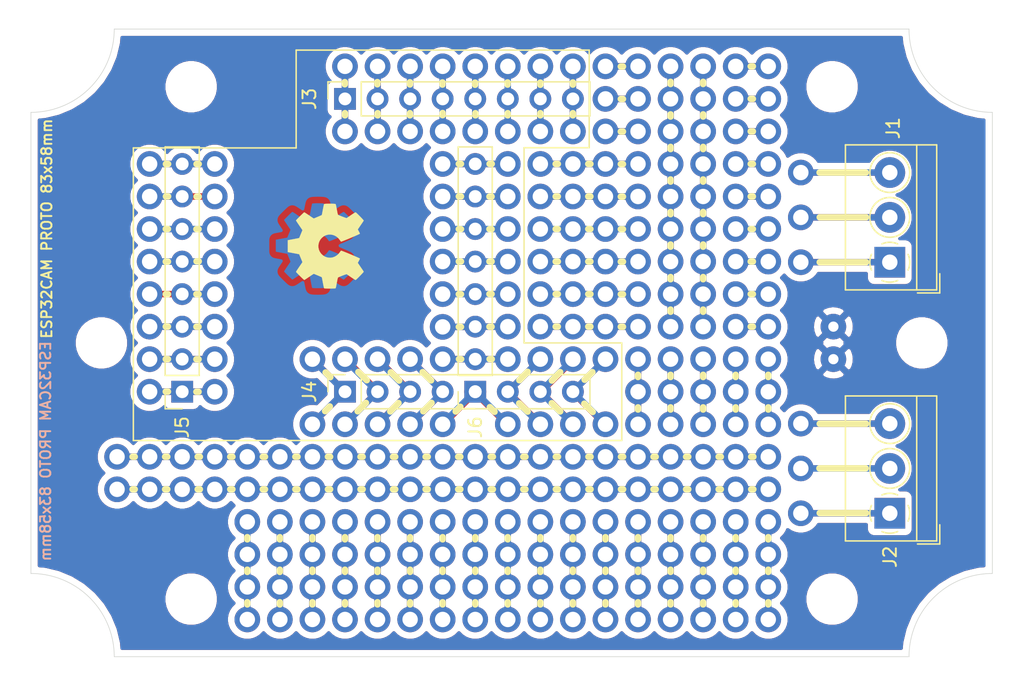
<source format=kicad_pcb>
(kicad_pcb (version 20171130) (host pcbnew 5.1.5+dfsg1-2build2)
  (title_block (title "ESP32CAM PROTO 83x58mm") (company Galopago))
  (layers (0 F.Cu signal) (31 B.Cu signal) (34 B.Paste user) (35 F.Paste user) (36 B.SilkS user) (37 F.SilkS user) (38 B.Mask user) (39 F.Mask user) (44 Edge.Cuts user))
  (net 0 "")
  (net 1 "Net-(J2-Pad3)")
  (net 2 "Net-(J2-Pad2)")
  (net 3 "Net-(J2-Pad1)")
  (net 4 "Net-(J1-Pad3)")
  (net 5 "Net-(J1-Pad1)")
  (net 6 "Net-(J1-Pad2)")
  (net 7 "Net-(J3-Pad8)")
  (net 8 "Net-(J3-Pad7)")
  (net 9 "Net-(J3-Pad6)")
  (net 10 "Net-(J3-Pad5)")
  (net 11 "Net-(J3-Pad4)")
  (net 12 "Net-(J3-Pad3)")
  (net 13 "Net-(J3-Pad2)")
  (net 14 "Net-(J3-Pad1)")
  (net 15 "Net-(J4-Pad8)")
  (net 16 "Net-(J4-Pad7)")
  (net 17 "Net-(J4-Pad6)")
  (net 18 "Net-(J4-Pad5)")
  (net 19 "Net-(J4-Pad4)")
  (net 20 "Net-(J4-Pad3)")
  (net 21 "Net-(J4-Pad2)")
  (net 22 "Net-(J4-Pad1)")
  (net 23 "Net-(J5-Pad8)")
  (net 24 "Net-(J5-Pad7)")
  (net 25 "Net-(J5-Pad6)")
  (net 26 "Net-(J5-Pad5)")
  (net 27 "Net-(J5-Pad4)")
  (net 28 "Net-(J5-Pad3)")
  (net 29 "Net-(J5-Pad2)")
  (net 30 "Net-(J5-Pad1)")
  (net 31 "Net-(J6-Pad8)")
  (net 32 "Net-(J6-Pad7)")
  (net 33 "Net-(J6-Pad6)")
  (net 34 "Net-(J6-Pad5)")
  (net 35 "Net-(J6-Pad4)")
  (net 36 "Net-(J6-Pad3)")
  (net 37 "Net-(J6-Pad2)")
  (net 38 "Net-(J6-Pad1)")
  (net 39 "Net-(J7-Pad1)")
  (module Connector_Wire:SolderWirePad_1x01_Drill0.8mm (layer F.Cu) (at 162.6 125.77)
    (fp_text reference J8 hide)
    (fp_text value Conn_01x01_Male hide)
    (pad 1 thru_hole circle (at 0 0) (size 1.99898 1.99898) (drill 0.8001) (layers *.Cu *.Mask) (net 39 "Net-(J7-Pad1)"))
  )
  (module Connector_Wire:SolderWirePad_1x01_Drill0.8mm (layer F.Cu) (at 162.6 123.23)
    (fp_text reference J7 hide)
    (fp_text value Conn_01x01_Male hide)
    (pad 1 thru_hole circle (at 0 0) (size 1.99898 1.99898) (drill 0.8001) (layers *.Cu *.Mask) (net 39 "Net-(J7-Pad1)"))
  )
  (module Connector_Wire:SolderWirePad_1x01_Drill0.8mm (layer F.Cu) (at 144.82 102.91)
    (fp_text reference REF** hide)
    (fp_text value SolderWirePad_1x01_Drill0.8mm hide)
    (pad 1 thru_hole circle (at 0 0) (size 2 2) (drill 1.2) (layers *.Cu *.Mask))
  )
  (module Connector_Wire:SolderWirePad_1x01_Drill0.8mm (layer F.Cu) (at 144.82 105.45)
    (fp_text reference REF** hide)
    (fp_text value SolderWirePad_1x01_Drill0.8mm hide)
    (pad 1 thru_hole circle (at 0 0) (size 2 2) (drill 1.2) (layers *.Cu *.Mask))
  )
  (module Connector_Wire:SolderWirePad_1x01_Drill0.8mm (layer F.Cu) (at 144.82 107.99)
    (fp_text reference REF** hide)
    (fp_text value SolderWirePad_1x01_Drill0.8mm hide)
    (pad 1 thru_hole circle (at 0 0) (size 2 2) (drill 1.2) (layers *.Cu *.Mask))
  )
  (module Connector_Wire:SolderWirePad_1x01_Drill0.8mm (layer F.Cu) (at 144.82 110.53)
    (fp_text reference REF** hide)
    (fp_text value SolderWirePad_1x01_Drill0.8mm hide)
    (pad 1 thru_hole circle (at 0 0) (size 2 2) (drill 1.2) (layers *.Cu *.Mask))
  )
  (module Connector_Wire:SolderWirePad_1x01_Drill0.8mm (layer F.Cu) (at 142.28 110.53)
    (fp_text reference REF** hide)
    (fp_text value SolderWirePad_1x01_Drill0.8mm hide)
    (pad 1 thru_hole circle (at 0 0) (size 2 2) (drill 1.2) (layers *.Cu *.Mask))
  )
  (module Connector_Wire:SolderWirePad_1x01_Drill0.8mm (layer F.Cu) (at 139.74 110.53)
    (fp_text reference REF** hide)
    (fp_text value SolderWirePad_1x01_Drill0.8mm hide)
    (pad 1 thru_hole circle (at 0 0) (size 2 2) (drill 1.2) (layers *.Cu *.Mask))
  )
  (module Connector_Wire:SolderWirePad_1x01_Drill0.8mm (layer F.Cu) (at 139.74 113.07)
    (fp_text reference REF** hide)
    (fp_text value SolderWirePad_1x01_Drill0.8mm hide)
    (pad 1 thru_hole circle (at 0 0) (size 2 2) (drill 1.2) (layers *.Cu *.Mask))
  )
  (module Connector_Wire:SolderWirePad_1x01_Drill0.8mm (layer F.Cu) (at 139.74 115.61)
    (fp_text reference REF** hide)
    (fp_text value SolderWirePad_1x01_Drill0.8mm hide)
    (pad 1 thru_hole circle (at 0 0) (size 2 2) (drill 1.2) (layers *.Cu *.Mask))
  )
  (module Connector_Wire:SolderWirePad_1x01_Drill0.8mm (layer F.Cu) (at 139.74 118.15)
    (fp_text reference REF** hide)
    (fp_text value SolderWirePad_1x01_Drill0.8mm hide)
    (pad 1 thru_hole circle (at 0 0) (size 2 2) (drill 1.2) (layers *.Cu *.Mask))
  )
  (module Connector_Wire:SolderWirePad_1x01_Drill0.8mm (layer F.Cu) (at 139.74 120.69)
    (fp_text reference REF** hide)
    (fp_text value SolderWirePad_1x01_Drill0.8mm hide)
    (pad 1 thru_hole circle (at 0 0) (size 2 2) (drill 1.2) (layers *.Cu *.Mask))
  )
  (module Connector_Wire:SolderWirePad_1x01_Drill0.8mm (layer F.Cu) (at 139.74 123.23)
    (fp_text reference REF** hide)
    (fp_text value SolderWirePad_1x01_Drill0.8mm hide)
    (pad 1 thru_hole circle (at 0 0) (size 2 2) (drill 1.2) (layers *.Cu *.Mask))
  )
  (module Connector_Wire:SolderWirePad_1x01_Drill0.8mm (layer F.Cu) (at 142.28 123.23)
    (fp_text reference REF** hide)
    (fp_text value SolderWirePad_1x01_Drill0.8mm hide)
    (pad 1 thru_hole circle (at 0 0) (size 2 2) (drill 1.2) (layers *.Cu *.Mask))
  )
  (module Connector_Wire:SolderWirePad_1x01_Drill0.8mm (layer F.Cu) (at 144.82 123.23)
    (fp_text reference REF** hide)
    (fp_text value SolderWirePad_1x01_Drill0.8mm hide)
    (pad 1 thru_hole circle (at 0 0) (size 2 2) (drill 1.2) (layers *.Cu *.Mask))
  )
  (module Connector_Wire:SolderWirePad_1x01_Drill0.8mm (layer F.Cu) (at 147.36 130.85)
    (fp_text reference REF** hide)
    (fp_text value SolderWirePad_1x01_Drill0.8mm hide)
    (pad 1 thru_hole circle (at 0 0) (size 2 2) (drill 1.2) (layers *.Cu *.Mask))
  )
  (module Connector_Wire:SolderWirePad_1x01_Drill0.8mm (layer F.Cu) (at 147.36 128.31)
    (fp_text reference REF** hide)
    (fp_text value SolderWirePad_1x01_Drill0.8mm hide)
    (pad 1 thru_hole circle (at 0 0) (size 2 2) (drill 1.2) (layers *.Cu *.Mask))
  )
  (module Connector_Wire:SolderWirePad_1x01_Drill0.8mm (layer F.Cu) (at 147.36 125.77)
    (fp_text reference REF** hide)
    (fp_text value SolderWirePad_1x01_Drill0.8mm hide)
    (pad 1 thru_hole circle (at 0 0) (size 2 2) (drill 1.2) (layers *.Cu *.Mask))
  )
  (module Connector_Wire:SolderWirePad_1x01_Drill0.8mm (layer F.Cu) (at 147.36 123.23)
    (fp_text reference REF** hide)
    (fp_text value SolderWirePad_1x01_Drill0.8mm hide)
    (pad 1 thru_hole circle (at 0 0) (size 2 2) (drill 1.2) (layers *.Cu *.Mask))
  )
  (module Connector_Wire:SolderWirePad_1x01_Drill0.8mm (layer F.Cu) (at 106.72 133.39)
    (fp_text reference REF** hide)
    (fp_text value SolderWirePad_1x01_Drill0.8mm hide)
    (pad 1 thru_hole circle (at 0 0) (size 2 2) (drill 1.2) (layers *.Cu *.Mask))
  )
  (module Connector_Wire:SolderWirePad_1x01_Drill0.8mm (layer F.Cu) (at 109.26 133.39)
    (fp_text reference REF** hide)
    (fp_text value SolderWirePad_1x01_Drill0.8mm hide)
    (pad 1 thru_hole circle (at 0 0) (size 2 2) (drill 1.2) (layers *.Cu *.Mask))
  )
  (module Connector_Wire:SolderWirePad_1x01_Drill0.8mm (layer F.Cu) (at 111.8 133.39)
    (fp_text reference REF** hide)
    (fp_text value SolderWirePad_1x01_Drill0.8mm hide)
    (pad 1 thru_hole circle (at 0 0) (size 2 2) (drill 1.2) (layers *.Cu *.Mask))
  )
  (module Connector_Wire:SolderWirePad_1x01_Drill0.8mm (layer F.Cu) (at 114.34 133.39)
    (fp_text reference REF** hide)
    (fp_text value SolderWirePad_1x01_Drill0.8mm hide)
    (pad 1 thru_hole circle (at 0 0) (size 2 2) (drill 1.2) (layers *.Cu *.Mask))
  )
  (module Connector_Wire:SolderWirePad_1x01_Drill0.8mm (layer F.Cu) (at 116.88 133.39)
    (fp_text reference REF** hide)
    (fp_text value SolderWirePad_1x01_Drill0.8mm hide)
    (pad 1 thru_hole circle (at 0 0) (size 2 2) (drill 1.2) (layers *.Cu *.Mask))
  )
  (module Connector_Wire:SolderWirePad_1x01_Drill0.8mm (layer F.Cu) (at 119.42 133.39)
    (fp_text reference REF** hide)
    (fp_text value SolderWirePad_1x01_Drill0.8mm hide)
    (pad 1 thru_hole circle (at 0 0) (size 2 2) (drill 1.2) (layers *.Cu *.Mask))
  )
  (module Connector_Wire:SolderWirePad_1x01_Drill0.8mm (layer F.Cu) (at 121.96 133.39)
    (fp_text reference REF** hide)
    (fp_text value SolderWirePad_1x01_Drill0.8mm hide)
    (pad 1 thru_hole circle (at 0 0) (size 2 2) (drill 1.2) (layers *.Cu *.Mask))
  )
  (module Connector_Wire:SolderWirePad_1x01_Drill0.8mm (layer F.Cu) (at 124.5 133.39)
    (fp_text reference REF** hide)
    (fp_text value SolderWirePad_1x01_Drill0.8mm hide)
    (pad 1 thru_hole circle (at 0 0) (size 2 2) (drill 1.2) (layers *.Cu *.Mask))
  )
  (module Connector_Wire:SolderWirePad_1x01_Drill0.8mm (layer F.Cu) (at 127.04 133.39)
    (fp_text reference REF** hide)
    (fp_text value SolderWirePad_1x01_Drill0.8mm hide)
    (pad 1 thru_hole circle (at 0 0) (size 2 2) (drill 1.2) (layers *.Cu *.Mask))
  )
  (module Connector_Wire:SolderWirePad_1x01_Drill0.8mm (layer F.Cu) (at 129.58 133.39)
    (fp_text reference REF** hide)
    (fp_text value SolderWirePad_1x01_Drill0.8mm hide)
    (pad 1 thru_hole circle (at 0 0) (size 2 2) (drill 1.2) (layers *.Cu *.Mask))
  )
  (module Connector_Wire:SolderWirePad_1x01_Drill0.8mm (layer F.Cu) (at 132.12 133.39)
    (fp_text reference REF** hide)
    (fp_text value SolderWirePad_1x01_Drill0.8mm hide)
    (pad 1 thru_hole circle (at 0 0) (size 2 2) (drill 1.2) (layers *.Cu *.Mask))
  )
  (module Connector_Wire:SolderWirePad_1x01_Drill0.8mm (layer F.Cu) (at 134.66 133.39)
    (fp_text reference REF** hide)
    (fp_text value SolderWirePad_1x01_Drill0.8mm hide)
    (pad 1 thru_hole circle (at 0 0) (size 2 2) (drill 1.2) (layers *.Cu *.Mask))
  )
  (module Connector_Wire:SolderWirePad_1x01_Drill0.8mm (layer F.Cu) (at 137.2 133.39)
    (fp_text reference REF** hide)
    (fp_text value SolderWirePad_1x01_Drill0.8mm hide)
    (pad 1 thru_hole circle (at 0 0) (size 2 2) (drill 1.2) (layers *.Cu *.Mask))
  )
  (module Connector_Wire:SolderWirePad_1x01_Drill0.8mm (layer F.Cu) (at 139.74 133.39)
    (fp_text reference REF** hide)
    (fp_text value SolderWirePad_1x01_Drill0.8mm hide)
    (pad 1 thru_hole circle (at 0 0) (size 2 2) (drill 1.2) (layers *.Cu *.Mask))
  )
  (module Connector_Wire:SolderWirePad_1x01_Drill0.8mm (layer F.Cu) (at 142.28 133.39)
    (fp_text reference REF** hide)
    (fp_text value SolderWirePad_1x01_Drill0.8mm hide)
    (pad 1 thru_hole circle (at 0 0) (size 2 2) (drill 1.2) (layers *.Cu *.Mask))
  )
  (module Connector_Wire:SolderWirePad_1x01_Drill0.8mm (layer F.Cu) (at 144.82 133.39)
    (fp_text reference REF** hide)
    (fp_text value SolderWirePad_1x01_Drill0.8mm hide)
    (pad 1 thru_hole circle (at 0 0) (size 2 2) (drill 1.2) (layers *.Cu *.Mask))
  )
  (module Connector_Wire:SolderWirePad_1x01_Drill0.8mm (layer F.Cu) (at 147.36 133.39)
    (fp_text reference REF** hide)
    (fp_text value SolderWirePad_1x01_Drill0.8mm hide)
    (pad 1 thru_hole circle (at 0 0) (size 2 2) (drill 1.2) (layers *.Cu *.Mask))
  )
  (module Connector_Wire:SolderWirePad_1x01_Drill0.8mm (layer F.Cu) (at 106.72 135.93)
    (fp_text reference REF** hide)
    (fp_text value SolderWirePad_1x01_Drill0.8mm hide)
    (pad 1 thru_hole circle (at 0 0) (size 2 2) (drill 1.2) (layers *.Cu *.Mask))
  )
  (module Connector_Wire:SolderWirePad_1x01_Drill0.8mm (layer F.Cu) (at 116.88 146.09)
    (fp_text reference REF** hide)
    (fp_text value SolderWirePad_1x01_Drill0.8mm hide)
    (pad 1 thru_hole circle (at 0 0) (size 2 2) (drill 1.2) (layers *.Cu *.Mask))
  )
  (module Connector_Wire:SolderWirePad_1x01_Drill0.8mm (layer F.Cu) (at 119.42 146.09)
    (fp_text reference REF** hide)
    (fp_text value SolderWirePad_1x01_Drill0.8mm hide)
    (pad 1 thru_hole circle (at 0 0) (size 2 2) (drill 1.2) (layers *.Cu *.Mask))
  )
  (module Connector_Wire:SolderWirePad_1x01_Drill0.8mm (layer F.Cu) (at 116.88 143.55)
    (fp_text reference REF** hide)
    (fp_text value SolderWirePad_1x01_Drill0.8mm hide)
    (pad 1 thru_hole circle (at 0 0) (size 2 2) (drill 1.2) (layers *.Cu *.Mask))
  )
  (module Connector_Wire:SolderWirePad_1x01_Drill0.8mm (layer F.Cu) (at 119.42 143.55)
    (fp_text reference REF** hide)
    (fp_text value SolderWirePad_1x01_Drill0.8mm hide)
    (pad 1 thru_hole circle (at 0 0) (size 2 2) (drill 1.2) (layers *.Cu *.Mask))
  )
  (module Connector_Wire:SolderWirePad_1x01_Drill0.8mm (layer F.Cu) (at 116.88 141.01)
    (fp_text reference REF** hide)
    (fp_text value SolderWirePad_1x01_Drill0.8mm hide)
    (pad 1 thru_hole circle (at 0 0) (size 2 2) (drill 1.2) (layers *.Cu *.Mask))
  )
  (module Connector_Wire:SolderWirePad_1x01_Drill0.8mm (layer F.Cu) (at 119.42 141.01)
    (fp_text reference REF** hide)
    (fp_text value SolderWirePad_1x01_Drill0.8mm hide)
    (pad 1 thru_hole circle (at 0 0) (size 2 2) (drill 1.2) (layers *.Cu *.Mask))
  )
  (module Connector_Wire:SolderWirePad_1x01_Drill0.8mm (layer F.Cu) (at 116.88 138.47)
    (fp_text reference REF** hide)
    (fp_text value SolderWirePad_1x01_Drill0.8mm hide)
    (pad 1 thru_hole circle (at 0 0) (size 2 2) (drill 1.2) (layers *.Cu *.Mask))
  )
  (module Connector_Wire:SolderWirePad_1x01_Drill0.8mm (layer F.Cu) (at 119.42 138.47)
    (fp_text reference REF** hide)
    (fp_text value SolderWirePad_1x01_Drill0.8mm hide)
    (pad 1 thru_hole circle (at 0 0) (size 2 2) (drill 1.2) (layers *.Cu *.Mask))
  )
  (module Connector_Wire:SolderWirePad_1x01_Drill0.8mm (layer F.Cu) (at 109.26 135.93)
    (fp_text reference REF** hide)
    (fp_text value SolderWirePad_1x01_Drill0.8mm hide)
    (pad 1 thru_hole circle (at 0 0) (size 2 2) (drill 1.2) (layers *.Cu *.Mask))
  )
  (module Connector_Wire:SolderWirePad_1x01_Drill0.8mm (layer F.Cu) (at 111.8 135.93)
    (fp_text reference REF** hide)
    (fp_text value SolderWirePad_1x01_Drill0.8mm hide)
    (pad 1 thru_hole circle (at 0 0) (size 2 2) (drill 1.2) (layers *.Cu *.Mask))
  )
  (module Connector_Wire:SolderWirePad_1x01_Drill0.8mm (layer F.Cu) (at 114.34 135.93)
    (fp_text reference REF** hide)
    (fp_text value SolderWirePad_1x01_Drill0.8mm hide)
    (pad 1 thru_hole circle (at 0 0) (size 2 2) (drill 1.2) (layers *.Cu *.Mask))
  )
  (module Connector_Wire:SolderWirePad_1x01_Drill0.8mm (layer F.Cu) (at 116.88 135.93)
    (fp_text reference REF** hide)
    (fp_text value SolderWirePad_1x01_Drill0.8mm hide)
    (pad 1 thru_hole circle (at 0 0) (size 2 2) (drill 1.2) (layers *.Cu *.Mask))
  )
  (module Connector_Wire:SolderWirePad_1x01_Drill0.8mm (layer F.Cu) (at 119.42 135.93)
    (fp_text reference REF** hide)
    (fp_text value SolderWirePad_1x01_Drill0.8mm hide)
    (pad 1 thru_hole circle (at 0 0) (size 2 2) (drill 1.2) (layers *.Cu *.Mask))
  )
  (module Connector_Wire:SolderWirePad_1x01_Drill0.8mm (layer F.Cu) (at 121.96 146.09)
    (fp_text reference REF** hide)
    (fp_text value SolderWirePad_1x01_Drill0.8mm hide)
    (pad 1 thru_hole circle (at 0 0) (size 2 2) (drill 1.2) (layers *.Cu *.Mask))
  )
  (module Connector_Wire:SolderWirePad_1x01_Drill0.8mm (layer F.Cu) (at 124.5 146.09)
    (fp_text reference REF** hide)
    (fp_text value SolderWirePad_1x01_Drill0.8mm hide)
    (pad 1 thru_hole circle (at 0 0) (size 2 2) (drill 1.2) (layers *.Cu *.Mask))
  )
  (module Connector_Wire:SolderWirePad_1x01_Drill0.8mm (layer F.Cu) (at 127.04 146.09)
    (fp_text reference REF** hide)
    (fp_text value SolderWirePad_1x01_Drill0.8mm hide)
    (pad 1 thru_hole circle (at 0 0) (size 2 2) (drill 1.2) (layers *.Cu *.Mask))
  )
  (module Connector_Wire:SolderWirePad_1x01_Drill0.8mm (layer F.Cu) (at 129.58 146.09)
    (fp_text reference REF** hide)
    (fp_text value SolderWirePad_1x01_Drill0.8mm hide)
    (pad 1 thru_hole circle (at 0 0) (size 2 2) (drill 1.2) (layers *.Cu *.Mask))
  )
  (module Connector_Wire:SolderWirePad_1x01_Drill0.8mm (layer F.Cu) (at 132.12 146.09)
    (fp_text reference REF** hide)
    (fp_text value SolderWirePad_1x01_Drill0.8mm hide)
    (pad 1 thru_hole circle (at 0 0) (size 2 2) (drill 1.2) (layers *.Cu *.Mask))
  )
  (module Connector_Wire:SolderWirePad_1x01_Drill0.8mm (layer F.Cu) (at 134.66 146.09)
    (fp_text reference REF** hide)
    (fp_text value SolderWirePad_1x01_Drill0.8mm hide)
    (pad 1 thru_hole circle (at 0 0) (size 2 2) (drill 1.2) (layers *.Cu *.Mask))
  )
  (module Connector_Wire:SolderWirePad_1x01_Drill0.8mm (layer F.Cu) (at 137.2 146.09)
    (fp_text reference REF** hide)
    (fp_text value SolderWirePad_1x01_Drill0.8mm hide)
    (pad 1 thru_hole circle (at 0 0) (size 2 2) (drill 1.2) (layers *.Cu *.Mask))
  )
  (module Connector_Wire:SolderWirePad_1x01_Drill0.8mm (layer F.Cu) (at 139.74 146.09)
    (fp_text reference REF** hide)
    (fp_text value SolderWirePad_1x01_Drill0.8mm hide)
    (pad 1 thru_hole circle (at 0 0) (size 2 2) (drill 1.2) (layers *.Cu *.Mask))
  )
  (module Connector_Wire:SolderWirePad_1x01_Drill0.8mm (layer F.Cu) (at 142.28 146.09)
    (fp_text reference REF** hide)
    (fp_text value SolderWirePad_1x01_Drill0.8mm hide)
    (pad 1 thru_hole circle (at 0 0) (size 2 2) (drill 1.2) (layers *.Cu *.Mask))
  )
  (module Connector_Wire:SolderWirePad_1x01_Drill0.8mm (layer F.Cu) (at 121.96 143.55)
    (fp_text reference REF** hide)
    (fp_text value SolderWirePad_1x01_Drill0.8mm hide)
    (pad 1 thru_hole circle (at 0 0) (size 2 2) (drill 1.2) (layers *.Cu *.Mask))
  )
  (module Connector_Wire:SolderWirePad_1x01_Drill0.8mm (layer F.Cu) (at 124.5 143.55)
    (fp_text reference REF** hide)
    (fp_text value SolderWirePad_1x01_Drill0.8mm hide)
    (pad 1 thru_hole circle (at 0 0) (size 2 2) (drill 1.2) (layers *.Cu *.Mask))
  )
  (module Connector_Wire:SolderWirePad_1x01_Drill0.8mm (layer F.Cu) (at 127.04 143.55)
    (fp_text reference REF** hide)
    (fp_text value SolderWirePad_1x01_Drill0.8mm hide)
    (pad 1 thru_hole circle (at 0 0) (size 2 2) (drill 1.2) (layers *.Cu *.Mask))
  )
  (module Connector_Wire:SolderWirePad_1x01_Drill0.8mm (layer F.Cu) (at 129.58 143.55)
    (fp_text reference REF** hide)
    (fp_text value SolderWirePad_1x01_Drill0.8mm hide)
    (pad 1 thru_hole circle (at 0 0) (size 2 2) (drill 1.2) (layers *.Cu *.Mask))
  )
  (module Connector_Wire:SolderWirePad_1x01_Drill0.8mm (layer F.Cu) (at 132.12 143.55)
    (fp_text reference REF** hide)
    (fp_text value SolderWirePad_1x01_Drill0.8mm hide)
    (pad 1 thru_hole circle (at 0 0) (size 2 2) (drill 1.2) (layers *.Cu *.Mask))
  )
  (module Connector_Wire:SolderWirePad_1x01_Drill0.8mm (layer F.Cu) (at 134.66 143.55)
    (fp_text reference REF** hide)
    (fp_text value SolderWirePad_1x01_Drill0.8mm hide)
    (pad 1 thru_hole circle (at 0 0) (size 2 2) (drill 1.2) (layers *.Cu *.Mask))
  )
  (module Connector_Wire:SolderWirePad_1x01_Drill0.8mm (layer F.Cu) (at 137.2 143.55)
    (fp_text reference REF** hide)
    (fp_text value SolderWirePad_1x01_Drill0.8mm hide)
    (pad 1 thru_hole circle (at 0 0) (size 2 2) (drill 1.2) (layers *.Cu *.Mask))
  )
  (module Connector_Wire:SolderWirePad_1x01_Drill0.8mm (layer F.Cu) (at 139.74 143.55)
    (fp_text reference REF** hide)
    (fp_text value SolderWirePad_1x01_Drill0.8mm hide)
    (pad 1 thru_hole circle (at 0 0) (size 2 2) (drill 1.2) (layers *.Cu *.Mask))
  )
  (module Connector_Wire:SolderWirePad_1x01_Drill0.8mm (layer F.Cu) (at 142.28 143.55)
    (fp_text reference REF** hide)
    (fp_text value SolderWirePad_1x01_Drill0.8mm hide)
    (pad 1 thru_hole circle (at 0 0) (size 2 2) (drill 1.2) (layers *.Cu *.Mask))
  )
  (module Connector_Wire:SolderWirePad_1x01_Drill0.8mm (layer F.Cu) (at 121.96 141.01)
    (fp_text reference REF** hide)
    (fp_text value SolderWirePad_1x01_Drill0.8mm hide)
    (pad 1 thru_hole circle (at 0 0) (size 2 2) (drill 1.2) (layers *.Cu *.Mask))
  )
  (module Connector_Wire:SolderWirePad_1x01_Drill0.8mm (layer F.Cu) (at 124.5 141.01)
    (fp_text reference REF** hide)
    (fp_text value SolderWirePad_1x01_Drill0.8mm hide)
    (pad 1 thru_hole circle (at 0 0) (size 2 2) (drill 1.2) (layers *.Cu *.Mask))
  )
  (module Connector_Wire:SolderWirePad_1x01_Drill0.8mm (layer F.Cu) (at 127.04 141.01)
    (fp_text reference REF** hide)
    (fp_text value SolderWirePad_1x01_Drill0.8mm hide)
    (pad 1 thru_hole circle (at 0 0) (size 2 2) (drill 1.2) (layers *.Cu *.Mask))
  )
  (module Connector_Wire:SolderWirePad_1x01_Drill0.8mm (layer F.Cu) (at 129.58 141.01)
    (fp_text reference REF** hide)
    (fp_text value SolderWirePad_1x01_Drill0.8mm hide)
    (pad 1 thru_hole circle (at 0 0) (size 2 2) (drill 1.2) (layers *.Cu *.Mask))
  )
  (module Connector_Wire:SolderWirePad_1x01_Drill0.8mm (layer F.Cu) (at 132.12 141.01)
    (fp_text reference REF** hide)
    (fp_text value SolderWirePad_1x01_Drill0.8mm hide)
    (pad 1 thru_hole circle (at 0 0) (size 2 2) (drill 1.2) (layers *.Cu *.Mask))
  )
  (module Connector_Wire:SolderWirePad_1x01_Drill0.8mm (layer F.Cu) (at 134.66 141.01)
    (fp_text reference REF** hide)
    (fp_text value SolderWirePad_1x01_Drill0.8mm hide)
    (pad 1 thru_hole circle (at 0 0) (size 2 2) (drill 1.2) (layers *.Cu *.Mask))
  )
  (module Connector_Wire:SolderWirePad_1x01_Drill0.8mm (layer F.Cu) (at 137.2 141.01)
    (fp_text reference REF** hide)
    (fp_text value SolderWirePad_1x01_Drill0.8mm hide)
    (pad 1 thru_hole circle (at 0 0) (size 2 2) (drill 1.2) (layers *.Cu *.Mask))
  )
  (module Connector_Wire:SolderWirePad_1x01_Drill0.8mm (layer F.Cu) (at 139.74 141.01)
    (fp_text reference REF** hide)
    (fp_text value SolderWirePad_1x01_Drill0.8mm hide)
    (pad 1 thru_hole circle (at 0 0) (size 2 2) (drill 1.2) (layers *.Cu *.Mask))
  )
  (module Connector_Wire:SolderWirePad_1x01_Drill0.8mm (layer F.Cu) (at 142.28 141.01)
    (fp_text reference REF** hide)
    (fp_text value SolderWirePad_1x01_Drill0.8mm hide)
    (pad 1 thru_hole circle (at 0 0) (size 2 2) (drill 1.2) (layers *.Cu *.Mask))
  )
  (module Connector_Wire:SolderWirePad_1x01_Drill0.8mm (layer F.Cu) (at 121.96 138.47)
    (fp_text reference REF** hide)
    (fp_text value SolderWirePad_1x01_Drill0.8mm hide)
    (pad 1 thru_hole circle (at 0 0) (size 2 2) (drill 1.2) (layers *.Cu *.Mask))
  )
  (module Connector_Wire:SolderWirePad_1x01_Drill0.8mm (layer F.Cu) (at 124.5 138.47)
    (fp_text reference REF** hide)
    (fp_text value SolderWirePad_1x01_Drill0.8mm hide)
    (pad 1 thru_hole circle (at 0 0) (size 2 2) (drill 1.2) (layers *.Cu *.Mask))
  )
  (module Connector_Wire:SolderWirePad_1x01_Drill0.8mm (layer F.Cu) (at 127.04 138.47)
    (fp_text reference REF** hide)
    (fp_text value SolderWirePad_1x01_Drill0.8mm hide)
    (pad 1 thru_hole circle (at 0 0) (size 2 2) (drill 1.2) (layers *.Cu *.Mask))
  )
  (module Connector_Wire:SolderWirePad_1x01_Drill0.8mm (layer F.Cu) (at 129.58 138.47)
    (fp_text reference REF** hide)
    (fp_text value SolderWirePad_1x01_Drill0.8mm hide)
    (pad 1 thru_hole circle (at 0 0) (size 2 2) (drill 1.2) (layers *.Cu *.Mask))
  )
  (module Connector_Wire:SolderWirePad_1x01_Drill0.8mm (layer F.Cu) (at 132.12 138.47)
    (fp_text reference REF** hide)
    (fp_text value SolderWirePad_1x01_Drill0.8mm hide)
    (pad 1 thru_hole circle (at 0 0) (size 2 2) (drill 1.2) (layers *.Cu *.Mask))
  )
  (module Connector_Wire:SolderWirePad_1x01_Drill0.8mm (layer F.Cu) (at 134.66 138.47)
    (fp_text reference REF** hide)
    (fp_text value SolderWirePad_1x01_Drill0.8mm hide)
    (pad 1 thru_hole circle (at 0 0) (size 2 2) (drill 1.2) (layers *.Cu *.Mask))
  )
  (module Connector_Wire:SolderWirePad_1x01_Drill0.8mm (layer F.Cu) (at 137.2 138.47)
    (fp_text reference REF** hide)
    (fp_text value SolderWirePad_1x01_Drill0.8mm hide)
    (pad 1 thru_hole circle (at 0 0) (size 2 2) (drill 1.2) (layers *.Cu *.Mask))
  )
  (module Connector_Wire:SolderWirePad_1x01_Drill0.8mm (layer F.Cu) (at 139.74 138.47)
    (fp_text reference REF** hide)
    (fp_text value SolderWirePad_1x01_Drill0.8mm hide)
    (pad 1 thru_hole circle (at 0 0) (size 2 2) (drill 1.2) (layers *.Cu *.Mask))
  )
  (module Connector_Wire:SolderWirePad_1x01_Drill0.8mm (layer F.Cu) (at 142.28 138.47)
    (fp_text reference REF** hide)
    (fp_text value SolderWirePad_1x01_Drill0.8mm hide)
    (pad 1 thru_hole circle (at 0 0) (size 2 2) (drill 1.2) (layers *.Cu *.Mask))
  )
  (module Connector_Wire:SolderWirePad_1x01_Drill0.8mm (layer F.Cu) (at 121.96 135.93)
    (fp_text reference REF** hide)
    (fp_text value SolderWirePad_1x01_Drill0.8mm hide)
    (pad 1 thru_hole circle (at 0 0) (size 2 2) (drill 1.2) (layers *.Cu *.Mask))
  )
  (module Connector_Wire:SolderWirePad_1x01_Drill0.8mm (layer F.Cu) (at 124.5 135.93)
    (fp_text reference REF** hide)
    (fp_text value SolderWirePad_1x01_Drill0.8mm hide)
    (pad 1 thru_hole circle (at 0 0) (size 2 2) (drill 1.2) (layers *.Cu *.Mask))
  )
  (module Connector_Wire:SolderWirePad_1x01_Drill0.8mm (layer F.Cu) (at 127.04 135.93)
    (fp_text reference REF** hide)
    (fp_text value SolderWirePad_1x01_Drill0.8mm hide)
    (pad 1 thru_hole circle (at 0 0) (size 2 2) (drill 1.2) (layers *.Cu *.Mask))
  )
  (module Connector_Wire:SolderWirePad_1x01_Drill0.8mm (layer F.Cu) (at 129.58 135.93)
    (fp_text reference REF** hide)
    (fp_text value SolderWirePad_1x01_Drill0.8mm hide)
    (pad 1 thru_hole circle (at 0 0) (size 2 2) (drill 1.2) (layers *.Cu *.Mask))
  )
  (module Connector_Wire:SolderWirePad_1x01_Drill0.8mm (layer F.Cu) (at 132.12 135.93)
    (fp_text reference REF** hide)
    (fp_text value SolderWirePad_1x01_Drill0.8mm hide)
    (pad 1 thru_hole circle (at 0 0) (size 2 2) (drill 1.2) (layers *.Cu *.Mask))
  )
  (module Connector_Wire:SolderWirePad_1x01_Drill0.8mm (layer F.Cu) (at 134.66 135.93)
    (fp_text reference REF** hide)
    (fp_text value SolderWirePad_1x01_Drill0.8mm hide)
    (pad 1 thru_hole circle (at 0 0) (size 2 2) (drill 1.2) (layers *.Cu *.Mask))
  )
  (module Connector_Wire:SolderWirePad_1x01_Drill0.8mm (layer F.Cu) (at 137.2 135.93)
    (fp_text reference REF** hide)
    (fp_text value SolderWirePad_1x01_Drill0.8mm hide)
    (pad 1 thru_hole circle (at 0 0) (size 2 2) (drill 1.2) (layers *.Cu *.Mask))
  )
  (module Connector_Wire:SolderWirePad_1x01_Drill0.8mm (layer F.Cu) (at 139.74 135.93)
    (fp_text reference REF** hide)
    (fp_text value SolderWirePad_1x01_Drill0.8mm hide)
    (pad 1 thru_hole circle (at 0 0) (size 2 2) (drill 1.2) (layers *.Cu *.Mask))
  )
  (module Connector_Wire:SolderWirePad_1x01_Drill0.8mm (layer F.Cu) (at 142.28 135.93)
    (fp_text reference REF** hide)
    (fp_text value SolderWirePad_1x01_Drill0.8mm hide)
    (pad 1 thru_hole circle (at 0 0) (size 2 2) (drill 1.2) (layers *.Cu *.Mask))
  )
  (module Connector_Wire:SolderWirePad_1x01_Drill0.8mm (layer F.Cu) (at 144.82 146.09)
    (fp_text reference REF** hide)
    (fp_text value SolderWirePad_1x01_Drill0.8mm hide)
    (pad 1 thru_hole circle (at 0 0) (size 2 2) (drill 1.2) (layers *.Cu *.Mask))
  )
  (module Connector_Wire:SolderWirePad_1x01_Drill0.8mm (layer F.Cu) (at 144.82 143.55)
    (fp_text reference REF** hide)
    (fp_text value SolderWirePad_1x01_Drill0.8mm hide)
    (pad 1 thru_hole circle (at 0 0) (size 2 2) (drill 1.2) (layers *.Cu *.Mask))
  )
  (module Connector_Wire:SolderWirePad_1x01_Drill0.8mm (layer F.Cu) (at 144.82 141.01)
    (fp_text reference REF** hide)
    (fp_text value SolderWirePad_1x01_Drill0.8mm hide)
    (pad 1 thru_hole circle (at 0 0) (size 2 2) (drill 1.2) (layers *.Cu *.Mask))
  )
  (module Connector_Wire:SolderWirePad_1x01_Drill0.8mm (layer F.Cu) (at 144.82 138.47)
    (fp_text reference REF** hide)
    (fp_text value SolderWirePad_1x01_Drill0.8mm hide)
    (pad 1 thru_hole circle (at 0 0) (size 2 2) (drill 1.2) (layers *.Cu *.Mask))
  )
  (module Connector_Wire:SolderWirePad_1x01_Drill0.8mm (layer F.Cu) (at 144.82 135.93)
    (fp_text reference REF** hide)
    (fp_text value SolderWirePad_1x01_Drill0.8mm hide)
    (pad 1 thru_hole circle (at 0 0) (size 2 2) (drill 1.2) (layers *.Cu *.Mask))
  )
  (module Connector_Wire:SolderWirePad_1x01_Drill0.8mm (layer F.Cu) (at 142.28 120.69)
    (fp_text reference REF** hide)
    (fp_text value SolderWirePad_1x01_Drill0.8mm hide)
    (pad 1 thru_hole circle (at 0 0) (size 2 2) (drill 1.2) (layers *.Cu *.Mask))
  )
  (module Connector_Wire:SolderWirePad_1x01_Drill0.8mm (layer F.Cu) (at 142.28 118.15)
    (fp_text reference REF** hide)
    (fp_text value SolderWirePad_1x01_Drill0.8mm hide)
    (pad 1 thru_hole circle (at 0 0) (size 2 2) (drill 1.2) (layers *.Cu *.Mask))
  )
  (module Connector_Wire:SolderWirePad_1x01_Drill0.8mm (layer F.Cu) (at 142.28 115.61)
    (fp_text reference REF** hide)
    (fp_text value SolderWirePad_1x01_Drill0.8mm hide)
    (pad 1 thru_hole circle (at 0 0) (size 2 2) (drill 1.2) (layers *.Cu *.Mask))
  )
  (module Connector_Wire:SolderWirePad_1x01_Drill0.8mm (layer F.Cu) (at 142.28 113.07)
    (fp_text reference REF** hide)
    (fp_text value SolderWirePad_1x01_Drill0.8mm hide)
    (pad 1 thru_hole circle (at 0 0) (size 2 2) (drill 1.2) (layers *.Cu *.Mask))
  )
  (module Connector_Wire:SolderWirePad_1x01_Drill0.8mm (layer F.Cu) (at 144.82 120.69)
    (fp_text reference REF** hide)
    (fp_text value SolderWirePad_1x01_Drill0.8mm hide)
    (pad 1 thru_hole circle (at 0 0) (size 2 2) (drill 1.2) (layers *.Cu *.Mask))
  )
  (module Connector_Wire:SolderWirePad_1x01_Drill0.8mm (layer F.Cu) (at 144.82 118.15)
    (fp_text reference REF** hide)
    (fp_text value SolderWirePad_1x01_Drill0.8mm hide)
    (pad 1 thru_hole circle (at 0 0) (size 2 2) (drill 1.2) (layers *.Cu *.Mask))
  )
  (module Connector_Wire:SolderWirePad_1x01_Drill0.8mm (layer F.Cu) (at 144.82 115.61)
    (fp_text reference REF** hide)
    (fp_text value SolderWirePad_1x01_Drill0.8mm hide)
    (pad 1 thru_hole circle (at 0 0) (size 2 2) (drill 1.2) (layers *.Cu *.Mask))
  )
  (module Connector_Wire:SolderWirePad_1x01_Drill0.8mm (layer F.Cu) (at 144.82 113.07)
    (fp_text reference REF** hide)
    (fp_text value SolderWirePad_1x01_Drill0.8mm hide)
    (pad 1 thru_hole circle (at 0 0) (size 2 2) (drill 1.2) (layers *.Cu *.Mask))
  )
  (module Connector_Wire:SolderWirePad_1x01_Drill0.8mm (layer F.Cu) (at 157.52 146.09)
    (fp_text reference REF** hide)
    (fp_text value SolderWirePad_1x01_Drill0.8mm hide)
    (pad 1 thru_hole circle (at 0 0) (size 2 2) (drill 1.2) (layers *.Cu *.Mask))
  )
  (module Connector_Wire:SolderWirePad_1x01_Drill0.8mm (layer F.Cu) (at 157.52 143.55)
    (fp_text reference REF** hide)
    (fp_text value SolderWirePad_1x01_Drill0.8mm hide)
    (pad 1 thru_hole circle (at 0 0) (size 2 2) (drill 1.2) (layers *.Cu *.Mask))
  )
  (module Connector_Wire:SolderWirePad_1x01_Drill0.8mm (layer F.Cu) (at 157.52 141.01)
    (fp_text reference REF** hide)
    (fp_text value SolderWirePad_1x01_Drill0.8mm hide)
    (pad 1 thru_hole circle (at 0 0) (size 2 2) (drill 1.2) (layers *.Cu *.Mask))
  )
  (module Connector_Wire:SolderWirePad_1x01_Drill0.8mm (layer F.Cu) (at 157.52 138.47)
    (fp_text reference REF** hide)
    (fp_text value SolderWirePad_1x01_Drill0.8mm hide)
    (pad 1 thru_hole circle (at 0 0) (size 2 2) (drill 1.2) (layers *.Cu *.Mask))
  )
  (module Connector_Wire:SolderWirePad_1x01_Drill0.8mm (layer F.Cu) (at 157.52 135.93)
    (fp_text reference REF** hide)
    (fp_text value SolderWirePad_1x01_Drill0.8mm hide)
    (pad 1 thru_hole circle (at 0 0) (size 2 2) (drill 1.2) (layers *.Cu *.Mask))
  )
  (module Connector_Wire:SolderWirePad_1x01_Drill0.8mm (layer F.Cu) (at 157.52 133.39)
    (fp_text reference REF** hide)
    (fp_text value SolderWirePad_1x01_Drill0.8mm hide)
    (pad 1 thru_hole circle (at 0 0) (size 2 2) (drill 1.2) (layers *.Cu *.Mask))
  )
  (module Connector_Wire:SolderWirePad_1x01_Drill0.8mm (layer F.Cu) (at 157.52 130.85)
    (fp_text reference REF** hide)
    (fp_text value SolderWirePad_1x01_Drill0.8mm hide)
    (pad 1 thru_hole circle (at 0 0) (size 2 2) (drill 1.2) (layers *.Cu *.Mask))
  )
  (module Connector_Wire:SolderWirePad_1x01_Drill0.8mm (layer F.Cu) (at 157.52 128.31)
    (fp_text reference REF** hide)
    (fp_text value SolderWirePad_1x01_Drill0.8mm hide)
    (pad 1 thru_hole circle (at 0 0) (size 2 2) (drill 1.2) (layers *.Cu *.Mask))
  )
  (module Connector_Wire:SolderWirePad_1x01_Drill0.8mm (layer F.Cu) (at 157.52 125.77)
    (fp_text reference REF** hide)
    (fp_text value SolderWirePad_1x01_Drill0.8mm hide)
    (pad 1 thru_hole circle (at 0 0) (size 2 2) (drill 1.2) (layers *.Cu *.Mask))
  )
  (module Connector_Wire:SolderWirePad_1x01_Drill0.8mm (layer F.Cu) (at 157.52 123.23)
    (fp_text reference REF** hide)
    (fp_text value SolderWirePad_1x01_Drill0.8mm hide)
    (pad 1 thru_hole circle (at 0 0) (size 2 2) (drill 1.2) (layers *.Cu *.Mask))
  )
  (module Connector_Wire:SolderWirePad_1x01_Drill0.8mm (layer F.Cu) (at 157.52 120.69)
    (fp_text reference REF** hide)
    (fp_text value SolderWirePad_1x01_Drill0.8mm hide)
    (pad 1 thru_hole circle (at 0 0) (size 2 2) (drill 1.2) (layers *.Cu *.Mask))
  )
  (module Connector_Wire:SolderWirePad_1x01_Drill0.8mm (layer F.Cu) (at 157.52 118.15)
    (fp_text reference REF** hide)
    (fp_text value SolderWirePad_1x01_Drill0.8mm hide)
    (pad 1 thru_hole circle (at 0 0) (size 2 2) (drill 1.2) (layers *.Cu *.Mask))
  )
  (module Connector_Wire:SolderWirePad_1x01_Drill0.8mm (layer F.Cu) (at 157.52 115.61)
    (fp_text reference REF** hide)
    (fp_text value SolderWirePad_1x01_Drill0.8mm hide)
    (pad 1 thru_hole circle (at 0 0) (size 2 2) (drill 1.2) (layers *.Cu *.Mask))
  )
  (module Connector_Wire:SolderWirePad_1x01_Drill0.8mm (layer F.Cu) (at 157.52 113.07)
    (fp_text reference REF** hide)
    (fp_text value SolderWirePad_1x01_Drill0.8mm hide)
    (pad 1 thru_hole circle (at 0 0) (size 2 2) (drill 1.2) (layers *.Cu *.Mask))
  )
  (module Connector_Wire:SolderWirePad_1x01_Drill0.8mm (layer F.Cu) (at 157.52 110.53)
    (fp_text reference REF** hide)
    (fp_text value SolderWirePad_1x01_Drill0.8mm hide)
    (pad 1 thru_hole circle (at 0 0) (size 2 2) (drill 1.2) (layers *.Cu *.Mask))
  )
  (module Connector_Wire:SolderWirePad_1x01_Drill0.8mm (layer F.Cu) (at 157.52 107.99)
    (fp_text reference REF** hide)
    (fp_text value SolderWirePad_1x01_Drill0.8mm hide)
    (pad 1 thru_hole circle (at 0 0) (size 2 2) (drill 1.2) (layers *.Cu *.Mask))
  )
  (module Connector_Wire:SolderWirePad_1x01_Drill0.8mm (layer F.Cu) (at 157.52 105.45)
    (fp_text reference REF** hide)
    (fp_text value SolderWirePad_1x01_Drill0.8mm hide)
    (pad 1 thru_hole circle (at 0 0) (size 2 2) (drill 1.2) (layers *.Cu *.Mask))
  )
  (module Connector_Wire:SolderWirePad_1x01_Drill0.8mm (layer F.Cu) (at 157.52 102.91)
    (fp_text reference REF** hide)
    (fp_text value SolderWirePad_1x01_Drill0.8mm hide)
    (pad 1 thru_hole circle (at 0 0) (size 2 2) (drill 1.2) (layers *.Cu *.Mask))
  )
  (module Connector_Wire:SolderWirePad_1x01_Drill0.8mm (layer F.Cu) (at 154.98 146.09)
    (fp_text reference REF** hide)
    (fp_text value SolderWirePad_1x01_Drill0.8mm hide)
    (pad 1 thru_hole circle (at 0 0) (size 2 2) (drill 1.2) (layers *.Cu *.Mask))
  )
  (module Connector_Wire:SolderWirePad_1x01_Drill0.8mm (layer F.Cu) (at 154.98 143.55)
    (fp_text reference REF** hide)
    (fp_text value SolderWirePad_1x01_Drill0.8mm hide)
    (pad 1 thru_hole circle (at 0 0) (size 2 2) (drill 1.2) (layers *.Cu *.Mask))
  )
  (module Connector_Wire:SolderWirePad_1x01_Drill0.8mm (layer F.Cu) (at 154.98 141.01)
    (fp_text reference REF** hide)
    (fp_text value SolderWirePad_1x01_Drill0.8mm hide)
    (pad 1 thru_hole circle (at 0 0) (size 2 2) (drill 1.2) (layers *.Cu *.Mask))
  )
  (module Connector_Wire:SolderWirePad_1x01_Drill0.8mm (layer F.Cu) (at 154.98 138.47)
    (fp_text reference REF** hide)
    (fp_text value SolderWirePad_1x01_Drill0.8mm hide)
    (pad 1 thru_hole circle (at 0 0) (size 2 2) (drill 1.2) (layers *.Cu *.Mask))
  )
  (module Connector_Wire:SolderWirePad_1x01_Drill0.8mm (layer F.Cu) (at 154.98 135.93)
    (fp_text reference REF** hide)
    (fp_text value SolderWirePad_1x01_Drill0.8mm hide)
    (pad 1 thru_hole circle (at 0 0) (size 2 2) (drill 1.2) (layers *.Cu *.Mask))
  )
  (module Connector_Wire:SolderWirePad_1x01_Drill0.8mm (layer F.Cu) (at 154.98 133.39)
    (fp_text reference REF** hide)
    (fp_text value SolderWirePad_1x01_Drill0.8mm hide)
    (pad 1 thru_hole circle (at 0 0) (size 2 2) (drill 1.2) (layers *.Cu *.Mask))
  )
  (module Connector_Wire:SolderWirePad_1x01_Drill0.8mm (layer F.Cu) (at 154.98 130.85)
    (fp_text reference REF** hide)
    (fp_text value SolderWirePad_1x01_Drill0.8mm hide)
    (pad 1 thru_hole circle (at 0 0) (size 2 2) (drill 1.2) (layers *.Cu *.Mask))
  )
  (module Connector_Wire:SolderWirePad_1x01_Drill0.8mm (layer F.Cu) (at 154.98 128.31)
    (fp_text reference REF** hide)
    (fp_text value SolderWirePad_1x01_Drill0.8mm hide)
    (pad 1 thru_hole circle (at 0 0) (size 2 2) (drill 1.2) (layers *.Cu *.Mask))
  )
  (module Connector_Wire:SolderWirePad_1x01_Drill0.8mm (layer F.Cu) (at 154.98 125.77)
    (fp_text reference REF** hide)
    (fp_text value SolderWirePad_1x01_Drill0.8mm hide)
    (pad 1 thru_hole circle (at 0 0) (size 2 2) (drill 1.2) (layers *.Cu *.Mask))
  )
  (module Connector_Wire:SolderWirePad_1x01_Drill0.8mm (layer F.Cu) (at 154.98 123.23)
    (fp_text reference REF** hide)
    (fp_text value SolderWirePad_1x01_Drill0.8mm hide)
    (pad 1 thru_hole circle (at 0 0) (size 2 2) (drill 1.2) (layers *.Cu *.Mask))
  )
  (module Connector_Wire:SolderWirePad_1x01_Drill0.8mm (layer F.Cu) (at 154.98 120.69)
    (fp_text reference REF** hide)
    (fp_text value SolderWirePad_1x01_Drill0.8mm hide)
    (pad 1 thru_hole circle (at 0 0) (size 2 2) (drill 1.2) (layers *.Cu *.Mask))
  )
  (module Connector_Wire:SolderWirePad_1x01_Drill0.8mm (layer F.Cu) (at 154.98 118.15)
    (fp_text reference REF** hide)
    (fp_text value SolderWirePad_1x01_Drill0.8mm hide)
    (pad 1 thru_hole circle (at 0 0) (size 2 2) (drill 1.2) (layers *.Cu *.Mask))
  )
  (module Connector_Wire:SolderWirePad_1x01_Drill0.8mm (layer F.Cu) (at 154.98 115.61)
    (fp_text reference REF** hide)
    (fp_text value SolderWirePad_1x01_Drill0.8mm hide)
    (pad 1 thru_hole circle (at 0 0) (size 2 2) (drill 1.2) (layers *.Cu *.Mask))
  )
  (module Connector_Wire:SolderWirePad_1x01_Drill0.8mm (layer F.Cu) (at 154.98 113.07)
    (fp_text reference REF** hide)
    (fp_text value SolderWirePad_1x01_Drill0.8mm hide)
    (pad 1 thru_hole circle (at 0 0) (size 2 2) (drill 1.2) (layers *.Cu *.Mask))
  )
  (module Connector_Wire:SolderWirePad_1x01_Drill0.8mm (layer F.Cu) (at 154.98 110.53)
    (fp_text reference REF** hide)
    (fp_text value SolderWirePad_1x01_Drill0.8mm hide)
    (pad 1 thru_hole circle (at 0 0) (size 2 2) (drill 1.2) (layers *.Cu *.Mask))
  )
  (module Connector_Wire:SolderWirePad_1x01_Drill0.8mm (layer F.Cu) (at 154.98 107.99)
    (fp_text reference REF** hide)
    (fp_text value SolderWirePad_1x01_Drill0.8mm hide)
    (pad 1 thru_hole circle (at 0 0) (size 2 2) (drill 1.2) (layers *.Cu *.Mask))
  )
  (module Connector_Wire:SolderWirePad_1x01_Drill0.8mm (layer F.Cu) (at 154.98 105.45)
    (fp_text reference REF** hide)
    (fp_text value SolderWirePad_1x01_Drill0.8mm hide)
    (pad 1 thru_hole circle (at 0 0) (size 2 2) (drill 1.2) (layers *.Cu *.Mask))
  )
  (module Connector_Wire:SolderWirePad_1x01_Drill0.8mm (layer F.Cu) (at 154.98 102.91)
    (fp_text reference REF** hide)
    (fp_text value SolderWirePad_1x01_Drill0.8mm hide)
    (pad 1 thru_hole circle (at 0 0) (size 2 2) (drill 1.2) (layers *.Cu *.Mask))
  )
  (module Connector_Wire:SolderWirePad_1x01_Drill0.8mm (layer F.Cu) (at 152.44 146.09)
    (fp_text reference REF** hide)
    (fp_text value SolderWirePad_1x01_Drill0.8mm hide)
    (pad 1 thru_hole circle (at 0 0) (size 2 2) (drill 1.2) (layers *.Cu *.Mask))
  )
  (module Connector_Wire:SolderWirePad_1x01_Drill0.8mm (layer F.Cu) (at 152.44 143.55)
    (fp_text reference REF** hide)
    (fp_text value SolderWirePad_1x01_Drill0.8mm hide)
    (pad 1 thru_hole circle (at 0 0) (size 2 2) (drill 1.2) (layers *.Cu *.Mask))
  )
  (module Connector_Wire:SolderWirePad_1x01_Drill0.8mm (layer F.Cu) (at 152.44 141.01)
    (fp_text reference REF** hide)
    (fp_text value SolderWirePad_1x01_Drill0.8mm hide)
    (pad 1 thru_hole circle (at 0 0) (size 2 2) (drill 1.2) (layers *.Cu *.Mask))
  )
  (module Connector_Wire:SolderWirePad_1x01_Drill0.8mm (layer F.Cu) (at 152.44 138.47)
    (fp_text reference REF** hide)
    (fp_text value SolderWirePad_1x01_Drill0.8mm hide)
    (pad 1 thru_hole circle (at 0 0) (size 2 2) (drill 1.2) (layers *.Cu *.Mask))
  )
  (module Connector_Wire:SolderWirePad_1x01_Drill0.8mm (layer F.Cu) (at 152.44 135.93)
    (fp_text reference REF** hide)
    (fp_text value SolderWirePad_1x01_Drill0.8mm hide)
    (pad 1 thru_hole circle (at 0 0) (size 2 2) (drill 1.2) (layers *.Cu *.Mask))
  )
  (module Connector_Wire:SolderWirePad_1x01_Drill0.8mm (layer F.Cu) (at 152.44 133.39)
    (fp_text reference REF** hide)
    (fp_text value SolderWirePad_1x01_Drill0.8mm hide)
    (pad 1 thru_hole circle (at 0 0) (size 2 2) (drill 1.2) (layers *.Cu *.Mask))
  )
  (module Connector_Wire:SolderWirePad_1x01_Drill0.8mm (layer F.Cu) (at 152.44 130.85)
    (fp_text reference REF** hide)
    (fp_text value SolderWirePad_1x01_Drill0.8mm hide)
    (pad 1 thru_hole circle (at 0 0) (size 2 2) (drill 1.2) (layers *.Cu *.Mask))
  )
  (module Connector_Wire:SolderWirePad_1x01_Drill0.8mm (layer F.Cu) (at 152.44 128.31)
    (fp_text reference REF** hide)
    (fp_text value SolderWirePad_1x01_Drill0.8mm hide)
    (pad 1 thru_hole circle (at 0 0) (size 2 2) (drill 1.2) (layers *.Cu *.Mask))
  )
  (module Connector_Wire:SolderWirePad_1x01_Drill0.8mm (layer F.Cu) (at 152.44 125.77)
    (fp_text reference REF** hide)
    (fp_text value SolderWirePad_1x01_Drill0.8mm hide)
    (pad 1 thru_hole circle (at 0 0) (size 2 2) (drill 1.2) (layers *.Cu *.Mask))
  )
  (module Connector_Wire:SolderWirePad_1x01_Drill0.8mm (layer F.Cu) (at 152.44 123.23)
    (fp_text reference REF** hide)
    (fp_text value SolderWirePad_1x01_Drill0.8mm hide)
    (pad 1 thru_hole circle (at 0 0) (size 2 2) (drill 1.2) (layers *.Cu *.Mask))
  )
  (module Connector_Wire:SolderWirePad_1x01_Drill0.8mm (layer F.Cu) (at 152.44 120.69)
    (fp_text reference REF** hide)
    (fp_text value SolderWirePad_1x01_Drill0.8mm hide)
    (pad 1 thru_hole circle (at 0 0) (size 2 2) (drill 1.2) (layers *.Cu *.Mask))
  )
  (module Connector_Wire:SolderWirePad_1x01_Drill0.8mm (layer F.Cu) (at 152.44 118.15)
    (fp_text reference REF** hide)
    (fp_text value SolderWirePad_1x01_Drill0.8mm hide)
    (pad 1 thru_hole circle (at 0 0) (size 2 2) (drill 1.2) (layers *.Cu *.Mask))
  )
  (module Connector_Wire:SolderWirePad_1x01_Drill0.8mm (layer F.Cu) (at 152.44 115.61)
    (fp_text reference REF** hide)
    (fp_text value SolderWirePad_1x01_Drill0.8mm hide)
    (pad 1 thru_hole circle (at 0 0) (size 2 2) (drill 1.2) (layers *.Cu *.Mask))
  )
  (module Connector_Wire:SolderWirePad_1x01_Drill0.8mm (layer F.Cu) (at 152.44 113.07)
    (fp_text reference REF** hide)
    (fp_text value SolderWirePad_1x01_Drill0.8mm hide)
    (pad 1 thru_hole circle (at 0 0) (size 2 2) (drill 1.2) (layers *.Cu *.Mask))
  )
  (module Connector_Wire:SolderWirePad_1x01_Drill0.8mm (layer F.Cu) (at 152.44 110.53)
    (fp_text reference REF** hide)
    (fp_text value SolderWirePad_1x01_Drill0.8mm hide)
    (pad 1 thru_hole circle (at 0 0) (size 2 2) (drill 1.2) (layers *.Cu *.Mask))
  )
  (module Connector_Wire:SolderWirePad_1x01_Drill0.8mm (layer F.Cu) (at 152.44 107.99)
    (fp_text reference REF** hide)
    (fp_text value SolderWirePad_1x01_Drill0.8mm hide)
    (pad 1 thru_hole circle (at 0 0) (size 2 2) (drill 1.2) (layers *.Cu *.Mask))
  )
  (module Connector_Wire:SolderWirePad_1x01_Drill0.8mm (layer F.Cu) (at 152.44 105.45)
    (fp_text reference REF** hide)
    (fp_text value SolderWirePad_1x01_Drill0.8mm hide)
    (pad 1 thru_hole circle (at 0 0) (size 2 2) (drill 1.2) (layers *.Cu *.Mask))
  )
  (module Connector_Wire:SolderWirePad_1x01_Drill0.8mm (layer F.Cu) (at 152.44 102.91)
    (fp_text reference REF** hide)
    (fp_text value SolderWirePad_1x01_Drill0.8mm hide)
    (pad 1 thru_hole circle (at 0 0) (size 2 2) (drill 1.2) (layers *.Cu *.Mask))
  )
  (module Connector_Wire:SolderWirePad_1x01_Drill0.8mm (layer F.Cu) (at 149.9 146.09)
    (fp_text reference REF** hide)
    (fp_text value SolderWirePad_1x01_Drill0.8mm hide)
    (pad 1 thru_hole circle (at 0 0) (size 2 2) (drill 1.2) (layers *.Cu *.Mask))
  )
  (module Connector_Wire:SolderWirePad_1x01_Drill0.8mm (layer F.Cu) (at 149.9 143.55)
    (fp_text reference REF** hide)
    (fp_text value SolderWirePad_1x01_Drill0.8mm hide)
    (pad 1 thru_hole circle (at 0 0) (size 2 2) (drill 1.2) (layers *.Cu *.Mask))
  )
  (module Connector_Wire:SolderWirePad_1x01_Drill0.8mm (layer F.Cu) (at 149.9 141.01)
    (fp_text reference REF** hide)
    (fp_text value SolderWirePad_1x01_Drill0.8mm hide)
    (pad 1 thru_hole circle (at 0 0) (size 2 2) (drill 1.2) (layers *.Cu *.Mask))
  )
  (module Connector_Wire:SolderWirePad_1x01_Drill0.8mm (layer F.Cu) (at 149.9 138.47)
    (fp_text reference REF** hide)
    (fp_text value SolderWirePad_1x01_Drill0.8mm hide)
    (pad 1 thru_hole circle (at 0 0) (size 2 2) (drill 1.2) (layers *.Cu *.Mask))
  )
  (module Connector_Wire:SolderWirePad_1x01_Drill0.8mm (layer F.Cu) (at 149.9 135.93)
    (fp_text reference REF** hide)
    (fp_text value SolderWirePad_1x01_Drill0.8mm hide)
    (pad 1 thru_hole circle (at 0 0) (size 2 2) (drill 1.2) (layers *.Cu *.Mask))
  )
  (module Connector_Wire:SolderWirePad_1x01_Drill0.8mm (layer F.Cu) (at 149.9 133.39)
    (fp_text reference REF** hide)
    (fp_text value SolderWirePad_1x01_Drill0.8mm hide)
    (pad 1 thru_hole circle (at 0 0) (size 2 2) (drill 1.2) (layers *.Cu *.Mask))
  )
  (module Connector_Wire:SolderWirePad_1x01_Drill0.8mm (layer F.Cu) (at 149.9 130.85)
    (fp_text reference REF** hide)
    (fp_text value SolderWirePad_1x01_Drill0.8mm hide)
    (pad 1 thru_hole circle (at 0 0) (size 2 2) (drill 1.2) (layers *.Cu *.Mask))
  )
  (module Connector_Wire:SolderWirePad_1x01_Drill0.8mm (layer F.Cu) (at 149.9 128.31)
    (fp_text reference REF** hide)
    (fp_text value SolderWirePad_1x01_Drill0.8mm hide)
    (pad 1 thru_hole circle (at 0 0) (size 2 2) (drill 1.2) (layers *.Cu *.Mask))
  )
  (module Connector_Wire:SolderWirePad_1x01_Drill0.8mm (layer F.Cu) (at 149.9 125.77)
    (fp_text reference REF** hide)
    (fp_text value SolderWirePad_1x01_Drill0.8mm hide)
    (pad 1 thru_hole circle (at 0 0) (size 2 2) (drill 1.2) (layers *.Cu *.Mask))
  )
  (module Connector_Wire:SolderWirePad_1x01_Drill0.8mm (layer F.Cu) (at 149.9 123.23)
    (fp_text reference REF** hide)
    (fp_text value SolderWirePad_1x01_Drill0.8mm hide)
    (pad 1 thru_hole circle (at 0 0) (size 2 2) (drill 1.2) (layers *.Cu *.Mask))
  )
  (module Connector_Wire:SolderWirePad_1x01_Drill0.8mm (layer F.Cu) (at 149.9 120.69)
    (fp_text reference REF** hide)
    (fp_text value SolderWirePad_1x01_Drill0.8mm hide)
    (pad 1 thru_hole circle (at 0 0) (size 2 2) (drill 1.2) (layers *.Cu *.Mask))
  )
  (module Connector_Wire:SolderWirePad_1x01_Drill0.8mm (layer F.Cu) (at 149.9 118.15)
    (fp_text reference REF** hide)
    (fp_text value SolderWirePad_1x01_Drill0.8mm hide)
    (pad 1 thru_hole circle (at 0 0) (size 2 2) (drill 1.2) (layers *.Cu *.Mask))
  )
  (module Connector_Wire:SolderWirePad_1x01_Drill0.8mm (layer F.Cu) (at 149.9 115.61)
    (fp_text reference REF** hide)
    (fp_text value SolderWirePad_1x01_Drill0.8mm hide)
    (pad 1 thru_hole circle (at 0 0) (size 2 2) (drill 1.2) (layers *.Cu *.Mask))
  )
  (module Connector_Wire:SolderWirePad_1x01_Drill0.8mm (layer F.Cu) (at 149.9 113.07)
    (fp_text reference REF** hide)
    (fp_text value SolderWirePad_1x01_Drill0.8mm hide)
    (pad 1 thru_hole circle (at 0 0) (size 2 2) (drill 1.2) (layers *.Cu *.Mask))
  )
  (module Connector_Wire:SolderWirePad_1x01_Drill0.8mm (layer F.Cu) (at 149.9 110.53)
    (fp_text reference REF** hide)
    (fp_text value SolderWirePad_1x01_Drill0.8mm hide)
    (pad 1 thru_hole circle (at 0 0) (size 2 2) (drill 1.2) (layers *.Cu *.Mask))
  )
  (module Connector_Wire:SolderWirePad_1x01_Drill0.8mm (layer F.Cu) (at 149.9 107.99)
    (fp_text reference REF** hide)
    (fp_text value SolderWirePad_1x01_Drill0.8mm hide)
    (pad 1 thru_hole circle (at 0 0) (size 2 2) (drill 1.2) (layers *.Cu *.Mask))
  )
  (module Connector_Wire:SolderWirePad_1x01_Drill0.8mm (layer F.Cu) (at 149.9 105.45)
    (fp_text reference REF** hide)
    (fp_text value SolderWirePad_1x01_Drill0.8mm hide)
    (pad 1 thru_hole circle (at 0 0) (size 2 2) (drill 1.2) (layers *.Cu *.Mask))
  )
  (module Connector_Wire:SolderWirePad_1x01_Drill0.8mm (layer F.Cu) (at 149.9 102.91)
    (fp_text reference REF** hide)
    (fp_text value SolderWirePad_1x01_Drill0.8mm hide)
    (pad 1 thru_hole circle (at 0 0) (size 2 2) (drill 1.2) (layers *.Cu *.Mask))
  )
  (module Connector_Wire:SolderWirePad_1x01_Drill0.8mm (layer F.Cu) (at 147.36 146.09)
    (fp_text reference REF** hide)
    (fp_text value SolderWirePad_1x01_Drill0.8mm hide)
    (pad 1 thru_hole circle (at 0 0) (size 2 2) (drill 1.2) (layers *.Cu *.Mask))
  )
  (module Connector_Wire:SolderWirePad_1x01_Drill0.8mm (layer F.Cu) (at 147.36 143.55)
    (fp_text reference REF** hide)
    (fp_text value SolderWirePad_1x01_Drill0.8mm hide)
    (pad 1 thru_hole circle (at 0 0) (size 2 2) (drill 1.2) (layers *.Cu *.Mask))
  )
  (module Connector_Wire:SolderWirePad_1x01_Drill0.8mm (layer F.Cu) (at 147.36 141.01)
    (fp_text reference REF** hide)
    (fp_text value SolderWirePad_1x01_Drill0.8mm hide)
    (pad 1 thru_hole circle (at 0 0) (size 2 2) (drill 1.2) (layers *.Cu *.Mask))
  )
  (module Connector_Wire:SolderWirePad_1x01_Drill0.8mm (layer F.Cu) (at 147.36 138.47)
    (fp_text reference REF** hide)
    (fp_text value SolderWirePad_1x01_Drill0.8mm hide)
    (pad 1 thru_hole circle (at 0 0) (size 2 2) (drill 1.2) (layers *.Cu *.Mask))
  )
  (module Connector_Wire:SolderWirePad_1x01_Drill0.8mm (layer F.Cu) (at 147.36 135.93)
    (fp_text reference REF** hide)
    (fp_text value SolderWirePad_1x01_Drill0.8mm hide)
    (pad 1 thru_hole circle (at 0 0) (size 2 2) (drill 1.2) (layers *.Cu *.Mask))
  )
  (module Connector_Wire:SolderWirePad_1x01_Drill0.8mm (layer F.Cu) (at 147.36 120.69)
    (fp_text reference REF** hide)
    (fp_text value SolderWirePad_1x01_Drill0.8mm hide)
    (pad 1 thru_hole circle (at 0 0) (size 2 2) (drill 1.2) (layers *.Cu *.Mask))
  )
  (module Connector_Wire:SolderWirePad_1x01_Drill0.8mm (layer F.Cu) (at 147.36 118.15)
    (fp_text reference REF** hide)
    (fp_text value SolderWirePad_1x01_Drill0.8mm hide)
    (pad 1 thru_hole circle (at 0 0) (size 2 2) (drill 1.2) (layers *.Cu *.Mask))
  )
  (module Connector_Wire:SolderWirePad_1x01_Drill0.8mm (layer F.Cu) (at 147.36 115.61)
    (fp_text reference REF** hide)
    (fp_text value SolderWirePad_1x01_Drill0.8mm hide)
    (pad 1 thru_hole circle (at 0 0) (size 2 2) (drill 1.2) (layers *.Cu *.Mask))
  )
  (module Connector_Wire:SolderWirePad_1x01_Drill0.8mm (layer F.Cu) (at 147.36 113.07)
    (fp_text reference REF** hide)
    (fp_text value SolderWirePad_1x01_Drill0.8mm hide)
    (pad 1 thru_hole circle (at 0 0) (size 2 2) (drill 1.2) (layers *.Cu *.Mask))
  )
  (module Connector_Wire:SolderWirePad_1x01_Drill0.8mm (layer F.Cu) (at 147.36 110.53)
    (fp_text reference REF** hide)
    (fp_text value SolderWirePad_1x01_Drill0.8mm hide)
    (pad 1 thru_hole circle (at 0 0) (size 2 2) (drill 1.2) (layers *.Cu *.Mask))
  )
  (module Connector_Wire:SolderWirePad_1x01_Drill0.8mm (layer F.Cu) (at 147.36 107.99)
    (fp_text reference REF** hide)
    (fp_text value SolderWirePad_1x01_Drill0.8mm hide)
    (pad 1 thru_hole circle (at 0 0) (size 2 2) (drill 1.2) (layers *.Cu *.Mask))
  )
  (module Connector_Wire:SolderWirePad_1x01_Drill0.8mm (layer F.Cu) (at 147.36 105.45)
    (fp_text reference REF** hide)
    (fp_text value SolderWirePad_1x01_Drill0.8mm hide)
    (pad 1 thru_hole circle (at 0 0) (size 2 2) (drill 1.2) (layers *.Cu *.Mask))
  )
  (module Connector_Wire:SolderWirePad_1x01_Drill0.8mm (layer F.Cu) (at 147.36 102.91)
    (fp_text reference REF** hide)
    (fp_text value SolderWirePad_1x01_Drill0.8mm hide)
    (pad 1 thru_hole circle (at 0 0) (size 2 2) (drill 1.2) (layers *.Cu *.Mask))
  )
  (module TerminalBlock_4Ucon:TerminalBlock_4Ucon_1x03_P3.50mm_Horizontal (layer F.Cu) (at 167 118.2 90)
    (fp_text reference J1 (at 10.4659 0.259 90) (layer F.SilkS))
    (fp_text value Screw_Terminal_01x03)
    (pad 3 thru_hole circle (at 7 0 90) (size 2.4 2.4) (drill 1.2) (layers *.Cu *.Mask) (net 4 "Net-(J1-Pad3)"))
    (pad 2 thru_hole circle (at 3.5 0 90) (size 2.4 2.4) (drill 1.2) (layers *.Cu *.Mask) (net 6 "Net-(J1-Pad2)"))
    (pad 1 thru_hole rect (at 0 0 90) (size 2.4 2.4) (drill 1.2) (layers *.Cu *.Mask) (net 5 "Net-(J1-Pad1)"))
  )
  (module Connector_Wire:SolderWirePad_1x01_Drill0.8mm (layer F.Cu) (at 160.06 114.7)
    (fp_text reference REF** hide)
    (fp_text value SolderWirePad_1x01_Drill0.8mm hide)
    (pad 1 thru_hole circle (at 0 0) (size 2 2) (drill 1.2) (layers *.Cu *.Mask))
  )
  (module Connector_Wire:SolderWirePad_1x01_Drill0.8mm (layer F.Cu) (at 160.06 137.8)
    (fp_text reference REF** hide)
    (fp_text value SolderWirePad_1x01_Drill0.8mm hide)
    (pad 1 thru_hole circle (at 0 0) (size 2 2) (drill 1.2) (layers *.Cu *.Mask))
  )
  (module Connector_Wire:SolderWirePad_1x01_Drill0.8mm (layer F.Cu) (at 160.06 134.3)
    (fp_text reference REF** hide)
    (fp_text value SolderWirePad_1x01_Drill0.8mm hide)
    (pad 1 thru_hole circle (at 0 0) (size 2 2) (drill 1.2) (layers *.Cu *.Mask))
  )
  (module Connector_Wire:SolderWirePad_1x01_Drill0.8mm (layer F.Cu) (at 160.06 130.8)
    (fp_text reference REF** hide)
    (fp_text value SolderWirePad_1x01_Drill0.8mm hide)
    (pad 1 thru_hole circle (at 0 0) (size 2 2) (drill 1.2) (layers *.Cu *.Mask))
  )
  (module Connector_Wire:SolderWirePad_1x01_Drill0.8mm (layer F.Cu) (at 160.06 118.2)
    (fp_text reference REF** hide)
    (fp_text value SolderWirePad_1x01_Drill0.8mm hide)
    (pad 1 thru_hole circle (at 0 0) (size 2 2) (drill 1.2) (layers *.Cu *.Mask))
  )
  (module Connector_Wire:SolderWirePad_1x01_Drill0.8mm (layer F.Cu) (at 160.06 111.2)
    (fp_text reference REF** hide)
    (fp_text value SolderWirePad_1x01_Drill0.8mm hide)
    (pad 1 thru_hole circle (at 0 0) (size 2 2) (drill 1.2) (layers *.Cu *.Mask))
  )
  (module Connector_Wire:SolderWirePad_1x01_Drill0.8mm (layer F.Cu) (at 137.2 130.85)
    (fp_text reference REF** hide)
    (fp_text value SolderWirePad_1x01_Drill0.8mm hide)
    (pad 1 thru_hole circle (at 0 0) (size 2 2) (drill 1.2) (layers *.Cu *.Mask))
  )
  (module Connector_Wire:SolderWirePad_1x01_Drill0.8mm (layer F.Cu) (at 132.12 130.85)
    (fp_text reference REF** hide)
    (fp_text value SolderWirePad_1x01_Drill0.8mm hide)
    (pad 1 thru_hole circle (at 0 0) (size 2 2) (drill 1.2) (layers *.Cu *.Mask))
  )
  (module Connector_Wire:SolderWirePad_1x01_Drill0.8mm (layer F.Cu) (at 144.82 130.85)
    (fp_text reference REF** hide)
    (fp_text value SolderWirePad_1x01_Drill0.8mm hide)
    (pad 1 thru_hole circle (at 0 0) (size 2 2) (drill 1.2) (layers *.Cu *.Mask))
  )
  (module Connector_Wire:SolderWirePad_1x01_Drill0.8mm (layer F.Cu) (at 142.28 130.85)
    (fp_text reference REF** hide)
    (fp_text value SolderWirePad_1x01_Drill0.8mm hide)
    (pad 1 thru_hole circle (at 0 0) (size 2 2) (drill 1.2) (layers *.Cu *.Mask))
  )
  (module Connector_Wire:SolderWirePad_1x01_Drill0.8mm (layer F.Cu) (at 139.74 130.85)
    (fp_text reference REF** hide)
    (fp_text value SolderWirePad_1x01_Drill0.8mm hide)
    (pad 1 thru_hole circle (at 0 0) (size 2 2) (drill 1.2) (layers *.Cu *.Mask))
  )
  (module Connector_Wire:SolderWirePad_1x01_Drill0.8mm (layer F.Cu) (at 144.82 125.77)
    (fp_text reference REF** hide)
    (fp_text value SolderWirePad_1x01_Drill0.8mm hide)
    (pad 1 thru_hole circle (at 0 0) (size 2 2) (drill 1.2) (layers *.Cu *.Mask))
  )
  (module Connector_Wire:SolderWirePad_1x01_Drill0.8mm (layer F.Cu) (at 142.28 125.77)
    (fp_text reference REF** hide)
    (fp_text value SolderWirePad_1x01_Drill0.8mm hide)
    (pad 1 thru_hole circle (at 0 0) (size 2 2) (drill 1.2) (layers *.Cu *.Mask))
  )
  (module Connector_Wire:SolderWirePad_1x01_Drill0.8mm (layer F.Cu) (at 139.74 125.77)
    (fp_text reference REF** hide)
    (fp_text value SolderWirePad_1x01_Drill0.8mm hide)
    (pad 1 thru_hole circle (at 0 0) (size 2 2) (drill 1.2) (layers *.Cu *.Mask))
  )
  (module Connector_Wire:SolderWirePad_1x01_Drill0.8mm (layer F.Cu) (at 129.58 130.85)
    (fp_text reference REF** hide)
    (fp_text value SolderWirePad_1x01_Drill0.8mm hide)
    (pad 1 thru_hole circle (at 0 0) (size 2 2) (drill 1.2) (layers *.Cu *.Mask))
  )
  (module Connector_Wire:SolderWirePad_1x01_Drill0.8mm (layer F.Cu) (at 127.04 130.85)
    (fp_text reference REF** hide)
    (fp_text value SolderWirePad_1x01_Drill0.8mm hide)
    (pad 1 thru_hole circle (at 0 0) (size 2 2) (drill 1.2) (layers *.Cu *.Mask))
  )
  (module Connector_Wire:SolderWirePad_1x01_Drill0.8mm (layer F.Cu) (at 124.5 130.85)
    (fp_text reference REF** hide)
    (fp_text value SolderWirePad_1x01_Drill0.8mm hide)
    (pad 1 thru_hole circle (at 0 0) (size 2 2) (drill 1.2) (layers *.Cu *.Mask))
  )
  (module Connector_Wire:SolderWirePad_1x01_Drill0.8mm (layer F.Cu) (at 121.96 130.85)
    (fp_text reference REF** hide)
    (fp_text value SolderWirePad_1x01_Drill0.8mm hide)
    (pad 1 thru_hole circle (at 0 0) (size 2 2) (drill 1.2) (layers *.Cu *.Mask))
  )
  (module Connector_Wire:SolderWirePad_1x01_Drill0.8mm (layer F.Cu) (at 121.96 125.77)
    (fp_text reference REF** hide)
    (fp_text value SolderWirePad_1x01_Drill0.8mm hide)
    (pad 1 thru_hole circle (at 0 0) (size 2 2) (drill 1.2) (layers *.Cu *.Mask))
  )
  (module Connector_Wire:SolderWirePad_1x01_Drill0.8mm (layer F.Cu) (at 124.5 125.77)
    (fp_text reference REF** hide)
    (fp_text value SolderWirePad_1x01_Drill0.8mm hide)
    (pad 1 thru_hole circle (at 0 0) (size 2 2) (drill 1.2) (layers *.Cu *.Mask))
  )
  (module Connector_Wire:SolderWirePad_1x01_Drill0.8mm (layer F.Cu) (at 127.04 125.77)
    (fp_text reference REF** hide)
    (fp_text value SolderWirePad_1x01_Drill0.8mm hide)
    (pad 1 thru_hole circle (at 0 0) (size 2 2) (drill 1.2) (layers *.Cu *.Mask))
  )
  (module Connector_Wire:SolderWirePad_1x01_Drill0.8mm (layer F.Cu) (at 129.58 125.77)
    (fp_text reference REF** hide)
    (fp_text value SolderWirePad_1x01_Drill0.8mm hide)
    (pad 1 thru_hole circle (at 0 0) (size 2 2) (drill 1.2) (layers *.Cu *.Mask))
  )
  (module Connector_Wire:SolderWirePad_1x01_Drill0.8mm (layer F.Cu) (at 137.2 125.77)
    (fp_text reference REF** hide)
    (fp_text value SolderWirePad_1x01_Drill0.8mm hide)
    (pad 1 thru_hole circle (at 0 0) (size 2 2) (drill 1.2) (layers *.Cu *.Mask))
  )
  (module Connector_Wire:SolderWirePad_1x01_Drill0.8mm (layer F.Cu) (at 137.2 123.23)
    (fp_text reference REF** hide)
    (fp_text value SolderWirePad_1x01_Drill0.8mm hide)
    (pad 1 thru_hole circle (at 0 0) (size 2 2) (drill 1.2) (layers *.Cu *.Mask))
  )
  (module Connector_Wire:SolderWirePad_1x01_Drill0.8mm (layer F.Cu) (at 137.2 120.69)
    (fp_text reference REF** hide)
    (fp_text value SolderWirePad_1x01_Drill0.8mm hide)
    (pad 1 thru_hole circle (at 0 0) (size 2 2) (drill 1.2) (layers *.Cu *.Mask))
  )
  (module Connector_Wire:SolderWirePad_1x01_Drill0.8mm (layer F.Cu) (at 137.2 118.15)
    (fp_text reference REF** hide)
    (fp_text value SolderWirePad_1x01_Drill0.8mm hide)
    (pad 1 thru_hole circle (at 0 0) (size 2 2) (drill 1.2) (layers *.Cu *.Mask))
  )
  (module Connector_Wire:SolderWirePad_1x01_Drill0.8mm (layer F.Cu) (at 137.2 115.61)
    (fp_text reference REF** hide)
    (fp_text value SolderWirePad_1x01_Drill0.8mm hide)
    (pad 1 thru_hole circle (at 0 0) (size 2 2) (drill 1.2) (layers *.Cu *.Mask))
  )
  (module Connector_Wire:SolderWirePad_1x01_Drill0.8mm (layer F.Cu) (at 137.2 113.07)
    (fp_text reference REF** hide)
    (fp_text value SolderWirePad_1x01_Drill0.8mm hide)
    (pad 1 thru_hole circle (at 0 0) (size 2 2) (drill 1.2) (layers *.Cu *.Mask))
  )
  (module Connector_Wire:SolderWirePad_1x01_Drill0.8mm (layer F.Cu) (at 137.2 110.53)
    (fp_text reference REF** hide)
    (fp_text value SolderWirePad_1x01_Drill0.8mm hide)
    (pad 1 thru_hole circle (at 0 0) (size 2 2) (drill 1.2) (layers *.Cu *.Mask))
  )
  (module Connector_Wire:SolderWirePad_1x01_Drill0.8mm (layer F.Cu) (at 132.12 125.77)
    (fp_text reference REF** hide)
    (fp_text value SolderWirePad_1x01_Drill0.8mm hide)
    (pad 1 thru_hole circle (at 0 0) (size 2 2) (drill 1.2) (layers *.Cu *.Mask))
  )
  (module Connector_Wire:SolderWirePad_1x01_Drill0.8mm (layer F.Cu) (at 132.12 123.2491)
    (fp_text reference REF** hide)
    (fp_text value SolderWirePad_1x01_Drill0.8mm hide)
    (pad 1 thru_hole circle (at 0 0) (size 2 2) (drill 1.2) (layers *.Cu *.Mask))
  )
  (module Connector_Wire:SolderWirePad_1x01_Drill0.8mm (layer F.Cu) (at 132.12 120.69)
    (fp_text reference REF** hide)
    (fp_text value SolderWirePad_1x01_Drill0.8mm hide)
    (pad 1 thru_hole circle (at 0 0) (size 2 2) (drill 1.2) (layers *.Cu *.Mask))
  )
  (module Connector_Wire:SolderWirePad_1x01_Drill0.8mm (layer F.Cu) (at 132.12 118.15)
    (fp_text reference REF** hide)
    (fp_text value SolderWirePad_1x01_Drill0.8mm hide)
    (pad 1 thru_hole circle (at 0 0) (size 2 2) (drill 1.2) (layers *.Cu *.Mask))
  )
  (module Connector_Wire:SolderWirePad_1x01_Drill0.8mm (layer F.Cu) (at 132.12 115.61)
    (fp_text reference REF** hide)
    (fp_text value SolderWirePad_1x01_Drill0.8mm hide)
    (pad 1 thru_hole circle (at 0 0) (size 2 2) (drill 1.2) (layers *.Cu *.Mask))
  )
  (module Connector_Wire:SolderWirePad_1x01_Drill0.8mm (layer F.Cu) (at 132.12 113.07)
    (fp_text reference REF** hide)
    (fp_text value SolderWirePad_1x01_Drill0.8mm hide)
    (pad 1 thru_hole circle (at 0 0) (size 2 2) (drill 1.2) (layers *.Cu *.Mask))
  )
  (module Connector_Wire:SolderWirePad_1x01_Drill0.8mm (layer F.Cu) (at 132.12 110.53)
    (fp_text reference REF** hide)
    (fp_text value SolderWirePad_1x01_Drill0.8mm hide)
    (pad 1 thru_hole circle (at 0 0) (size 2 2) (drill 1.2) (layers *.Cu *.Mask))
  )
  (module Connector_Wire:SolderWirePad_1x01_Drill0.8mm (layer F.Cu) (at 114.34 110.53)
    (fp_text reference REF** hide)
    (fp_text value SolderWirePad_1x01_Drill0.8mm hide)
    (pad 1 thru_hole circle (at 0 0) (size 2 2) (drill 1.2) (layers *.Cu *.Mask))
  )
  (module Connector_Wire:SolderWirePad_1x01_Drill0.8mm (layer F.Cu) (at 114.34 113.07)
    (fp_text reference REF** hide)
    (fp_text value SolderWirePad_1x01_Drill0.8mm hide)
    (pad 1 thru_hole circle (at 0 0) (size 2 2) (drill 1.2) (layers *.Cu *.Mask))
  )
  (module Connector_Wire:SolderWirePad_1x01_Drill0.8mm (layer F.Cu) (at 114.34 115.7053)
    (fp_text reference REF** hide)
    (fp_text value SolderWirePad_1x01_Drill0.8mm hide)
    (pad 1 thru_hole circle (at 0 -0.0953) (size 2 2) (drill 1.2) (layers *.Cu *.Mask))
  )
  (module Connector_Wire:SolderWirePad_1x01_Drill0.8mm (layer F.Cu) (at 114.34 118.4993)
    (fp_text reference REF** hide)
    (fp_text value SolderWirePad_1x01_Drill0.8mm hide)
    (pad 1 thru_hole circle (at 0 -0.3493) (size 2 2) (drill 1.2) (layers *.Cu *.Mask))
  )
  (module Connector_Wire:SolderWirePad_1x01_Drill0.8mm (layer F.Cu) (at 114.34 120.69)
    (fp_text reference REF** hide)
    (fp_text value SolderWirePad_1x01_Drill0.8mm hide)
    (pad 1 thru_hole circle (at 0 0) (size 2 2) (drill 1.2) (layers *.Cu *.Mask))
  )
  (module Connector_Wire:SolderWirePad_1x01_Drill0.8mm (layer F.Cu) (at 114.34 123.23)
    (fp_text reference REF** hide)
    (fp_text value SolderWirePad_1x01_Drill0.8mm hide)
    (pad 1 thru_hole circle (at 0 0) (size 2 2) (drill 1.2) (layers *.Cu *.Mask))
  )
  (module Connector_Wire:SolderWirePad_1x01_Drill0.8mm (layer F.Cu) (at 114.34 125.77)
    (fp_text reference REF** hide)
    (fp_text value SolderWirePad_1x01_Drill0.8mm hide)
    (pad 1 thru_hole circle (at 0 0) (size 2 2) (drill 1.2) (layers *.Cu *.Mask))
  )
  (module Connector_Wire:SolderWirePad_1x01_Drill0.8mm (layer F.Cu) (at 114.34 128.31)
    (fp_text reference REF** hide)
    (fp_text value SolderWirePad_1x01_Drill0.8mm hide)
    (pad 1 thru_hole circle (at 0 0) (size 2 2) (drill 1.2) (layers *.Cu *.Mask))
  )
  (module Connector_Wire:SolderWirePad_1x01_Drill0.8mm (layer F.Cu) (at 109.26 110.5491)
    (fp_text reference REF** hide)
    (fp_text value SolderWirePad_1x01_Drill0.8mm hide)
    (pad 1 thru_hole circle (at 0 -0.0191) (size 2 2) (drill 1.2) (layers *.Cu *.Mask))
  )
  (module Connector_Wire:SolderWirePad_1x01_Drill0.8mm (layer F.Cu) (at 109.26 113.0891)
    (fp_text reference REF** hide)
    (fp_text value SolderWirePad_1x01_Drill0.8mm hide)
    (pad 1 thru_hole circle (at 0 -0.0191) (size 2 2) (drill 1.2) (layers *.Cu *.Mask))
  )
  (module Connector_Wire:SolderWirePad_1x01_Drill0.8mm (layer F.Cu) (at 109.26 115.5148)
    (fp_text reference REF** hide)
    (fp_text value SolderWirePad_1x01_Drill0.8mm hide)
    (pad 1 thru_hole circle (at 0 0.0952) (size 2 2) (drill 1.2) (layers *.Cu *.Mask))
  )
  (module Connector_Wire:SolderWirePad_1x01_Drill0.8mm (layer F.Cu) (at 109.26 117.6357)
    (fp_text reference REF** hide)
    (fp_text value SolderWirePad_1x01_Drill0.8mm hide)
    (pad 1 thru_hole circle (at 0 0.5143) (size 2 2) (drill 1.2) (layers *.Cu *.Mask))
  )
  (module Connector_Wire:SolderWirePad_1x01_Drill0.8mm (layer F.Cu) (at 109.26 120.69)
    (fp_text reference REF** hide)
    (fp_text value SolderWirePad_1x01_Drill0.8mm hide)
    (pad 1 thru_hole circle (at 0 0) (size 2 2) (drill 1.2) (layers *.Cu *.Mask))
  )
  (module Connector_Wire:SolderWirePad_1x01_Drill0.8mm (layer F.Cu) (at 109.26 123.23)
    (fp_text reference REF** hide)
    (fp_text value SolderWirePad_1x01_Drill0.8mm hide)
    (pad 1 thru_hole circle (at 0 0) (size 2 2) (drill 1.2) (layers *.Cu *.Mask))
  )
  (module Connector_Wire:SolderWirePad_1x01_Drill0.8mm (layer F.Cu) (at 109.26 125.77)
    (fp_text reference REF** hide)
    (fp_text value SolderWirePad_1x01_Drill0.8mm hide)
    (pad 1 thru_hole circle (at 0 0) (size 2 2) (drill 1.2) (layers *.Cu *.Mask))
  )
  (module Connector_Wire:SolderWirePad_1x01_Drill0.8mm (layer F.Cu) (at 109.26 128.31)
    (fp_text reference REF** hide)
    (fp_text value SolderWirePad_1x01_Drill0.8mm hide)
    (pad 1 thru_hole circle (at 0 0) (size 2 2) (drill 1.2) (layers *.Cu *.Mask))
  )
  (module Connector_Wire:SolderWirePad_1x01_Drill0.8mm (layer F.Cu) (at 142.28 107.99)
    (fp_text reference REF** hide)
    (fp_text value SolderWirePad_1x01_Drill0.8mm hide)
    (pad 1 thru_hole circle (at 0 0) (size 2 2) (drill 1.2) (layers *.Cu *.Mask))
  )
  (module Connector_Wire:SolderWirePad_1x01_Drill0.8mm (layer F.Cu) (at 139.954 107.99)
    (fp_text reference REF** hide)
    (fp_text value SolderWirePad_1x01_Drill0.8mm hide)
    (pad 1 thru_hole circle (at -0.214 0) (size 2 2) (drill 1.2) (layers *.Cu *.Mask))
  )
  (module Connector_Wire:SolderWirePad_1x01_Drill0.8mm (layer F.Cu) (at 137.3124 107.99)
    (fp_text reference REF** hide)
    (fp_text value SolderWirePad_1x01_Drill0.8mm hide)
    (pad 1 thru_hole circle (at -0.1124 0) (size 2 2) (drill 1.2) (layers *.Cu *.Mask))
  )
  (module Connector_Wire:SolderWirePad_1x01_Drill0.8mm (layer F.Cu) (at 134.8613 107.99)
    (fp_text reference REF** hide)
    (fp_text value SolderWirePad_1x01_Drill0.8mm hide)
    (pad 1 thru_hole circle (at -0.2013 0) (size 2 2) (drill 1.2) (layers *.Cu *.Mask))
  )
  (module Connector_Wire:SolderWirePad_1x01_Drill0.8mm (layer F.Cu) (at 132.12 107.99)
    (fp_text reference REF** hide)
    (fp_text value SolderWirePad_1x01_Drill0.8mm hide)
    (pad 1 thru_hole circle (at 0 0) (size 2 2) (drill 1.2) (layers *.Cu *.Mask))
  )
  (module Connector_Wire:SolderWirePad_1x01_Drill0.8mm (layer F.Cu) (at 129.8575 107.99)
    (fp_text reference REF** hide)
    (fp_text value SolderWirePad_1x01_Drill0.8mm hide)
    (pad 1 thru_hole circle (at -0.2775 0) (size 2 2) (drill 1.2) (layers *.Cu *.Mask))
  )
  (module Connector_Wire:SolderWirePad_1x01_Drill0.8mm (layer F.Cu) (at 127.04 107.99)
    (fp_text reference REF** hide)
    (fp_text value SolderWirePad_1x01_Drill0.8mm hide)
    (pad 1 thru_hole circle (at 0 0) (size 2 2) (drill 1.2) (layers *.Cu *.Mask))
  )
  (module Connector_Wire:SolderWirePad_1x01_Drill0.8mm (layer F.Cu) (at 124.5 107.99)
    (fp_text reference REF** hide)
    (fp_text value SolderWirePad_1x01_Drill0.8mm hide)
    (pad 1 thru_hole circle (at 0 0) (size 2 2) (drill 1.2) (layers *.Cu *.Mask))
  )
  (module Connector_Wire:SolderWirePad_1x01_Drill0.8mm (layer F.Cu) (at 142.28 102.91)
    (fp_text reference REF** hide)
    (fp_text value SolderWirePad_1x01_Drill0.8mm hide)
    (pad 1 thru_hole circle (at 0 0) (size 2 2) (drill 1.2) (layers *.Cu *.Mask))
  )
  (module Connector_Wire:SolderWirePad_1x01_Drill0.8mm (layer F.Cu) (at 139.74 102.91)
    (fp_text reference REF** hide)
    (fp_text value SolderWirePad_1x01_Drill0.8mm hide)
    (pad 1 thru_hole circle (at 0 0) (size 2 2) (drill 1.2) (layers *.Cu *.Mask))
  )
  (module Connector_Wire:SolderWirePad_1x01_Drill0.8mm (layer F.Cu) (at 137.2 102.91)
    (fp_text reference REF** hide)
    (fp_text value SolderWirePad_1x01_Drill0.8mm hide)
    (pad 1 thru_hole circle (at 0 0) (size 2 2) (drill 1.2) (layers *.Cu *.Mask))
  )
  (module Connector_Wire:SolderWirePad_1x01_Drill0.8mm (layer F.Cu) (at 134.66 102.91)
    (fp_text reference REF** hide)
    (fp_text value SolderWirePad_1x01_Drill0.8mm hide)
    (pad 1 thru_hole circle (at 0 0) (size 2 2) (drill 1.2) (layers *.Cu *.Mask))
  )
  (module Connector_Wire:SolderWirePad_1x01_Drill0.8mm (layer F.Cu) (at 132.12 102.91)
    (fp_text reference REF** hide)
    (fp_text value SolderWirePad_1x01_Drill0.8mm hide)
    (pad 1 thru_hole circle (at 0 0) (size 2 2) (drill 1.2) (layers *.Cu *.Mask))
  )
  (module Connector_Wire:SolderWirePad_1x01_Drill0.8mm (layer F.Cu) (at 129.58 102.91)
    (fp_text reference REF** hide)
    (fp_text value SolderWirePad_1x01_Drill0.8mm hide)
    (pad 1 thru_hole circle (at 0 0) (size 2 2) (drill 1.2) (layers *.Cu *.Mask))
  )
  (module Connector_Wire:SolderWirePad_1x01_Drill0.8mm (layer F.Cu) (at 127.04 102.91)
    (fp_text reference REF** hide)
    (fp_text value SolderWirePad_1x01_Drill0.8mm hide)
    (pad 1 thru_hole circle (at 0 0) (size 2 2) (drill 1.2) (layers *.Cu *.Mask))
  )
  (module Connector_Wire:SolderWirePad_1x01_Drill0.8mm (layer F.Cu) (at 124.5 102.91)
    (fp_text reference REF** hide)
    (fp_text value SolderWirePad_1x01_Drill0.8mm hide)
    (pad 1 thru_hole circle (at 0 0) (size 2 2) (drill 1.2) (layers *.Cu *.Mask))
  )
  (module Connector_PinSocket_2.54mm:PinSocket_1x08_P2.54mm_Vertical (layer F.Cu) (at 124.5 128.31 90)
    (fp_text reference J4 (at 0 -2.77 90) (layer F.SilkS))
    (fp_text value Conn_01x08_Female)
    (pad 8 thru_hole oval (at 0 17.78 90) (size 1.7 1.7) (drill 1) (layers *.Cu *.Mask) (net 15 "Net-(J4-Pad8)"))
    (pad 7 thru_hole oval (at 0 15.24 90) (size 1.7 1.7) (drill 1) (layers *.Cu *.Mask) (net 16 "Net-(J4-Pad7)"))
    (pad 6 thru_hole oval (at 0 12.7 90) (size 1.7 1.7) (drill 1) (layers *.Cu *.Mask) (net 17 "Net-(J4-Pad6)"))
    (pad 5 thru_hole oval (at 0 10.16 90) (size 1.7 1.7) (drill 1) (layers *.Cu *.Mask) (net 18 "Net-(J4-Pad5)"))
    (pad 4 thru_hole oval (at 0 7.62 90) (size 1.7 1.7) (drill 1) (layers *.Cu *.Mask) (net 19 "Net-(J4-Pad4)"))
    (pad 3 thru_hole oval (at 0 5.08 90) (size 1.7 1.7) (drill 1) (layers *.Cu *.Mask) (net 20 "Net-(J4-Pad3)"))
    (pad 2 thru_hole oval (at 0 2.54 90) (size 1.7 1.7) (drill 1) (layers *.Cu *.Mask) (net 21 "Net-(J4-Pad2)"))
    (pad 1 thru_hole rect (at 0 0 90) (size 1.7 1.7) (drill 1) (layers *.Cu *.Mask) (net 22 "Net-(J4-Pad1)"))
  )
  (module Connector_PinSocket_2.54mm:PinSocket_1x08_P2.54mm_Vertical (layer F.Cu) (at 124.5 105.45 90)
    (fp_text reference J3 (at 0 -2.77 90) (layer F.SilkS))
    (fp_text value Conn_01x08_Female)
    (pad 8 thru_hole oval (at 0 17.78 90) (size 1.7 1.7) (drill 1) (layers *.Cu *.Mask) (net 7 "Net-(J3-Pad8)"))
    (pad 7 thru_hole oval (at 0 15.24 90) (size 1.7 1.7) (drill 1) (layers *.Cu *.Mask) (net 8 "Net-(J3-Pad7)"))
    (pad 6 thru_hole oval (at 0 12.7 90) (size 1.7 1.7) (drill 1) (layers *.Cu *.Mask) (net 9 "Net-(J3-Pad6)"))
    (pad 5 thru_hole oval (at 0 10.16 90) (size 1.7 1.7) (drill 1) (layers *.Cu *.Mask) (net 10 "Net-(J3-Pad5)"))
    (pad 4 thru_hole oval (at 0 7.62 90) (size 1.7 1.7) (drill 1) (layers *.Cu *.Mask) (net 11 "Net-(J3-Pad4)"))
    (pad 3 thru_hole oval (at 0 5.08 90) (size 1.7 1.7) (drill 1) (layers *.Cu *.Mask) (net 12 "Net-(J3-Pad3)"))
    (pad 2 thru_hole oval (at 0 2.54 90) (size 1.7 1.7) (drill 1) (layers *.Cu *.Mask) (net 13 "Net-(J3-Pad2)"))
    (pad 1 thru_hole rect (at 0 0 90) (size 1.7 1.7) (drill 1) (layers *.Cu *.Mask) (net 14 "Net-(J3-Pad1)"))
  )
  (module Connector_PinSocket_2.54mm:PinSocket_1x08_P2.54mm_Vertical (layer F.Cu) (at 111.8 128.31 180)
    (fp_text reference J5 (at 0 -2.77 270) (layer F.SilkS))
    (fp_text value Conn_01x08_Female)
    (pad 8 thru_hole oval (at 0 17.78 180) (size 1.7 1.7) (drill 1) (layers *.Cu *.Mask) (net 23 "Net-(J5-Pad8)"))
    (pad 7 thru_hole oval (at 0 15.24 180) (size 1.7 1.7) (drill 1) (layers *.Cu *.Mask) (net 24 "Net-(J5-Pad7)"))
    (pad 6 thru_hole oval (at 0 12.7 180) (size 1.7 1.7) (drill 1) (layers *.Cu *.Mask) (net 25 "Net-(J5-Pad6)"))
    (pad 5 thru_hole oval (at 0 10.16 180) (size 1.7 1.7) (drill 1) (layers *.Cu *.Mask) (net 26 "Net-(J5-Pad5)"))
    (pad 4 thru_hole oval (at 0 7.62 180) (size 1.7 1.7) (drill 1) (layers *.Cu *.Mask) (net 27 "Net-(J5-Pad4)"))
    (pad 3 thru_hole oval (at 0 5.08 180) (size 1.7 1.7) (drill 1) (layers *.Cu *.Mask) (net 28 "Net-(J5-Pad3)"))
    (pad 2 thru_hole oval (at 0 2.54 180) (size 1.7 1.7) (drill 1) (layers *.Cu *.Mask) (net 29 "Net-(J5-Pad2)"))
    (pad 1 thru_hole rect (at 0 0 180) (size 1.7 1.7) (drill 1) (layers *.Cu *.Mask) (net 30 "Net-(J5-Pad1)"))
  )
  (module Connector_PinSocket_2.54mm:PinSocket_1x08_P2.54mm_Vertical (layer F.Cu) (at 134.66 128.31 180)
    (fp_text reference J6 (at 0 -2.77 270) (layer F.SilkS))
    (fp_text value Conn_01x08_Female)
    (pad 8 thru_hole oval (at 0 17.78 180) (size 1.7 1.7) (drill 1) (layers *.Cu *.Mask) (net 31 "Net-(J6-Pad8)"))
    (pad 7 thru_hole oval (at 0 15.24 180) (size 1.7 1.7) (drill 1) (layers *.Cu *.Mask) (net 32 "Net-(J6-Pad7)"))
    (pad 6 thru_hole oval (at 0 12.7 180) (size 1.7 1.7) (drill 1) (layers *.Cu *.Mask) (net 33 "Net-(J6-Pad6)"))
    (pad 5 thru_hole oval (at 0 10.16 180) (size 1.7 1.7) (drill 1) (layers *.Cu *.Mask) (net 34 "Net-(J6-Pad5)"))
    (pad 4 thru_hole oval (at 0 7.62 180) (size 1.7 1.7) (drill 1) (layers *.Cu *.Mask) (net 35 "Net-(J6-Pad4)"))
    (pad 3 thru_hole oval (at 0 5.08 180) (size 1.7 1.7) (drill 1) (layers *.Cu *.Mask) (net 36 "Net-(J6-Pad3)"))
    (pad 2 thru_hole oval (at 0 2.54 180) (size 1.7 1.7) (drill 1) (layers *.Cu *.Mask) (net 37 "Net-(J6-Pad2)"))
    (pad 1 thru_hole rect (at 0 0 180) (size 1.7 1.7) (drill 1) (layers *.Cu *.Mask) (net 38 "Net-(J6-Pad1)"))
  )
  (module TerminalBlock_4Ucon:TerminalBlock_4Ucon_1x03_P3.50mm_Horizontal (layer F.Cu) (at 167 137.8 90)
    (fp_text reference J2 (at -3.4036 0.0177 90) (layer F.SilkS))
    (fp_text value Screw_Terminal_01x03)
    (pad 3 thru_hole circle (at 7 0 90) (size 2.4 2.4) (drill 1.2) (layers *.Cu *.Mask) (net 1 "Net-(J2-Pad3)"))
    (pad 2 thru_hole circle (at 3.5 0 90) (size 2.4 2.4) (drill 1.2) (layers *.Cu *.Mask) (net 2 "Net-(J2-Pad2)"))
    (pad 1 thru_hole rect (at 0 0 90) (size 2.4 2.4) (drill 1.2) (layers *.Cu *.Mask) (net 3 "Net-(J2-Pad1)"))
  )
  (module MountingHole:MountingHole_3mm (layer F.Cu) (at 162.5 144.5)
    (fp_text reference H6 hide)
    (fp_text value MountingHole)
    (pad 1 np_thru_hole circle (at 0 0) (size 3 3) (drill 3) (layers *.Cu *.Mask))
  )
  (module MountingHole:MountingHole_3mm (layer F.Cu) (at 112.5 104.5)
    (fp_text reference H1 hide)
    (fp_text value MountingHole)
    (pad 1 np_thru_hole circle (at 0 0) (size 3 3) (drill 3) (layers *.Cu *.Mask))
  )
  (module Symbol:OSHW-Symbol_6.7x6mm_SilkScreen (layer F.Cu) (at 123.0122 116.9543 90)
    (fp_text reference REF** hide)
    (fp_text value OSHW-Symbol_6.7x6mm_SilkScreen hide)
  )
  (module Symbol:OSHW-Symbol_6.7x6mm_Copper (layer B.Cu) (at 122.0851 116.9035 270)
    (fp_text reference REF** hide)
    (fp_text value OSHW-Symbol_6.7x6mm_Copper hide)
    (fp_poly (pts (xy 0.555814 2.531069) (xy 0.639635 2.086445) (xy 0.94892 1.958947) (xy 1.258206 1.831449) (xy 1.629246 2.083754) (xy 1.733157 2.154004) (xy 1.827087 2.216728) (xy 1.906652 2.269062) (xy 1.96747 2.308143) (xy 2.005157 2.331107) (xy 2.015421 2.336058) (xy 2.03391 2.323324) (xy 2.07342 2.288118) (xy 2.129522 2.234938) (xy 2.197787 2.168282) (xy 2.273786 2.092646) (xy 2.353092 2.012528) (xy 2.431275 1.932426) (xy 2.503907 1.856836) (xy 2.566559 1.790255) (xy 2.614803 1.737182) (xy 2.64421 1.702113) (xy 2.651241 1.690377) (xy 2.641123 1.66874) (xy 2.612759 1.621338) (xy 2.569129 1.552807) (xy 2.513218 1.467785) (xy 2.448006 1.370907) (xy 2.410219 1.31565) (xy 2.341343 1.214752) (xy 2.28014 1.123701) (xy 2.229578 1.04703) (xy 2.192628 0.989272) (xy 2.172258 0.954957) (xy 2.169197 0.947746) (xy 2.176136 0.927252) (xy 2.195051 0.879487) (xy 2.223087 0.811168) (xy 2.257391 0.729011) (xy 2.295109 0.63973) (xy 2.333387 0.550042) (xy 2.36937 0.466662) (xy 2.400206 0.396306) (xy 2.423039 0.34569) (xy 2.435017 0.321529) (xy 2.435724 0.320578) (xy 2.454531 0.315964) (xy 2.504618 0.305672) (xy 2.580793 0.290713) (xy 2.677865 0.272099) (xy 2.790643 0.250841) (xy 2.856442 0.238582) (xy 2.97695 0.215638) (xy 3.085797 0.193805) (xy 3.177476 0.174278) (xy 3.246481 0.158252) (xy 3.287304 0.146921) (xy 3.295511 0.143326) (xy 3.303548 0.118994) (xy 3.310033 0.064041) (xy 3.31497 -0.015108) (xy 3.318364 -0.112026) (xy 3.320218 -0.220287) (xy 3.320538 -0.333465) (xy 3.319327 -0.445135) (xy 3.31659 -0.548868) (xy 3.312331 -0.638241) (xy 3.306555 -0.706826) (xy 3.299267 -0.748197) (xy 3.294895 -0.75681) (xy 3.268764 -0.767133) (xy 3.213393 -0.781892) (xy 3.136107 -0.799352) (xy 3.04423 -0.81778) (xy 3.012158 -0.823741) (xy 2.857524 -0.852066) (xy 2.735375 -0.874876) (xy 2.641673 -0.89308) (xy 2.572384 -0.907583) (xy 2.523471 -0.919292) (xy 2.490897 -0.929115) (xy 2.470628 -0.937956) (xy 2.458626 -0.946724) (xy 2.456947 -0.948457) (xy 2.440184 -0.976371) (xy 2.414614 -1.030695) (xy 2.382788 -1.104777) (xy 2.34726 -1.191965) (xy 2.310583 -1.285608) (xy 2.275311 -1.379052) (xy 2.243996 -1.465647) (xy 2.219193 -1.53874) (xy 2.203454 -1.591678) (xy 2.199332 -1.617811) (xy 2.199676 -1.618726) (xy 2.213641 -1.640086) (xy 2.245322 -1.687084) (xy 2.291391 -1.754827) (xy 2.348518 -1.838423) (xy 2.413373 -1.932982) (xy 2.431843 -1.959854) (xy 2.497699 -2.057275) (xy 2.55565 -2.146163) (xy 2.602538 -2.221412) (xy 2.635207 -2.27792) (xy 2.6505 -2.310581) (xy 2.651241 -2.314593) (xy 2.638392 -2.335684) (xy 2.602888 -2.377464) (xy 2.549293 -2.435445) (xy 2.482171 -2.505135) (xy 2.406087 -2.582045) (xy 2.325604 -2.661683) (xy 2.245287 -2.739561) (xy 2.169699 -2.811186) (xy 2.103405 -2.87207) (xy 2.050969 -2.917721) (xy 2.016955 -2.94365) (xy 2.007545 -2.947883) (xy 1.985643 -2.937912) (xy 1.9408 -2.91102) (xy 1.880321 -2.871736) (xy 1.833789 -2.840117) (xy 1.749475 -2.782098) (xy 1.649626 -2.713784) (xy 1.549473 -2.645579) (xy 1.495627 -2.609075) (xy 1.313371 -2.4858) (xy 1.160381 -2.56852) (xy 1.090682 -2.604759) (xy 1.031414 -2.632926) (xy 0.991311 -2.648991) (xy 0.981103 -2.651226) (xy 0.968829 -2.634722) (xy 0.944613 -2.588082) (xy 0.910263 -2.515609) (xy 0.867588 -2.421606) (xy 0.818394 -2.310374) (xy 0.76449 -2.186215) (xy 0.707684 -2.053432) (xy 0.649782 -1.916327) (xy 0.592593 -1.779202) (xy 0.537924 -1.646358) (xy 0.487584 -1.522098) (xy 0.44338 -1.410725) (xy 0.407119 -1.316539) (xy 0.380609 -1.243844) (xy 0.365658 -1.196941) (xy 0.363254 -1.180833) (xy 0.382311 -1.160286) (xy 0.424036 -1.126933) (xy 0.479706 -1.087702) (xy 0.484378 -1.084599) (xy 0.628264 -0.969423) (xy 0.744283 -0.835053) (xy 0.83143 -0.685784) (xy 0.888699 -0.525913) (xy 0.915086 -0.359737) (xy 0.909585 -0.191552) (xy 0.87119 -0.025655) (xy 0.798895 0.133658) (xy 0.777626 0.168513) (xy 0.666996 0.309263) (xy 0.536302 0.422286) (xy 0.390064 0.506997) (xy 0.232808 0.562806) (xy 0.069057 0.589126) (xy -0.096667 0.58537) (xy -0.259838 0.55095) (xy -0.415935 0.485277) (xy -0.560433 0.387765) (xy -0.605131 0.348187) (xy -0.718888 0.224297) (xy -0.801782 0.093876) (xy -0.858644 -0.052315) (xy -0.890313 -0.197088) (xy -0.898131 -0.35986) (xy -0.872062 -0.52344) (xy -0.814755 -0.682298) (xy -0.728856 -0.830906) (xy -0.617014 -0.963735) (xy -0.481877 -1.075256) (xy -0.464117 -1.087011) (xy -0.40785 -1.125508) (xy -0.365077 -1.158863) (xy -0.344628 -1.18016) (xy -0.344331 -1.180833) (xy -0.348721 -1.203871) (xy -0.366124 -1.256157) (xy -0.394732 -1.33339) (xy -0.432735 -1.431268) (xy -0.478326 -1.545491) (xy -0.529697 -1.671758) (xy -0.585038 -1.805767) (xy -0.642542 -1.943218) (xy -0.700399 -2.079808) (xy -0.756802 -2.211237) (xy -0.809942 -2.333205) (xy -0.85801 -2.441409) (xy -0.899199 -2.531549) (xy -0.931699 -2.599323) (xy -0.953703 -2.64043) (xy -0.962564 -2.651226) (xy -0.98964 -2.642819) (xy -1.040303 -2.620272) (xy -1.105817 -2.587613) (xy -1.141841 -2.56852) (xy -1.294832 -2.4858) (xy -1.477088 -2.609075) (xy -1.570125 -2.672228) (xy -1.671985 -2.741727) (xy -1.767438 -2.807165) (xy -1.81525 -2.840117) (xy -1.882495 -2.885273) (xy -1.939436 -2.921057) (xy -1.978646 -2.942938) (xy -1.991381 -2.947563) (xy -2.009917 -2.935085) (xy -2.050941 -2.900252) (xy -2.110475 -2.846678) (xy -2.184542 -2.777983) (xy -2.269165 -2.697781) (xy -2.322685 -2.646286) (xy -2.416319 -2.554286) (xy -2.497241 -2.471999) (xy -2.562177 -2.402945) (xy -2.607858 -2.350644) (xy -2.631011 -2.318616) (xy -2.633232 -2.312116) (xy -2.622924 -2.287394) (xy -2.594439 -2.237405) (xy -2.550937 -2.167212) (xy -2.495577 -2.081875) (xy -2.43152 -1.986456) (xy -2.413303 -1.959854) (xy -2.346927 -1.863167) (xy -2.287378 -1.776117) (xy -2.237984 -1.703595) (xy -2.202075 -1.650493) (xy -2.182981 -1.621703) (xy -2.181136 -1.618726) (xy -2.183895 -1.595782) (xy -2.198538 -1.545336) (xy -2.222513 -1.474041) (xy -2.253266 -1.388547) (xy -2.288244 -1.295507) (xy -2.324893 -1.201574) (xy -2.360661 -1.113399) (xy -2.392994 -1.037634) (xy -2.419338 -0.980931) (xy -2.437142 -0.949943) (xy -2.438407 -0.948457) (xy -2.449294 -0.939601) (xy -2.467682 -0.930843) (xy -2.497606 -0.921277) (xy -2.543103 -0.909996) (xy -2.608209 -0.896093) (xy -2.696961 -0.878663) (xy -2.813393 -0.856798) (xy -2.961542 -0.829591) (xy -2.993618 -0.823741) (xy -3.088686 -0.805374) (xy -3.171565 -0.787405) (xy -3.23493 -0.771569) (xy -3.271458 -0.7596) (xy -3.276356 -0.75681) (xy -3.284427 -0.732072) (xy -3.290987 -0.67679) (xy -3.296033 -0.597389) (xy -3.299559 -0.500296) (xy -3.301561 -0.391938) (xy -3.302036 -0.27874) (xy -3.300977 -0.167128) (xy -3.298382 -0.063529) (xy -3.294246 0.025632) (xy -3.288563 0.093928) (xy -3.281331 0.134934) (xy -3.276971 0.143326) (xy -3.252698 0.151792) (xy -3.197426 0.165565) (xy -3.116662 0.18345) (xy -3.015912 0.204252) (xy -2.900683 0.226777) (xy -2.837902 0.238582) (xy -2.718787 0.260849) (xy -2.612565 0.281021) (xy -2.524427 0.298085) (xy -2.459566 0.311031) (xy -2.423174 0.318845) (xy -2.417184 0.320578) (xy -2.407061 0.34011) (xy -2.385662 0.387157) (xy -2.355839 0.454997) (xy -2.320445 0.536909) (xy -2.282332 0.626172) (xy -2.244353 0.716065) (xy -2.20936 0.799865) (xy -2.180206 0.870853) (xy -2.159743 0.922306) (xy -2.150823 0.947503) (xy -2.150657 0.948604) (xy -2.160769 0.968481) (xy -2.189117 1.014223) (xy -2.232723 1.081283) (xy -2.288606 1.165116) (xy -2.353787 1.261174) (xy -2.391679 1.31635) (xy -2.460725 1.417519) (xy -2.52205 1.50937) (xy -2.572663 1.587256) (xy -2.609571 1.646531) (xy -2.629782 1.682549) (xy -2.632701 1.690623) (xy -2.620153 1.709416) (xy -2.585463 1.749543) (xy -2.533063 1.806507) (xy -2.467384 1.875815) (xy -2.392856 1.952969) (xy -2.313913 2.033475) (xy -2.234983 2.112837) (xy -2.1605 2.18656) (xy -2.094894 2.250148) (xy -2.042596 2.299106) (xy -2.008039 2.328939) (xy -1.996478 2.336058) (xy -1.977654 2.326047) (xy -1.932631 2.297922) (xy -1.865787 2.254546) (xy -1.781499 2.198782) (xy -1.684144 2.133494) (xy -1.610707 2.083754) (xy -1.239667 1.831449) (xy -0.621095 2.086445) (xy -0.537275 2.531069) (xy -0.453454 2.975693) (xy 0.471994 2.975693) (xy 0.555814 2.531069)) (layer B.Cu) (width 0.01))
  )
  (module MountingHole:MountingHole_3mm (layer F.Cu) (at 105.5 124.5)
    (fp_text reference H2 hide)
    (fp_text value MountingHole)
    (pad 1 np_thru_hole circle (at 0 0) (size 3 3) (drill 3) (layers *.Cu *.Mask))
  )
  (module MountingHole:MountingHole_3mm (layer F.Cu) (at 112.5 144.5)
    (fp_text reference H3 hide)
    (fp_text value MountingHole)
    (pad 1 np_thru_hole circle (at 0 0) (size 3 3) (drill 3) (layers *.Cu *.Mask))
  )
  (module MountingHole:MountingHole_3mm (layer F.Cu) (at 162.5 104.5)
    (fp_text reference H4 hide)
    (fp_text value MountingHole)
    (pad 1 np_thru_hole circle (at 0 0) (size 3 3) (drill 3) (layers *.Cu *.Mask))
  )
  (module MountingHole:MountingHole_3mm (layer F.Cu) (at 169.5 124.5)
    (fp_text reference H5 hide)
    (fp_text value MountingHole)
    (pad 1 np_thru_hole circle (at 0 0) (size 3 3) (drill 3) (layers *.Cu *.Mask))
  )
  (gr_text "ESP32CAM PROTO 83x58mm \n\n" (at 101.7905 133.2611 90) (layer B.SilkS) (effects (font (size 0.8 0.8)) (justify mirror)))
  (gr_text "ESP32CAM PROTO 83x58mm\n\n" (at 101.8794 115.5827 90) (layer F.SilkS) (effects (font (size 0.8 0.8))))
  (gr_line (start 143.4719 123.2281) (end 143.6495 123.2281) (layer F.SilkS) (width 0.5))
  (gr_line (start 140.9319 123.2281) (end 141.1095 123.2281) (layer F.SilkS) (width 0.5))
  (gr_line (start 143.4719 120.6881) (end 143.6495 120.6881) (layer F.SilkS) (width 0.5))
  (gr_line (start 140.9319 120.6881) (end 141.1095 120.6881) (layer F.SilkS) (width 0.5))
  (gr_line (start 143.4719 118.1481) (end 143.6495 118.1481) (layer F.SilkS) (width 0.5))
  (gr_line (start 140.9319 118.1481) (end 141.1095 118.1481) (layer F.SilkS) (width 0.5))
  (gr_line (start 143.4719 115.6081) (end 143.6495 115.6081) (layer F.SilkS) (width 0.5))
  (gr_line (start 140.9319 115.6081) (end 141.1095 115.6081) (layer F.SilkS) (width 0.5))
  (gr_line (start 143.4719 113.0681) (end 143.6495 113.0681) (layer F.SilkS) (width 0.5))
  (gr_line (start 140.9319 113.0681) (end 141.1095 113.0681) (layer F.SilkS) (width 0.5))
  (gr_line (start 143.4719 110.5281) (end 143.6495 110.5281) (layer F.SilkS) (width 0.5))
  (gr_line (start 140.9319 110.5281) (end 141.1095 110.5281) (layer F.SilkS) (width 0.5))
  (gr_line (start 152.4381 121.8946) (end 152.4381 122.0722) (layer F.SilkS) (width 0.5))
  (gr_line (start 149.8981 121.8946) (end 149.8981 122.0722) (layer F.SilkS) (width 0.5))
  (gr_line (start 152.4381 119.3546) (end 152.4381 119.5322) (layer F.SilkS) (width 0.5))
  (gr_line (start 149.8981 119.3546) (end 149.8981 119.5322) (layer F.SilkS) (width 0.5))
  (gr_line (start 152.4381 116.8146) (end 152.4381 116.9922) (layer F.SilkS) (width 0.5))
  (gr_line (start 149.8981 116.8146) (end 149.8981 116.9922) (layer F.SilkS) (width 0.5))
  (gr_line (start 152.4381 114.2746) (end 152.4381 114.4522) (layer F.SilkS) (width 0.5))
  (gr_line (start 149.8981 114.2746) (end 149.8981 114.4522) (layer F.SilkS) (width 0.5))
  (gr_line (start 152.4381 111.7346) (end 152.4381 111.9122) (layer F.SilkS) (width 0.5))
  (gr_line (start 149.8981 111.7346) (end 149.8981 111.9122) (layer F.SilkS) (width 0.5))
  (gr_line (start 152.4381 109.1946) (end 152.4381 109.3722) (layer F.SilkS) (width 0.5))
  (gr_line (start 149.8981 109.1946) (end 149.8981 109.3722) (layer F.SilkS) (width 0.5))
  (gr_line (start 152.4381 106.6546) (end 152.4381 106.8322) (layer F.SilkS) (width 0.5))
  (gr_line (start 149.8981 106.6546) (end 149.8981 106.8322) (layer F.SilkS) (width 0.5))
  (gr_line (start 152.4381 104.1146) (end 152.4381 104.2922) (layer F.SilkS) (width 0.5))
  (gr_line (start 149.8981 104.1146) (end 149.8981 104.2922) (layer F.SilkS) (width 0.5))
  (gr_line (start 146.0121 123.2408) (end 146.1897 123.2408) (layer F.SilkS) (width 0.5))
  (gr_line (start 146.0121 120.7008) (end 146.1897 120.7008) (layer F.SilkS) (width 0.5))
  (gr_line (start 146.0121 118.1608) (end 146.1897 118.1608) (layer F.SilkS) (width 0.5))
  (gr_line (start 146.0121 115.6208) (end 146.1897 115.6208) (layer F.SilkS) (width 0.5))
  (gr_line (start 146.0121 113.0808) (end 146.1897 113.0808) (layer F.SilkS) (width 0.5))
  (gr_line (start 146.0121 110.5408) (end 146.1897 110.5408) (layer F.SilkS) (width 0.5))
  (gr_line (start 146.0121 108.0008) (end 146.1897 108.0008) (layer F.SilkS) (width 0.5))
  (gr_line (start 146.0121 105.4608) (end 146.1897 105.4608) (layer F.SilkS) (width 0.5))
  (gr_line (start 146.0121 102.9208) (end 146.1897 102.9208) (layer F.SilkS) (width 0.5))
  (gr_line (start 156.1467 123.2281) (end 156.3243 123.2281) (layer F.SilkS) (width 0.5))
  (gr_line (start 156.1467 120.6881) (end 156.3243 120.6881) (layer F.SilkS) (width 0.5))
  (gr_line (start 156.1467 118.1481) (end 156.3243 118.1481) (layer F.SilkS) (width 0.5))
  (gr_line (start 156.1467 115.6081) (end 156.3243 115.6081) (layer F.SilkS) (width 0.5))
  (gr_line (start 156.1467 113.0681) (end 156.3243 113.0681) (layer F.SilkS) (width 0.5))
  (gr_line (start 156.1467 110.5281) (end 156.3243 110.5281) (layer F.SilkS) (width 0.5))
  (gr_line (start 156.1467 107.9881) (end 156.3243 107.9881) (layer F.SilkS) (width 0.5))
  (gr_line (start 156.1467 105.4481) (end 156.3243 105.4481) (layer F.SilkS) (width 0.5))
  (gr_line (start 156.1467 102.9081) (end 156.3243 102.9081) (layer F.SilkS) (width 0.5))
  (gr_line (start 157.5181 129.5275) (end 157.5181 129.7051) (layer F.SilkS) (width 0.5))
  (gr_line (start 154.9781 129.5275) (end 154.9781 129.7051) (layer F.SilkS) (width 0.5))
  (gr_line (start 152.4381 129.5275) (end 152.4381 129.7051) (layer F.SilkS) (width 0.5))
  (gr_line (start 149.8981 129.5275) (end 149.8981 129.7051) (layer F.SilkS) (width 0.5))
  (gr_line (start 147.3581 129.5275) (end 147.3581 129.7051) (layer F.SilkS) (width 0.5))
  (gr_line (start 157.5181 126.9875) (end 157.5181 127.1651) (layer F.SilkS) (width 0.5))
  (gr_line (start 154.9781 126.9875) (end 154.9781 127.1651) (layer F.SilkS) (width 0.5))
  (gr_line (start 152.4381 126.9875) (end 152.4381 127.1651) (layer F.SilkS) (width 0.5))
  (gr_line (start 149.8981 126.9875) (end 149.8981 127.1651) (layer F.SilkS) (width 0.5))
  (gr_line (start 147.3581 126.9875) (end 147.3581 127.1651) (layer F.SilkS) (width 0.5))
  (gr_line (start 156.1846 135.9281) (end 156.3622 135.9281) (layer F.SilkS) (width 0.5))
  (gr_line (start 153.6446 135.9281) (end 153.8222 135.9281) (layer F.SilkS) (width 0.5))
  (gr_line (start 151.1046 135.9281) (end 151.2822 135.9281) (layer F.SilkS) (width 0.5))
  (gr_line (start 148.5646 135.9281) (end 148.7422 135.9281) (layer F.SilkS) (width 0.5))
  (gr_line (start 146.0246 135.9281) (end 146.2022 135.9281) (layer F.SilkS) (width 0.5))
  (gr_line (start 143.4846 135.9281) (end 143.6622 135.9281) (layer F.SilkS) (width 0.5))
  (gr_line (start 140.9446 135.9281) (end 141.1222 135.9281) (layer F.SilkS) (width 0.5))
  (gr_line (start 138.4046 135.9281) (end 138.5822 135.9281) (layer F.SilkS) (width 0.5))
  (gr_line (start 135.8646 135.9281) (end 136.0422 135.9281) (layer F.SilkS) (width 0.5))
  (gr_line (start 133.3246 135.9281) (end 133.5022 135.9281) (layer F.SilkS) (width 0.5))
  (gr_line (start 130.7846 135.9281) (end 130.9622 135.9281) (layer F.SilkS) (width 0.5))
  (gr_line (start 128.2446 135.9281) (end 128.4222 135.9281) (layer F.SilkS) (width 0.5))
  (gr_line (start 125.7046 135.9281) (end 125.8822 135.9281) (layer F.SilkS) (width 0.5))
  (gr_line (start 123.1646 135.9281) (end 123.3422 135.9281) (layer F.SilkS) (width 0.5))
  (gr_line (start 120.6246 135.9281) (end 120.8022 135.9281) (layer F.SilkS) (width 0.5))
  (gr_line (start 118.0846 135.9281) (end 118.2622 135.9281) (layer F.SilkS) (width 0.5))
  (gr_line (start 115.5446 135.9281) (end 115.7222 135.9281) (layer F.SilkS) (width 0.5))
  (gr_line (start 113.0046 135.9281) (end 113.1822 135.9281) (layer F.SilkS) (width 0.5))
  (gr_line (start 110.4646 135.9281) (end 110.6422 135.9281) (layer F.SilkS) (width 0.5))
  (gr_line (start 107.9246 135.9281) (end 108.1022 135.9281) (layer F.SilkS) (width 0.5))
  (gr_line (start 156.1846 133.3881) (end 156.3622 133.3881) (layer F.SilkS) (width 0.5))
  (gr_line (start 153.6446 133.3881) (end 153.8222 133.3881) (layer F.SilkS) (width 0.5))
  (gr_line (start 151.1046 133.3881) (end 151.2822 133.3881) (layer F.SilkS) (width 0.5))
  (gr_line (start 148.5646 133.3881) (end 148.7422 133.3881) (layer F.SilkS) (width 0.5))
  (gr_line (start 146.0246 133.3881) (end 146.2022 133.3881) (layer F.SilkS) (width 0.5))
  (gr_line (start 143.4846 133.3881) (end 143.6622 133.3881) (layer F.SilkS) (width 0.5))
  (gr_line (start 140.9446 133.3881) (end 141.1222 133.3881) (layer F.SilkS) (width 0.5))
  (gr_line (start 138.4046 133.3881) (end 138.5822 133.3881) (layer F.SilkS) (width 0.5))
  (gr_line (start 135.8646 133.3881) (end 136.0422 133.3881) (layer F.SilkS) (width 0.5))
  (gr_line (start 133.3246 133.3881) (end 133.5022 133.3881) (layer F.SilkS) (width 0.5))
  (gr_line (start 130.7846 133.3881) (end 130.9622 133.3881) (layer F.SilkS) (width 0.5))
  (gr_line (start 128.2446 133.3881) (end 128.4222 133.3881) (layer F.SilkS) (width 0.5))
  (gr_line (start 125.7046 133.3881) (end 125.8822 133.3881) (layer F.SilkS) (width 0.5))
  (gr_line (start 123.1646 133.3881) (end 123.3422 133.3881) (layer F.SilkS) (width 0.5))
  (gr_line (start 120.6246 133.3881) (end 120.8022 133.3881) (layer F.SilkS) (width 0.5))
  (gr_line (start 118.0846 133.3881) (end 118.2622 133.3881) (layer F.SilkS) (width 0.5))
  (gr_line (start 115.5446 133.3881) (end 115.7222 133.3881) (layer F.SilkS) (width 0.5))
  (gr_line (start 113.0046 133.3881) (end 113.1822 133.3881) (layer F.SilkS) (width 0.5))
  (gr_line (start 110.4646 133.3881) (end 110.6422 133.3881) (layer F.SilkS) (width 0.5))
  (gr_line (start 107.9246 133.3881) (end 108.1022 133.3881) (layer F.SilkS) (width 0.5))
  (gr_line (start 157.5181 144.7419) (end 157.5181 144.9195) (layer F.SilkS) (width 0.5))
  (gr_line (start 154.9781 144.7419) (end 154.9781 144.9195) (layer F.SilkS) (width 0.5))
  (gr_line (start 152.4381 144.7419) (end 152.4381 144.9195) (layer F.SilkS) (width 0.5))
  (gr_line (start 149.8981 144.7419) (end 149.8981 144.9195) (layer F.SilkS) (width 0.5))
  (gr_line (start 147.3581 144.7419) (end 147.3581 144.9195) (layer F.SilkS) (width 0.5))
  (gr_line (start 144.8181 144.7419) (end 144.8181 144.9195) (layer F.SilkS) (width 0.5))
  (gr_line (start 142.2781 144.7419) (end 142.2781 144.9195) (layer F.SilkS) (width 0.5))
  (gr_line (start 139.7381 144.7419) (end 139.7381 144.9195) (layer F.SilkS) (width 0.5))
  (gr_line (start 137.1981 144.7419) (end 137.1981 144.9195) (layer F.SilkS) (width 0.5))
  (gr_line (start 134.6581 144.7419) (end 134.6581 144.9195) (layer F.SilkS) (width 0.5))
  (gr_line (start 132.1181 144.7419) (end 132.1181 144.9195) (layer F.SilkS) (width 0.5))
  (gr_line (start 129.5781 144.7419) (end 129.5781 144.9195) (layer F.SilkS) (width 0.5))
  (gr_line (start 127.0381 144.7419) (end 127.0381 144.9195) (layer F.SilkS) (width 0.5))
  (gr_line (start 124.4981 144.7419) (end 124.4981 144.9195) (layer F.SilkS) (width 0.5))
  (gr_line (start 121.9581 144.7419) (end 121.9581 144.9195) (layer F.SilkS) (width 0.5))
  (gr_line (start 119.4181 144.7419) (end 119.4181 144.9195) (layer F.SilkS) (width 0.5))
  (gr_line (start 116.8781 144.7419) (end 116.8781 144.9195) (layer F.SilkS) (width 0.5))
  (gr_line (start 157.5181 142.2019) (end 157.5181 142.3795) (layer F.SilkS) (width 0.5))
  (gr_line (start 154.9781 142.2019) (end 154.9781 142.3795) (layer F.SilkS) (width 0.5))
  (gr_line (start 152.4381 142.2019) (end 152.4381 142.3795) (layer F.SilkS) (width 0.5))
  (gr_line (start 149.8981 142.2019) (end 149.8981 142.3795) (layer F.SilkS) (width 0.5))
  (gr_line (start 147.3581 142.2019) (end 147.3581 142.3795) (layer F.SilkS) (width 0.5))
  (gr_line (start 144.8181 142.2019) (end 144.8181 142.3795) (layer F.SilkS) (width 0.5))
  (gr_line (start 142.2781 142.2019) (end 142.2781 142.3795) (layer F.SilkS) (width 0.5))
  (gr_line (start 139.7381 142.2019) (end 139.7381 142.3795) (layer F.SilkS) (width 0.5))
  (gr_line (start 137.1981 142.2019) (end 137.1981 142.3795) (layer F.SilkS) (width 0.5))
  (gr_line (start 134.6581 142.2019) (end 134.6581 142.3795) (layer F.SilkS) (width 0.5))
  (gr_line (start 132.1181 142.2019) (end 132.1181 142.3795) (layer F.SilkS) (width 0.5))
  (gr_line (start 129.5781 142.2019) (end 129.5781 142.3795) (layer F.SilkS) (width 0.5))
  (gr_line (start 127.0381 142.2019) (end 127.0381 142.3795) (layer F.SilkS) (width 0.5))
  (gr_line (start 124.4981 142.2019) (end 124.4981 142.3795) (layer F.SilkS) (width 0.5))
  (gr_line (start 121.9581 142.2019) (end 121.9581 142.3795) (layer F.SilkS) (width 0.5))
  (gr_line (start 119.4181 142.2019) (end 119.4181 142.3795) (layer F.SilkS) (width 0.5))
  (gr_line (start 116.8781 142.2019) (end 116.8781 142.3795) (layer F.SilkS) (width 0.5))
  (gr_line (start 157.5181 139.6619) (end 157.5181 139.8395) (layer F.SilkS) (width 0.5))
  (gr_line (start 154.9781 139.6619) (end 154.9781 139.8395) (layer F.SilkS) (width 0.5))
  (gr_line (start 152.4381 139.6619) (end 152.4381 139.8395) (layer F.SilkS) (width 0.5))
  (gr_line (start 149.8981 139.6619) (end 149.8981 139.8395) (layer F.SilkS) (width 0.5))
  (gr_line (start 147.3581 139.6619) (end 147.3581 139.8395) (layer F.SilkS) (width 0.5))
  (gr_line (start 144.8181 139.6619) (end 144.8181 139.8395) (layer F.SilkS) (width 0.5))
  (gr_line (start 142.2781 139.6619) (end 142.2781 139.8395) (layer F.SilkS) (width 0.5))
  (gr_line (start 139.7381 139.6619) (end 139.7381 139.8395) (layer F.SilkS) (width 0.5))
  (gr_line (start 137.1981 139.6619) (end 137.1981 139.8395) (layer F.SilkS) (width 0.5))
  (gr_line (start 134.6581 139.6619) (end 134.6581 139.8395) (layer F.SilkS) (width 0.5))
  (gr_line (start 132.1181 139.6619) (end 132.1181 139.8395) (layer F.SilkS) (width 0.5))
  (gr_line (start 129.5781 139.6619) (end 129.5781 139.8395) (layer F.SilkS) (width 0.5))
  (gr_line (start 127.0381 139.6619) (end 127.0381 139.8395) (layer F.SilkS) (width 0.5))
  (gr_line (start 124.4981 139.6619) (end 124.4981 139.8395) (layer F.SilkS) (width 0.5))
  (gr_line (start 121.9581 139.6619) (end 121.9581 139.8395) (layer F.SilkS) (width 0.5))
  (gr_line (start 119.4181 139.6619) (end 119.4181 139.8395) (layer F.SilkS) (width 0.5))
  (gr_line (start 116.8781 139.6619) (end 116.8781 139.8395) (layer F.SilkS) (width 0.5))
  (gr_line (start 165.1508 137.7823) (end 161.5313 137.7823) (layer F.SilkS) (width 0.5))
  (gr_line (start 165.1254 134.2898) (end 161.5059 134.2898) (layer F.SilkS) (width 0.5))
  (gr_line (start 165.1508 130.81) (end 161.5313 130.81) (layer F.SilkS) (width 0.5))
  (gr_line (start 165.1508 118.1989) (end 161.5313 118.1989) (layer F.SilkS) (width 0.5))
  (gr_line (start 165.1508 114.6937) (end 161.5313 114.6937) (layer F.SilkS) (width 0.5))
  (gr_line (start 165.1381 111.2012) (end 161.5186 111.2012) (layer F.SilkS) (width 0.5))
  (gr_line (start 120.69 101.64) (end 143.55 101.64) (layer F.SilkS) (width 0.12))
  (gr_line (start 120.69 109.2791) (end 120.69 101.64) (layer F.SilkS) (width 0.12))
  (gr_line (start 107.99 109.2791) (end 120.69 109.2791) (layer F.SilkS) (width 0.12))
  (gr_line (start 107.99 132.12) (end 107.99 109.2791) (layer F.SilkS) (width 0.12))
  (gr_line (start 146.09 132.12) (end 107.99 132.12) (layer F.SilkS) (width 0.12))
  (gr_line (start 146.09 124.5) (end 146.09 132.12) (layer F.SilkS) (width 0.12))
  (gr_line (start 138.47 124.5) (end 146.09 124.5) (layer F.SilkS) (width 0.12))
  (gr_line (start 138.47 109.26) (end 138.47 124.5) (layer F.SilkS) (width 0.12))
  (gr_line (start 138.47 109.26) (end 143.55 109.26) (layer F.SilkS) (width 0.12))
  (gr_line (start 143.55 101.64) (end 143.55 109.26) (layer F.SilkS) (width 0.12))
  (gr_line (start 122.9487 129.8277) (end 123.317 129.4594) (layer F.SilkS) (width 0.5))
  (gr_line (start 133.1341 129.8531) (end 133.5024 129.4848) (layer F.SilkS) (width 0.5))
  (gr_line (start 143.1925 127.3766) (end 143.8021 126.7797) (layer F.SilkS) (width 0.5))
  (gr_line (start 136.1694 129.8785) (end 135.8011 129.5102) (layer F.SilkS) (width 0.5))
  (gr_line (start 123.3551 127.1734) (end 122.9868 126.8051) (layer F.SilkS) (width 0.5))
  (gr_line (start 140.6398 127.4401) (end 141.2875 126.7797) (layer F.SilkS) (width 0.5))
  (gr_line (start 138.0998 127.4147) (end 138.7475 126.7543) (layer F.SilkS) (width 0.5))
  (gr_line (start 130.6068 129.8404) (end 131.2545 129.18) (layer F.SilkS) (width 0.5))
  (gr_line (start 128.0287 129.8531) (end 128.6764 129.1927) (layer F.SilkS) (width 0.5))
  (gr_line (start 125.4887 129.8404) (end 126.1364 129.18) (layer F.SilkS) (width 0.5))
  (gr_line (start 138.7475 129.8658) (end 138.0871 129.2181) (layer F.SilkS) (width 0.5))
  (gr_line (start 141.2875 129.8531) (end 140.6271 129.2054) (layer F.SilkS) (width 0.5))
  (gr_line (start 143.8275 129.8912) (end 143.1671 129.2435) (layer F.SilkS) (width 0.5))
  (gr_line (start 131.2164 127.4274) (end 130.556 126.7797) (layer F.SilkS) (width 0.5))
  (gr_line (start 128.7272 127.4401) (end 128.0668 126.7924) (layer F.SilkS) (width 0.5))
  (gr_line (start 126.1999 127.4147) (end 125.5395 126.767) (layer F.SilkS) (width 0.5))
  (gr_line (start 135.7759 125.7637) (end 135.9535 125.7637) (layer F.SilkS) (width 0.5))
  (gr_line (start 133.3883 125.7637) (end 133.5659 125.7637) (layer F.SilkS) (width 0.5))
  (gr_line (start 135.763 123.2364) (end 135.9406 123.2364) (layer F.SilkS) (width 0.5))
  (gr_line (start 133.3754 123.2491) (end 133.553 123.2491) (layer F.SilkS) (width 0.5))
  (gr_line (start 135.7632 120.6837) (end 135.9408 120.6837) (layer F.SilkS) (width 0.5))
  (gr_line (start 133.3754 120.6964) (end 133.553 120.6964) (layer F.SilkS) (width 0.5))
  (gr_line (start 135.7632 118.1437) (end 135.9408 118.1437) (layer F.SilkS) (width 0.5))
  (gr_line (start 133.3754 118.1437) (end 133.553 118.1437) (layer F.SilkS) (width 0.5))
  (gr_line (start 135.763 115.6164) (end 135.9406 115.6164) (layer F.SilkS) (width 0.5))
  (gr_line (start 133.3754 115.6164) (end 133.553 115.6164) (layer F.SilkS) (width 0.5))
  (gr_line (start 135.7632 113.0764) (end 135.9408 113.0764) (layer F.SilkS) (width 0.5))
  (gr_line (start 133.3756 113.0637) (end 133.5532 113.0637) (layer F.SilkS) (width 0.5))
  (gr_line (start 135.7759 110.5237) (end 135.9535 110.5237) (layer F.SilkS) (width 0.5))
  (gr_line (start 133.3756 110.5237) (end 133.5532 110.5237) (layer F.SilkS) (width 0.5))
  (gr_line (start 112.9029 128.3164) (end 113.0805 128.3164) (layer F.SilkS) (width 0.5))
  (gr_line (start 110.5153 128.3037) (end 110.6929 128.3037) (layer F.SilkS) (width 0.5))
  (gr_line (start 112.9032 125.7764) (end 113.0808 125.7764) (layer F.SilkS) (width 0.5))
  (gr_line (start 110.5154 125.7637) (end 110.693 125.7637) (layer F.SilkS) (width 0.5))
  (gr_line (start 112.9032 123.2364) (end 113.0808 123.2364) (layer F.SilkS) (width 0.5))
  (gr_line (start 110.5156 123.2237) (end 110.6932 123.2237) (layer F.SilkS) (width 0.5))
  (gr_line (start 112.9032 120.6964) (end 113.0808 120.6964) (layer F.SilkS) (width 0.5))
  (gr_line (start 110.5154 120.6964) (end 110.693 120.6964) (layer F.SilkS) (width 0.5))
  (gr_line (start 112.9159 118.131) (end 113.0935 118.131) (layer F.SilkS) (width 0.5))
  (gr_line (start 110.5156 118.1564) (end 110.6932 118.1564) (layer F.SilkS) (width 0.5))
  (gr_line (start 112.9032 115.6164) (end 113.0808 115.6164) (layer F.SilkS) (width 0.5))
  (gr_line (start 110.5154 115.6037) (end 110.693 115.6037) (layer F.SilkS) (width 0.5))
  (gr_line (start 112.9159 113.0764) (end 113.0935 113.0764) (layer F.SilkS) (width 0.5))
  (gr_line (start 110.5281 113.0637) (end 110.7057 113.0637) (layer F.SilkS) (width 0.5))
  (gr_line (start 112.9159 110.5364) (end 113.0935 110.5364) (layer F.SilkS) (width 0.5))
  (gr_line (start 110.5281 110.5364) (end 110.7057 110.5364) (layer F.SilkS) (width 0.5))
  (gr_line (start 124.4981 106.5613) (end 124.4981 106.7389) (layer F.SilkS) (width 0.5))
  (gr_line (start 127.0508 106.5615) (end 127.0508 106.7391) (layer F.SilkS) (width 0.5))
  (gr_line (start 129.5654 106.5615) (end 129.5654 106.7391) (layer F.SilkS) (width 0.5))
  (gr_line (start 132.1181 106.5488) (end 132.1181 106.7264) (layer F.SilkS) (width 0.5))
  (gr_line (start 134.6708 106.5613) (end 134.6708 106.7389) (layer F.SilkS) (width 0.5))
  (gr_line (start 137.1981 106.5613) (end 137.1981 106.7389) (layer F.SilkS) (width 0.5))
  (gr_line (start 142.2781 106.5615) (end 142.2781 106.7391) (layer F.SilkS) (width 0.5))
  (gr_line (start 139.7381 106.5615) (end 139.7381 106.7391) (layer F.SilkS) (width 0.5))
  (gr_line (start 142.2781 104.1612) (end 142.2781 104.3388) (layer F.SilkS) (width 0.5))
  (gr_line (start 139.7381 104.1739) (end 139.7381 104.3515) (layer F.SilkS) (width 0.5))
  (gr_line (start 137.1854 104.1612) (end 137.1854 104.3388) (layer F.SilkS) (width 0.5))
  (gr_line (start 134.6454 104.1739) (end 134.6454 104.3515) (layer F.SilkS) (width 0.5))
  (gr_line (start 132.1054 104.1612) (end 132.1054 104.3388) (layer F.SilkS) (width 0.5))
  (gr_line (start 129.5654 104.1485) (end 129.5654 104.3261) (layer F.SilkS) (width 0.5))
  (gr_line (start 127.0254 104.1358) (end 127.0254 104.3134) (layer F.SilkS) (width 0.5))
  (gr_line (start 124.4854 104.1356) (end 124.4854 104.3132) (layer F.SilkS) (width 0.5))
  (gr_arc (start 175 149) (end 175 142.5) (angle -90) (layer Edge.Cuts) (width 0.05))
  (gr_arc (start 175 100) (end 175 106.5) (angle 90) (layer Edge.Cuts) (width 0.05))
  (gr_arc (start 100 149) (end 106.5 149) (angle -90) (layer Edge.Cuts) (width 0.05))
  (gr_arc (start 100 100) (end 106.5 100) (angle 90) (layer Edge.Cuts) (width 0.05))
  (gr_line (start 175 106.5) (end 175 142.5) (layer Edge.Cuts) (width 0.05))
  (gr_line (start 100 106.5) (end 100 142.5) (layer Edge.Cuts) (width 0.05))
  (gr_line (start 106.5 149) (end 168.5 149) (layer Edge.Cuts) (width 0.05))
  (gr_line (start 106.5 100) (end 168.5 100) (layer Edge.Cuts) (width 0.05))
  (segment (start 159.3406 114.7) (end 159.3215 114.7191) (width 0.5) (layer B.Cu) (net 0))
  (segment (start 106.72 133.39) (end 109.26 133.39) (width 0.5) (layer F.Cu) (net 0))
  (segment (start 109.26 133.39) (end 111.8 133.39) (width 0.5) (layer F.Cu) (net 0))
  (segment (start 111.8 133.39) (end 114.34 133.39) (width 0.5) (layer F.Cu) (net 0))
  (segment (start 114.34 133.39) (end 116.88 133.39) (width 0.5) (layer F.Cu) (net 0))
  (segment (start 116.88 133.39) (end 119.42 133.39) (width 0.5) (layer F.Cu) (net 0))
  (segment (start 121.96 133.39) (end 119.42 133.39) (width 0.5) (layer F.Cu) (net 0))
  (segment (start 121.96 133.39) (end 124.5 133.39) (width 0.5) (layer F.Cu) (net 0))
  (segment (start 124.5 133.39) (end 127.04 133.39) (width 0.5) (layer F.Cu) (net 0))
  (segment (start 127.04 133.39) (end 129.58 133.39) (width 0.5) (layer F.Cu) (net 0))
  (segment (start 129.58 133.39) (end 132.12 133.39) (width 0.5) (layer F.Cu) (net 0))
  (segment (start 132.12 133.39) (end 134.66 133.39) (width 0.5) (layer F.Cu) (net 0))
  (segment (start 134.66 133.39) (end 137.2 133.39) (width 0.5) (layer F.Cu) (net 0))
  (segment (start 137.2 133.39) (end 139.74 133.39) (width 0.5) (layer F.Cu) (net 0))
  (segment (start 139.74 133.39) (end 142.28 133.39) (width 0.5) (layer F.Cu) (net 0))
  (segment (start 142.28 133.39) (end 144.82 133.39) (width 0.5) (layer F.Cu) (net 0))
  (segment (start 144.82 133.39) (end 147.36 133.39) (width 0.5) (layer F.Cu) (net 0))
  (segment (start 147.36 133.39) (end 149.9 133.39) (width 0.5) (layer F.Cu) (net 0))
  (segment (start 149.9 133.39) (end 152.44 133.39) (width 0.5) (layer F.Cu) (net 0))
  (segment (start 152.44 133.39) (end 154.98 133.39) (width 0.5) (layer F.Cu) (net 0))
  (segment (start 154.98 133.39) (end 157.52 133.39) (width 0.5) (layer F.Cu) (net 0))
  (segment (start 106.72 135.93) (end 109.26 135.93) (width 0.5) (layer F.Cu) (net 0))
  (segment (start 109.26 135.93) (end 111.8 135.93) (width 0.5) (layer F.Cu) (net 0))
  (segment (start 111.8 135.93) (end 114.34 135.93) (width 0.5) (layer F.Cu) (net 0))
  (segment (start 114.34 135.93) (end 116.88 135.93) (width 0.5) (layer F.Cu) (net 0))
  (segment (start 116.88 135.93) (end 119.42 135.93) (width 0.5) (layer F.Cu) (net 0))
  (segment (start 119.42 135.93) (end 121.96 135.93) (width 0.5) (layer F.Cu) (net 0))
  (segment (start 121.96 135.93) (end 124.5 135.93) (width 0.5) (layer F.Cu) (net 0))
  (segment (start 124.5 135.93) (end 127.04 135.93) (width 0.5) (layer F.Cu) (net 0))
  (segment (start 127.04 135.93) (end 129.58 135.93) (width 0.5) (layer F.Cu) (net 0))
  (segment (start 129.58 135.93) (end 132.12 135.93) (width 0.5) (layer F.Cu) (net 0))
  (segment (start 132.12 135.93) (end 134.66 135.93) (width 0.5) (layer F.Cu) (net 0))
  (segment (start 134.66 135.93) (end 137.2 135.93) (width 0.5) (layer F.Cu) (net 0))
  (segment (start 137.2 135.93) (end 139.74 135.93) (width 0.5) (layer F.Cu) (net 0))
  (segment (start 139.74 135.93) (end 142.28 135.93) (width 0.5) (layer F.Cu) (net 0))
  (segment (start 142.28 135.93) (end 144.82 135.93) (width 0.5) (layer F.Cu) (net 0))
  (segment (start 144.82 135.93) (end 147.36 135.93) (width 0.5) (layer F.Cu) (net 0))
  (segment (start 147.36 135.93) (end 149.9 135.93) (width 0.5) (layer F.Cu) (net 0))
  (segment (start 149.9 135.93) (end 152.44 135.93) (width 0.5) (layer F.Cu) (net 0))
  (segment (start 152.44 135.93) (end 154.98 135.93) (width 0.5) (layer F.Cu) (net 0))
  (segment (start 154.98 135.93) (end 157.52 135.93) (width 0.5) (layer F.Cu) (net 0))
  (segment (start 157.52 133.39) (end 154.98 133.39) (width 0.5) (layer B.Cu) (net 0))
  (segment (start 157.52 135.93) (end 154.98 135.93) (width 0.5) (layer B.Cu) (net 0))
  (segment (start 154.98 133.39) (end 152.44 133.39) (width 0.5) (layer B.Cu) (net 0))
  (segment (start 154.98 135.93) (end 152.44 135.93) (width 0.5) (layer B.Cu) (net 0))
  (segment (start 152.44 133.39) (end 149.9 133.39) (width 0.5) (layer B.Cu) (net 0))
  (segment (start 152.44 135.93) (end 149.9 135.93) (width 0.5) (layer B.Cu) (net 0))
  (segment (start 149.9 133.39) (end 147.36 133.39) (width 0.5) (layer B.Cu) (net 0))
  (segment (start 149.9 135.93) (end 147.36 135.93) (width 0.5) (layer B.Cu) (net 0))
  (segment (start 147.36 133.39) (end 144.82 133.39) (width 0.5) (layer B.Cu) (net 0))
  (segment (start 147.36 135.93) (end 144.82 135.93) (width 0.5) (layer B.Cu) (net 0))
  (segment (start 144.82 133.39) (end 142.28 133.39) (width 0.5) (layer B.Cu) (net 0))
  (segment (start 144.82 135.93) (end 142.28 135.93) (width 0.5) (layer B.Cu) (net 0))
  (segment (start 142.28 133.39) (end 139.74 133.39) (width 0.5) (layer B.Cu) (net 0))
  (segment (start 142.28 135.93) (end 139.74 135.93) (width 0.5) (layer B.Cu) (net 0))
  (segment (start 139.74 133.39) (end 137.2 133.39) (width 0.5) (layer B.Cu) (net 0))
  (segment (start 139.74 135.93) (end 137.2 135.93) (width 0.5) (layer B.Cu) (net 0))
  (segment (start 137.2 133.39) (end 134.66 133.39) (width 0.5) (layer B.Cu) (net 0))
  (segment (start 137.2 135.93) (end 134.66 135.93) (width 0.5) (layer B.Cu) (net 0))
  (segment (start 134.66 135.93) (end 132.12 135.93) (width 0.5) (layer B.Cu) (net 0))
  (segment (start 134.66 133.39) (end 132.12 133.39) (width 0.5) (layer B.Cu) (net 0))
  (segment (start 132.12 133.39) (end 129.58 133.39) (width 0.5) (layer B.Cu) (net 0))
  (segment (start 132.12 135.93) (end 129.58 135.93) (width 0.5) (layer B.Cu) (net 0))
  (segment (start 129.58 133.39) (end 127.04 133.39) (width 0.5) (layer B.Cu) (net 0))
  (segment (start 129.58 135.93) (end 127.04 135.93) (width 0.5) (layer B.Cu) (net 0))
  (segment (start 127.04 133.39) (end 124.5 133.39) (width 0.5) (layer B.Cu) (net 0))
  (segment (start 127.04 135.93) (end 124.5 135.93) (width 0.5) (layer B.Cu) (net 0))
  (segment (start 124.5 133.39) (end 121.96 133.39) (width 0.5) (layer B.Cu) (net 0))
  (segment (start 124.5 135.93) (end 121.96 135.93) (width 0.5) (layer B.Cu) (net 0))
  (segment (start 121.96 133.39) (end 119.42 133.39) (width 0.5) (layer B.Cu) (net 0))
  (segment (start 121.96 135.93) (end 119.42 135.93) (width 0.5) (layer B.Cu) (net 0))
  (segment (start 119.42 135.93) (end 116.88 135.93) (width 0.5) (layer B.Cu) (net 0))
  (segment (start 119.42 133.39) (end 116.88 133.39) (width 0.5) (layer B.Cu) (net 0))
  (segment (start 116.88 133.39) (end 114.34 133.39) (width 0.5) (layer B.Cu) (net 0))
  (segment (start 116.88 135.93) (end 114.34 135.93) (width 0.5) (layer B.Cu) (net 0))
  (segment (start 114.34 133.39) (end 111.8 133.39) (width 0.5) (layer B.Cu) (net 0))
  (segment (start 114.34 135.93) (end 111.8 135.93) (width 0.5) (layer B.Cu) (net 0))
  (segment (start 111.8 133.39) (end 109.26 133.39) (width 0.5) (layer B.Cu) (net 0))
  (segment (start 111.8 135.93) (end 109.26 135.93) (width 0.5) (layer B.Cu) (net 0))
  (segment (start 109.26 133.39) (end 106.72 133.39) (width 0.5) (layer B.Cu) (net 0))
  (segment (start 109.26 135.93) (end 106.72 135.93) (width 0.5) (layer B.Cu) (net 0))
  (segment (start 157.52 138.47) (end 157.52 141.01) (width 0.5) (layer F.Cu) (net 0))
  (segment (start 157.52 141.01) (end 157.52 143.55) (width 0.5) (layer F.Cu) (net 0))
  (segment (start 157.52 143.55) (end 157.52 146.09) (width 0.5) (layer F.Cu) (net 0))
  (segment (start 154.98 146.09) (end 154.98 143.55) (width 0.5) (layer F.Cu) (net 0))
  (segment (start 154.98 143.55) (end 154.98 141.01) (width 0.5) (layer F.Cu) (net 0))
  (segment (start 154.98 141.01) (end 154.98 138.47) (width 0.5) (layer F.Cu) (net 0))
  (segment (start 152.44 138.47) (end 152.44 141.01) (width 0.5) (layer F.Cu) (net 0))
  (segment (start 152.44 141.01) (end 152.44 143.55) (width 0.5) (layer F.Cu) (net 0))
  (segment (start 152.44 143.55) (end 152.44 146.09) (width 0.5) (layer F.Cu) (net 0))
  (segment (start 149.9 146.09) (end 149.9 143.55) (width 0.5) (layer F.Cu) (net 0))
  (segment (start 149.9 143.55) (end 149.9 141.01) (width 0.5) (layer F.Cu) (net 0))
  (segment (start 149.9 141.01) (end 149.9 138.47) (width 0.5) (layer F.Cu) (net 0))
  (segment (start 147.36 138.47) (end 147.36 141.01) (width 0.5) (layer F.Cu) (net 0))
  (segment (start 147.36 141.01) (end 147.36 143.55) (width 0.5) (layer F.Cu) (net 0))
  (segment (start 147.36 143.55) (end 147.36 146.09) (width 0.5) (layer F.Cu) (net 0))
  (segment (start 144.82 146.09) (end 144.82 143.55) (width 0.5) (layer F.Cu) (net 0))
  (segment (start 144.82 143.55) (end 144.82 141.01) (width 0.5) (layer F.Cu) (net 0))
  (segment (start 144.82 141.01) (end 144.82 138.47) (width 0.5) (layer F.Cu) (net 0))
  (segment (start 142.28 138.47) (end 142.28 141.01) (width 0.5) (layer F.Cu) (net 0))
  (segment (start 142.28 141.01) (end 142.28 143.55) (width 0.5) (layer F.Cu) (net 0))
  (segment (start 142.28 143.55) (end 142.28 146.09) (width 0.5) (layer F.Cu) (net 0))
  (segment (start 139.74 146.09) (end 139.74 143.55) (width 0.5) (layer F.Cu) (net 0))
  (segment (start 139.74 143.55) (end 139.74 141.01) (width 0.5) (layer F.Cu) (net 0))
  (segment (start 139.74 141.01) (end 139.74 138.47) (width 0.5) (layer F.Cu) (net 0))
  (segment (start 137.2 138.47) (end 137.2 141.01) (width 0.5) (layer F.Cu) (net 0))
  (segment (start 137.2 141.01) (end 137.2 143.55) (width 0.5) (layer F.Cu) (net 0))
  (segment (start 137.2 143.55) (end 137.2 146.09) (width 0.5) (layer F.Cu) (net 0))
  (segment (start 134.66 146.09) (end 134.66 143.55) (width 0.5) (layer F.Cu) (net 0))
  (segment (start 134.66 143.55) (end 134.66 141.01) (width 0.5) (layer F.Cu) (net 0))
  (segment (start 134.66 141.01) (end 134.66 138.47) (width 0.5) (layer F.Cu) (net 0))
  (segment (start 132.12 146.09) (end 132.12 143.55) (width 0.5) (layer F.Cu) (net 0))
  (segment (start 132.12 143.55) (end 132.12 141.01) (width 0.5) (layer F.Cu) (net 0))
  (segment (start 132.12 141.01) (end 132.12 138.47) (width 0.5) (layer F.Cu) (net 0))
  (segment (start 129.58 146.09) (end 129.58 143.55) (width 0.5) (layer F.Cu) (net 0))
  (segment (start 129.7305 141.1605) (end 129.58 141.01) (width 0.5) (layer F.Cu) (net 0))
  (segment (start 129.58 141.01) (end 129.58 138.47) (width 0.5) (layer F.Cu) (net 0))
  (segment (start 127.04 138.47) (end 127.04 141.01) (width 0.5) (layer F.Cu) (net 0))
  (segment (start 127.04 141.01) (end 127.04 143.55) (width 0.5) (layer F.Cu) (net 0))
  (segment (start 127.04 143.55) (end 127.04 146.09) (width 0.5) (layer F.Cu) (net 0))
  (segment (start 124.5 146.09) (end 124.5 143.55) (width 0.5) (layer F.Cu) (net 0))
  (segment (start 124.5 143.55) (end 124.5 141.01) (width 0.5) (layer F.Cu) (net 0))
  (segment (start 124.5 141.01) (end 124.5 138.47) (width 0.5) (layer F.Cu) (net 0))
  (segment (start 121.96 138.47) (end 121.96 141.01) (width 0.5) (layer F.Cu) (net 0))
  (segment (start 121.96 141.01) (end 121.96 143.55) (width 0.5) (layer F.Cu) (net 0))
  (segment (start 121.96 143.55) (end 121.96 146.09) (width 0.5) (layer F.Cu) (net 0))
  (segment (start 119.42 146.09) (end 119.42 143.55) (width 0.5) (layer F.Cu) (net 0))
  (segment (start 119.42 143.55) (end 119.42 141.01) (width 0.5) (layer F.Cu) (net 0))
  (segment (start 119.42 141.01) (end 119.42 138.47) (width 0.5) (layer F.Cu) (net 0))
  (segment (start 116.88 138.47) (end 116.88 141.01) (width 0.5) (layer F.Cu) (net 0))
  (segment (start 116.88 141.01) (end 116.88 143.55) (width 0.5) (layer F.Cu) (net 0))
  (segment (start 116.88 143.55) (end 116.88 146.09) (width 0.5) (layer F.Cu) (net 0))
  (segment (start 116.88 146.09) (end 116.88 143.55) (width 0.5) (layer B.Cu) (net 0))
  (segment (start 116.88 143.55) (end 116.88 141.01) (width 0.5) (layer B.Cu) (net 0))
  (segment (start 116.88 141.01) (end 116.88 138.47) (width 0.5) (layer B.Cu) (net 0))
  (segment (start 119.42 138.47) (end 119.42 141.01) (width 0.5) (layer B.Cu) (net 0))
  (segment (start 119.42 141.01) (end 119.42 143.55) (width 0.5) (layer B.Cu) (net 0))
  (segment (start 119.42 143.55) (end 119.42 146.09) (width 0.5) (layer B.Cu) (net 0))
  (segment (start 121.96 146.09) (end 121.96 143.55) (width 0.5) (layer B.Cu) (net 0))
  (segment (start 121.96 143.55) (end 121.96 141.01) (width 0.5) (layer B.Cu) (net 0))
  (segment (start 121.96 141.01) (end 121.96 138.47) (width 0.5) (layer B.Cu) (net 0))
  (segment (start 124.5 138.47) (end 124.5 141.01) (width 0.5) (layer B.Cu) (net 0))
  (segment (start 124.5 141.01) (end 124.5 143.55) (width 0.5) (layer B.Cu) (net 0))
  (segment (start 124.5 143.55) (end 124.5 146.09) (width 0.5) (layer B.Cu) (net 0))
  (segment (start 127.04 146.09) (end 127.04 143.55) (width 0.5) (layer B.Cu) (net 0))
  (segment (start 127.04 143.55) (end 127.04 141.01) (width 0.5) (layer B.Cu) (net 0))
  (segment (start 127.04 141.01) (end 127.04 138.47) (width 0.5) (layer B.Cu) (net 0))
  (segment (start 129.58 138.47) (end 129.58 141.01) (width 0.5) (layer B.Cu) (net 0))
  (segment (start 129.58 141.01) (end 129.58 143.55) (width 0.5) (layer B.Cu) (net 0))
  (segment (start 129.58 143.55) (end 129.58 146.09) (width 0.5) (layer B.Cu) (net 0))
  (segment (start 132.12 146.09) (end 132.12 143.55) (width 0.5) (layer B.Cu) (net 0))
  (segment (start 132.12 143.55) (end 132.12 141.01) (width 0.5) (layer B.Cu) (net 0))
  (segment (start 132.12 141.01) (end 132.12 138.47) (width 0.5) (layer B.Cu) (net 0))
  (segment (start 134.66 138.47) (end 134.66 141.01) (width 0.5) (layer B.Cu) (net 0))
  (segment (start 134.66 141.01) (end 134.66 143.55) (width 0.5) (layer B.Cu) (net 0))
  (segment (start 134.66 143.55) (end 134.66 146.09) (width 0.5) (layer B.Cu) (net 0))
  (segment (start 137.2 146.09) (end 137.2 143.55) (width 0.5) (layer B.Cu) (net 0))
  (segment (start 137.2 143.55) (end 137.2 141.01) (width 0.5) (layer B.Cu) (net 0))
  (segment (start 137.2 141.01) (end 137.2 138.47) (width 0.5) (layer B.Cu) (net 0))
  (segment (start 139.74 138.47) (end 139.74 141.01) (width 0.5) (layer B.Cu) (net 0))
  (segment (start 139.74 141.01) (end 139.74 143.55) (width 0.5) (layer B.Cu) (net 0))
  (segment (start 139.74 143.55) (end 139.74 146.09) (width 0.5) (layer B.Cu) (net 0))
  (segment (start 142.28 146.09) (end 142.28 143.55) (width 0.5) (layer B.Cu) (net 0))
  (segment (start 142.28 143.55) (end 142.28 141.01) (width 0.5) (layer B.Cu) (net 0))
  (segment (start 142.28 141.01) (end 142.28 138.47) (width 0.5) (layer B.Cu) (net 0))
  (segment (start 144.82 138.47) (end 144.82 141.01) (width 0.5) (layer B.Cu) (net 0))
  (segment (start 144.82 141.01) (end 144.82 143.55) (width 0.5) (layer B.Cu) (net 0))
  (segment (start 144.82 143.55) (end 144.82 146.09) (width 0.5) (layer B.Cu) (net 0))
  (segment (start 147.36 146.09) (end 147.36 143.55) (width 0.5) (layer B.Cu) (net 0))
  (segment (start 147.36 143.55) (end 147.36 141.01) (width 0.5) (layer B.Cu) (net 0))
  (segment (start 147.36 141.01) (end 147.36 138.47) (width 0.5) (layer B.Cu) (net 0))
  (segment (start 149.9 138.47) (end 149.9 141.01) (width 0.5) (layer B.Cu) (net 0))
  (segment (start 149.9 141.01) (end 149.9 143.55) (width 0.5) (layer B.Cu) (net 0))
  (segment (start 149.9 143.55) (end 149.9 146.09) (width 0.5) (layer B.Cu) (net 0))
  (segment (start 152.44 146.09) (end 152.44 143.55) (width 0.5) (layer B.Cu) (net 0))
  (segment (start 152.44 143.55) (end 152.44 141.01) (width 0.5) (layer B.Cu) (net 0))
  (segment (start 152.44 141.01) (end 152.44 138.47) (width 0.5) (layer B.Cu) (net 0))
  (segment (start 154.98 138.47) (end 154.98 141.01) (width 0.5) (layer B.Cu) (net 0))
  (segment (start 154.98 141.01) (end 154.98 143.55) (width 0.5) (layer B.Cu) (net 0))
  (segment (start 154.98 143.55) (end 154.98 146.09) (width 0.5) (layer B.Cu) (net 0))
  (segment (start 157.52 146.09) (end 157.52 143.55) (width 0.5) (layer B.Cu) (net 0))
  (segment (start 157.52 143.55) (end 157.52 141.01) (width 0.5) (layer B.Cu) (net 0))
  (segment (start 157.52 141.01) (end 157.52 138.47) (width 0.5) (layer B.Cu) (net 0))
  (segment (start 157.52 130.85) (end 157.52 128.31) (width 0.5) (layer F.Cu) (net 0))
  (segment (start 157.52 128.31) (end 157.52 125.77) (width 0.5) (layer F.Cu) (net 0))
  (segment (start 154.98 130.85) (end 154.98 128.31) (width 0.5) (layer F.Cu) (net 0))
  (segment (start 154.98 128.31) (end 154.98 125.77) (width 0.5) (layer F.Cu) (net 0))
  (segment (start 152.44 130.85) (end 152.44 128.31) (width 0.5) (layer F.Cu) (net 0))
  (segment (start 152.44 128.31) (end 152.44 125.77) (width 0.5) (layer F.Cu) (net 0))
  (segment (start 149.9 130.85) (end 149.9 128.31) (width 0.5) (layer F.Cu) (net 0))
  (segment (start 149.9 128.31) (end 149.9 125.77) (width 0.5) (layer F.Cu) (net 0))
  (segment (start 147.36 130.85) (end 147.36 128.31) (width 0.5) (layer F.Cu) (net 0))
  (segment (start 147.36 128.31) (end 147.36 125.77) (width 0.5) (layer F.Cu) (net 0))
  (segment (start 157.52 130.85) (end 157.52 128.31) (width 0.5) (layer B.Cu) (net 0))
  (segment (start 157.52 128.31) (end 157.52 125.77) (width 0.5) (layer B.Cu) (net 0))
  (segment (start 154.98 125.77) (end 154.98 128.31) (width 0.5) (layer B.Cu) (net 0))
  (segment (start 154.98 128.31) (end 154.98 130.85) (width 0.5) (layer B.Cu) (net 0))
  (segment (start 152.44 130.85) (end 152.44 128.31) (width 0.5) (layer B.Cu) (net 0))
  (segment (start 152.44 128.31) (end 152.44 125.77) (width 0.5) (layer B.Cu) (net 0))
  (segment (start 149.9 125.77) (end 149.9 128.31) (width 0.5) (layer B.Cu) (net 0))
  (segment (start 149.9 128.31) (end 149.9 130.85) (width 0.5) (layer B.Cu) (net 0))
  (segment (start 147.36 130.85) (end 147.36 128.31) (width 0.5) (layer B.Cu) (net 0))
  (segment (start 147.36 128.31) (end 147.36 125.77) (width 0.5) (layer B.Cu) (net 0))
  (segment (start 139.74 123.23) (end 142.28 123.23) (width 0.5) (layer F.Cu) (net 0))
  (segment (start 142.28 123.23) (end 144.82 123.23) (width 0.5) (layer F.Cu) (net 0))
  (segment (start 144.82 123.23) (end 147.36 123.23) (width 0.5) (layer F.Cu) (net 0))
  (segment (start 147.36 120.69) (end 144.82 120.69) (width 0.5) (layer F.Cu) (net 0))
  (segment (start 144.82 120.69) (end 142.28 120.69) (width 0.5) (layer F.Cu) (net 0))
  (segment (start 142.28 120.69) (end 139.74 120.69) (width 0.5) (layer F.Cu) (net 0))
  (segment (start 139.74 120.69) (end 142.28 120.69) (width 0.5) (layer B.Cu) (net 0))
  (segment (start 142.28 120.69) (end 144.82 120.69) (width 0.5) (layer B.Cu) (net 0))
  (segment (start 144.82 120.69) (end 147.36 120.69) (width 0.5) (layer B.Cu) (net 0))
  (segment (start 147.36 123.23) (end 144.82 123.23) (width 0.5) (layer B.Cu) (net 0))
  (segment (start 144.82 123.23) (end 142.28 123.23) (width 0.5) (layer B.Cu) (net 0))
  (segment (start 142.28 123.23) (end 139.74 123.23) (width 0.5) (layer B.Cu) (net 0))
  (segment (start 152.44 118.15) (end 152.44 115.61) (width 0.5) (layer F.Cu) (net 0))
  (segment (start 149.9 118.15) (end 149.9 115.61) (width 0.5) (layer F.Cu) (net 0))
  (segment (start 152.44 115.61) (end 152.44 113.07) (width 0.5) (layer F.Cu) (net 0))
  (segment (start 149.9 115.61) (end 149.9 113.07) (width 0.5) (layer F.Cu) (net 0))
  (segment (start 149.9 113.07) (end 149.9 110.53) (width 0.5) (layer F.Cu) (net 0))
  (segment (start 152.44 113.07) (end 152.44 110.53) (width 0.5) (layer F.Cu) (net 0))
  (segment (start 149.9 110.53) (end 149.9 113.07) (width 0.5) (layer B.Cu) (net 0))
  (segment (start 152.44 110.53) (end 152.44 113.07) (width 0.5) (layer B.Cu) (net 0))
  (segment (start 152.44 113.07) (end 152.44 115.61) (width 0.5) (layer B.Cu) (net 0))
  (segment (start 149.9 113.07) (end 149.9 115.61) (width 0.5) (layer B.Cu) (net 0))
  (segment (start 149.9 118.15) (end 149.9 115.61) (width 0.5) (layer B.Cu) (net 0))
  (segment (start 152.44 118.15) (end 152.44 115.61) (width 0.5) (layer B.Cu) (net 0))
  (segment (start 144.82 102.91) (end 147.36 102.91) (width 0.5) (layer F.Cu) (net 0))
  (segment (start 147.36 105.45) (end 144.82 105.45) (width 0.5) (layer F.Cu) (net 0))
  (segment (start 144.82 102.91) (end 147.36 102.91) (width 0.5) (layer B.Cu) (net 0))
  (segment (start 147.36 105.45) (end 144.82 105.45) (width 0.5) (layer B.Cu) (net 0))
  (segment (start 149.9 110.53) (end 149.9 107.99) (width 0.5) (layer B.Cu) (net 0))
  (segment (start 152.44 110.53) (end 152.44 107.99) (width 0.5) (layer B.Cu) (net 0))
  (segment (start 152.44 110.53) (end 152.44 107.99) (width 0.5) (layer F.Cu) (net 0))
  (segment (start 149.9 110.53) (end 149.9 107.99) (width 0.5) (layer F.Cu) (net 0))
  (segment (start 129.58 141.01) (end 129.58 143.55) (width 0.5) (layer F.Cu) (net 0))
  (segment (start 154.98 102.91) (end 157.52 102.91) (width 0.5) (layer F.Cu) (net 0))
  (segment (start 154.98 102.91) (end 157.52 102.91) (width 0.5) (layer B.Cu) (net 0))
  (segment (start 154.98 105.45) (end 157.52 105.45) (width 0.5) (layer B.Cu) (net 0))
  (segment (start 154.98 105.45) (end 157.52 105.45) (width 0.5) (layer F.Cu) (net 0))
  (segment (start 154.98 107.99) (end 157.52 107.99) (width 0.5) (layer F.Cu) (net 0))
  (segment (start 154.98 107.99) (end 157.52 107.99) (width 0.5) (layer B.Cu) (net 0))
  (segment (start 154.98 110.53) (end 157.52 110.53) (width 0.5) (layer B.Cu) (net 0))
  (segment (start 154.98 110.53) (end 157.52 110.53) (width 0.5) (layer F.Cu) (net 0))
  (segment (start 154.98 113.07) (end 157.52 113.07) (width 0.5) (layer F.Cu) (net 0))
  (segment (start 154.98 113.07) (end 157.52 113.07) (width 0.5) (layer B.Cu) (net 0))
  (segment (start 154.98 115.61) (end 157.52 115.61) (width 0.5) (layer B.Cu) (net 0))
  (segment (start 154.98 115.61) (end 157.52 115.61) (width 0.5) (layer F.Cu) (net 0))
  (segment (start 154.98 118.15) (end 157.52 118.15) (width 0.5) (layer F.Cu) (net 0))
  (segment (start 154.98 118.15) (end 157.52 118.15) (width 0.5) (layer B.Cu) (net 0))
  (segment (start 154.98 120.69) (end 157.52 120.69) (width 0.5) (layer B.Cu) (net 0))
  (segment (start 154.98 123.23) (end 157.52 123.23) (width 0.5) (layer B.Cu) (net 0))
  (segment (start 154.98 120.69) (end 157.52 120.69) (width 0.5) (layer F.Cu) (net 0))
  (segment (start 154.98 123.23) (end 157.52 123.23) (width 0.5) (layer F.Cu) (net 0))
  (segment (start 152.44 123.23) (end 152.44 120.69) (width 0.5) (layer F.Cu) (net 0))
  (segment (start 149.9 123.23) (end 149.9 120.69) (width 0.5) (layer F.Cu) (net 0))
  (segment (start 149.9 123.23) (end 149.9 120.69) (width 0.5) (layer B.Cu) (net 0))
  (segment (start 152.44 123.23) (end 152.44 120.69) (width 0.5) (layer B.Cu) (net 0))
  (segment (start 149.9 120.69) (end 149.9 118.15) (width 0.5) (layer B.Cu) (net 0))
  (segment (start 152.44 120.69) (end 152.44 118.15) (width 0.5) (layer B.Cu) (net 0))
  (segment (start 149.9 120.69) (end 149.9 118.15) (width 0.5) (layer F.Cu) (net 0))
  (segment (start 152.44 120.69) (end 152.44 118.15) (width 0.5) (layer F.Cu) (net 0))
  (segment (start 149.9 102.91) (end 149.9 105.45) (width 0.5) (layer F.Cu) (net 0))
  (segment (start 152.44 102.91) (end 152.44 105.45) (width 0.5) (layer F.Cu) (net 0))
  (segment (start 152.44 105.45) (end 152.44 107.99) (width 0.5) (layer F.Cu) (net 0))
  (segment (start 149.9 105.45) (end 149.9 107.99) (width 0.5) (layer F.Cu) (net 0))
  (segment (start 152.44 102.91) (end 152.44 105.45) (width 0.5) (layer B.Cu) (net 0))
  (segment (start 152.44 105.45) (end 152.44 107.99) (width 0.5) (layer B.Cu) (net 0))
  (segment (start 149.9 107.99) (end 149.9 105.45) (width 0.5) (layer B.Cu) (net 0))
  (segment (start 149.9 105.45) (end 149.9 102.91) (width 0.5) (layer B.Cu) (net 0))
  (segment (start 144.82 107.99) (end 147.36 107.99) (width 0.5) (layer B.Cu) (net 0))
  (segment (start 144.82 107.99) (end 147.36 107.99) (width 0.5) (layer F.Cu) (net 0))
  (segment (start 144.82 110.53) (end 147.36 110.53) (width 0.5) (layer F.Cu) (net 0))
  (segment (start 144.82 110.53) (end 147.36 110.53) (width 0.5) (layer B.Cu) (net 0))
  (segment (start 144.82 113.07) (end 147.36 113.07) (width 0.5) (layer B.Cu) (net 0))
  (segment (start 144.82 113.07) (end 147.36 113.07) (width 0.5) (layer F.Cu) (net 0))
  (segment (start 144.82 115.61) (end 147.36 115.61) (width 0.5) (layer F.Cu) (net 0))
  (segment (start 144.82 115.61) (end 147.36 115.61) (width 0.5) (layer B.Cu) (net 0))
  (segment (start 144.82 118.15) (end 147.36 118.15) (width 0.5) (layer B.Cu) (net 0))
  (segment (start 144.82 118.15) (end 147.36 118.15) (width 0.5) (layer F.Cu) (net 0))
  (segment (start 139.74 110.53) (end 142.28 110.53) (width 0.5) (layer F.Cu) (net 0))
  (segment (start 142.28 110.53) (end 144.82 110.53) (width 0.5) (layer F.Cu) (net 0))
  (segment (start 139.74 113.07) (end 142.28 113.07) (width 0.5) (layer F.Cu) (net 0))
  (segment (start 142.28 113.07) (end 144.82 113.07) (width 0.5) (layer F.Cu) (net 0))
  (segment (start 139.74 110.53) (end 142.28 110.53) (width 0.5) (layer B.Cu) (net 0))
  (segment (start 142.28 110.53) (end 144.82 110.53) (width 0.5) (layer B.Cu) (net 0))
  (segment (start 139.74 113.07) (end 142.28 113.07) (width 0.5) (layer B.Cu) (net 0))
  (segment (start 142.28 113.07) (end 144.82 113.07) (width 0.5) (layer B.Cu) (net 0))
  (segment (start 139.74 115.61) (end 142.28 115.61) (width 0.5) (layer B.Cu) (net 0))
  (segment (start 142.28 115.61) (end 144.82 115.61) (width 0.5) (layer B.Cu) (net 0))
  (segment (start 139.74 115.61) (end 142.28 115.61) (width 0.5) (layer F.Cu) (net 0))
  (segment (start 142.28 115.61) (end 144.82 115.61) (width 0.5) (layer F.Cu) (net 0))
  (segment (start 139.74 118.15) (end 142.28 118.15) (width 0.5) (layer F.Cu) (net 0))
  (segment (start 142.28 118.15) (end 144.82 118.15) (width 0.5) (layer F.Cu) (net 0))
  (segment (start 139.74 118.15) (end 142.28 118.15) (width 0.5) (layer B.Cu) (net 0))
  (segment (start 142.28 118.15) (end 144.82 118.15) (width 0.5) (layer B.Cu) (net 0))
  (segment (start 166.9896 130.8) (end 166.9923 130.7973) (width 0.5) (layer B.Cu) (net 1))
  (segment (start 166.9261 130.8) (end 167.0431 130.683) (width 0.5) (layer F.Cu) (net 1))
  (segment (start 167.0458 130.8) (end 167.0812 130.8354) (width 0.5) (layer B.Cu) (net 1))
  (segment (start 166.5451 130.8) (end 166.6367 130.7084) (width 0.5) (layer F.Cu) (net 1))
  (segment (start 167.1039 130.8) (end 167.1701 130.7338) (width 0.5) (layer F.Cu) (net 1))
  (segment (start 167.0585 130.8) (end 167.0812 130.8227) (width 0.5) (layer B.Cu) (net 1))
  (segment (start 166.1514 130.8) (end 166.5224 130.429) (width 0.5) (layer B.Cu) (net 1))
  (segment (start 160.06 130.8) (end 166.1514 130.8) (width 0.5) (layer B.Cu) (net 1))
  (segment (start 166.6594 130.8) (end 166.7891 130.6703) (width 0.5) (layer F.Cu) (net 1))
  (segment (start 160.06 130.8) (end 166.6594 130.8) (width 0.5) (layer F.Cu) (net 1))
  (segment (start 166.9059 134.3) (end 166.9415 134.2644) (width 0.5) (layer B.Cu) (net 2))
  (segment (start 166.8247 134.3) (end 166.8907 134.366) (width 0.5) (layer F.Cu) (net 2))
  (segment (start 166.7916 134.3) (end 166.9034 134.1882) (width 0.5) (layer F.Cu) (net 2))
  (segment (start 166.9313 134.3) (end 167.0431 134.1882) (width 0.5) (layer B.Cu) (net 2))
  (segment (start 167.2869 134.3) (end 167.4368 134.1501) (width 0.5) (layer B.Cu) (net 2))
  (segment (start 160.06 134.3) (end 167.2869 134.3) (width 0.5) (layer B.Cu) (net 2))
  (segment (start 166.6138 134.3) (end 166.9796 133.9342) (width 0.5) (layer F.Cu) (net 2))
  (segment (start 160.06 134.3) (end 166.6138 134.3) (width 0.5) (layer F.Cu) (net 2))
  (segment (start 166.9238 137.8) (end 166.9923 137.7315) (width 0.5) (layer B.Cu) (net 3))
  (segment (start 166.6698 137.8) (end 166.7383 137.7315) (width 0.5) (layer F.Cu) (net 3))
  (segment (start 166.9365 137.8) (end 167.0431 137.6934) (width 0.5) (layer F.Cu) (net 3))
  (segment (start 166.9719 137.8) (end 167.0431 137.8712) (width 0.5) (layer B.Cu) (net 3))
  (segment (start 166.6571 137.8) (end 166.8907 137.5664) (width 0.5) (layer B.Cu) (net 3))
  (segment (start 160.06 137.8) (end 166.6571 137.8) (width 0.5) (layer B.Cu) (net 3))
  (segment (start 166.6571 137.8) (end 166.8907 137.5664) (width 0.5) (layer F.Cu) (net 3))
  (segment (start 160.06 137.8) (end 166.6571 137.8) (width 0.5) (layer F.Cu) (net 3))
  (segment (start 166.8157 111.2) (end 166.8526 111.1631) (width 0.5) (layer B.Cu) (net 4))
  (segment (start 166.7498 111.2) (end 166.9288 111.379) (width 0.5) (layer F.Cu) (net 4))
  (segment (start 166.9276 111.2) (end 166.9669 111.2393) (width 0.5) (layer F.Cu) (net 4))
  (segment (start 166.8411 111.2) (end 166.9288 111.1123) (width 0.5) (layer B.Cu) (net 4))
  (segment (start 166.9149 111.2) (end 166.9542 111.2393) (width 0.5) (layer B.Cu) (net 4))
  (segment (start 160.06 111.2) (end 166.9149 111.2) (width 0.5) (layer B.Cu) (net 4))
  (segment (start 167.0189 111.2) (end 167.1574 111.0615) (width 0.5) (layer F.Cu) (net 4))
  (segment (start 160.06 111.2) (end 167.0189 111.2) (width 0.5) (layer F.Cu) (net 4))
  (segment (start 167.1563 118.2) (end 167.1574 118.1989) (width 0.5) (layer B.Cu) (net 5))
  (segment (start 166.9426 118.2) (end 167.0812 118.3386) (width 0.5) (layer F.Cu) (net 5))
  (segment (start 166.6505 118.2) (end 166.7891 118.3386) (width 0.5) (layer F.Cu) (net 5))
  (segment (start 166.9277 118.2) (end 166.9669 118.1608) (width 0.5) (layer B.Cu) (net 5))
  (segment (start 166.4197 118.2) (end 166.6367 117.983) (width 0.5) (layer B.Cu) (net 5))
  (segment (start 160.06 118.2) (end 166.4197 118.2) (width 0.5) (layer B.Cu) (net 5))
  (segment (start 167.1944 118.2) (end 167.2463 118.1481) (width 0.5) (layer F.Cu) (net 5))
  (segment (start 160.06 118.2) (end 167.1944 118.2) (width 0.5) (layer F.Cu) (net 5))
  (segment (start 166.389 114.7) (end 166.5478 114.8588) (width 0.5) (layer B.Cu) (net 6))
  (segment (start 166.8717 114.7) (end 166.9288 114.6429) (width 0.5) (layer F.Cu) (net 6))
  (segment (start 167.0368 114.7) (end 167.132 114.6048) (width 0.5) (layer F.Cu) (net 6))
  (segment (start 167.1003 114.7) (end 167.1066 114.6937) (width 0.5) (layer B.Cu) (net 6))
  (segment (start 167.0113 114.7) (end 167.0177 114.7064) (width 0.5) (layer B.Cu) (net 6))
  (segment (start 160.06 114.7) (end 167.0113 114.7) (width 0.5) (layer B.Cu) (net 6))
  (segment (start 166.8081 114.7) (end 166.8907 114.7826) (width 0.5) (layer F.Cu) (net 6))
  (segment (start 160.06 114.7) (end 166.8081 114.7) (width 0.5) (layer F.Cu) (net 6))
  (segment (start 142.28 103.2231) (end 142.1765 103.1196) (width 0.5) (layer F.Cu) (net 7))
  (segment (start 142.28 105.45) (end 142.28 103.2231) (width 0.5) (layer F.Cu) (net 7))
  (segment (start 142.28 103.0542) (end 142.3416 102.9926) (width 0.5) (layer B.Cu) (net 7))
  (segment (start 142.28 105.45) (end 142.28 103.0542) (width 0.5) (layer B.Cu) (net 7))
  (segment (start 142.28 107.3849) (end 142.1511 107.5138) (width 0.5) (layer F.Cu) (net 7))
  (segment (start 142.28 105.45) (end 142.28 107.3849) (width 0.5) (layer F.Cu) (net 7))
  (segment (start 142.28 107.7316) (end 142.3289 107.7805) (width 0.5) (layer B.Cu) (net 7))
  (segment (start 142.28 105.45) (end 142.28 107.7316) (width 0.5) (layer B.Cu) (net 7))
  (segment (start 139.74 103.5279) (end 139.5349 103.3228) (width 0.5) (layer F.Cu) (net 8))
  (segment (start 139.74 105.45) (end 139.74 103.5279) (width 0.5) (layer F.Cu) (net 8))
  (segment (start 139.74 102.9399) (end 139.7635 102.9164) (width 0.5) (layer B.Cu) (net 8))
  (segment (start 139.74 105.45) (end 139.74 102.9399) (width 0.5) (layer B.Cu) (net 8))
  (segment (start 139.74 107.3125) (end 139.8778 107.4503) (width 0.5) (layer F.Cu) (net 8))
  (segment (start 139.74 105.45) (end 139.74 107.3125) (width 0.5) (layer F.Cu) (net 8))
  (segment (start 139.74 107.8713) (end 139.7635 107.8948) (width 0.5) (layer B.Cu) (net 8))
  (segment (start 139.74 105.45) (end 139.74 107.8713) (width 0.5) (layer B.Cu) (net 8))
  (segment (start 137.2 103.3628) (end 137.1727 103.3355) (width 0.5) (layer F.Cu) (net 9))
  (segment (start 137.2 105.45) (end 137.2 103.3628) (width 0.5) (layer F.Cu) (net 9))
  (segment (start 137.2 102.9437) (end 137.1727 102.9164) (width 0.5) (layer B.Cu) (net 9))
  (segment (start 137.2 105.45) (end 137.2 102.9437) (width 0.5) (layer B.Cu) (net 9))
  (segment (start 137.2 107.55) (end 137.1473 107.6027) (width 0.5) (layer F.Cu) (net 9))
  (segment (start 137.2 105.45) (end 137.2 107.55) (width 0.5) (layer F.Cu) (net 9))
  (segment (start 137.2 107.7659) (end 137.1981 107.7678) (width 0.5) (layer B.Cu) (net 9))
  (segment (start 137.2 105.45) (end 137.2 107.7659) (width 0.5) (layer B.Cu) (net 9))
  (segment (start 134.66 103.566) (end 134.6581 103.5641) (width 0.5) (layer F.Cu) (net 10))
  (segment (start 134.66 105.45) (end 134.66 103.566) (width 0.5) (layer F.Cu) (net 10))
  (segment (start 134.66 102.8891) (end 134.6708 102.8783) (width 0.5) (layer B.Cu) (net 10))
  (segment (start 134.66 105.45) (end 134.66 102.8891) (width 0.5) (layer B.Cu) (net 10))
  (segment (start 134.66 107.2617) (end 134.7597 107.3614) (width 0.5) (layer F.Cu) (net 10))
  (segment (start 134.66 105.45) (end 134.66 107.2617) (width 0.5) (layer F.Cu) (net 10))
  (segment (start 134.66 107.8459) (end 134.6708 107.8567) (width 0.5) (layer B.Cu) (net 10))
  (segment (start 134.66 105.45) (end 134.66 107.8459) (width 0.5) (layer B.Cu) (net 10))
  (segment (start 132.12 103.2485) (end 131.9911 103.1196) (width 0.5) (layer F.Cu) (net 11))
  (segment (start 132.12 105.45) (end 132.12 103.2485) (width 0.5) (layer F.Cu) (net 11))
  (segment (start 132.12 103.0161) (end 132.1435 102.9926) (width 0.5) (layer B.Cu) (net 11))
  (segment (start 132.12 105.45) (end 132.12 103.0161) (width 0.5) (layer B.Cu) (net 11))
  (segment (start 132.12 107.122) (end 132.1435 107.1455) (width 0.5) (layer F.Cu) (net 11))
  (segment (start 132.12 105.45) (end 132.12 107.122) (width 0.5) (layer F.Cu) (net 11))
  (segment (start 132.12 107.884) (end 132.1308 107.8948) (width 0.5) (layer B.Cu) (net 11))
  (segment (start 132.12 105.45) (end 132.12 107.884) (width 0.5) (layer B.Cu) (net 11))
  (segment (start 129.58 103.1304) (end 129.6289 103.0815) (width 0.5) (layer F.Cu) (net 12))
  (segment (start 129.58 105.45) (end 129.58 103.1304) (width 0.5) (layer F.Cu) (net 12))
  (segment (start 129.58 102.9564) (end 129.5781 102.9545) (width 0.5) (layer B.Cu) (net 12))
  (segment (start 129.58 105.45) (end 129.58 102.9564) (width 0.5) (layer B.Cu) (net 12))
  (segment (start 129.58 107.2198) (end 129.4511 107.3487) (width 0.5) (layer F.Cu) (net 12))
  (segment (start 129.58 105.45) (end 129.58 107.2198) (width 0.5) (layer F.Cu) (net 12))
  (segment (start 129.58 107.8459) (end 129.6035 107.8694) (width 0.5) (layer B.Cu) (net 12))
  (segment (start 129.58 105.45) (end 129.58 107.8459) (width 0.5) (layer B.Cu) (net 12))
  (segment (start 127.04 103.3717) (end 127.1397 103.272) (width 0.5) (layer F.Cu) (net 13))
  (segment (start 127.04 105.45) (end 127.04 103.3717) (width 0.5) (layer F.Cu) (net 13))
  (segment (start 127.04 102.9945) (end 127.0381 102.9926) (width 0.5) (layer B.Cu) (net 13))
  (segment (start 127.04 105.45) (end 127.04 102.9945) (width 0.5) (layer B.Cu) (net 13))
  (segment (start 127.04 107.423) (end 127.0127 107.4503) (width 0.5) (layer F.Cu) (net 13))
  (segment (start 127.04 105.45) (end 127.04 107.423) (width 0.5) (layer F.Cu) (net 13))
  (segment (start 127.04 107.8205) (end 127.0762 107.8567) (width 0.5) (layer B.Cu) (net 13))
  (segment (start 127.04 105.45) (end 127.04 107.8205) (width 0.5) (layer B.Cu) (net 13))
  (segment (start 124.5 102.9907) (end 124.5362 102.9545) (width 0.5) (layer F.Cu) (net 14))
  (segment (start 124.5 105.45) (end 124.5 102.9907) (width 0.5) (layer F.Cu) (net 14))
  (segment (start 124.5 103.058) (end 124.4727 103.0307) (width 0.5) (layer B.Cu) (net 14))
  (segment (start 124.5 105.45) (end 124.5 103.058) (width 0.5) (layer B.Cu) (net 14))
  (segment (start 124.5 107.3252) (end 124.5362 107.3614) (width 0.5) (layer F.Cu) (net 14))
  (segment (start 124.5 105.45) (end 124.5 107.3252) (width 0.5) (layer F.Cu) (net 14))
  (segment (start 124.5 107.8929) (end 124.4981 107.8948) (width 0.5) (layer B.Cu) (net 14))
  (segment (start 124.5 105.45) (end 124.5 107.8929) (width 0.5) (layer B.Cu) (net 14))
  (segment (start 142.28 128.3018) (end 144.8054 125.7764) (width 0.5) (layer B.Cu) (net 15))
  (segment (start 142.28 128.31) (end 142.28 128.3018) (width 0.5) (layer B.Cu) (net 15))
  (segment (start 142.28 128.3018) (end 144.7165 125.8653) (width 0.5) (layer F.Cu) (net 15))
  (segment (start 142.28 128.31) (end 142.28 128.3018) (width 0.5) (layer F.Cu) (net 15))
  (segment (start 142.28 128.3691) (end 144.6911 130.7802) (width 0.5) (layer F.Cu) (net 15))
  (segment (start 142.28 128.31) (end 142.28 128.3691) (width 0.5) (layer F.Cu) (net 15))
  (segment (start 142.28 128.331) (end 144.8562 130.9072) (width 0.5) (layer B.Cu) (net 15))
  (segment (start 142.28 128.31) (end 142.28 128.331) (width 0.5) (layer B.Cu) (net 15))
  (segment (start 139.7445 128.31) (end 142.3035 125.751) (width 0.5) (layer B.Cu) (net 16))
  (segment (start 139.74 128.31) (end 139.7445 128.31) (width 0.5) (layer B.Cu) (net 16))
  (segment (start 139.808 128.31) (end 142.3289 125.7891) (width 0.5) (layer F.Cu) (net 16))
  (segment (start 139.74 128.31) (end 139.808 128.31) (width 0.5) (layer F.Cu) (net 16))
  (segment (start 139.7571 128.31) (end 142.4686 131.0215) (width 0.5) (layer F.Cu) (net 16))
  (segment (start 139.74 128.31) (end 139.7571 128.31) (width 0.5) (layer F.Cu) (net 16))
  (segment (start 139.74 128.3183) (end 142.2527 130.831) (width 0.5) (layer B.Cu) (net 16))
  (segment (start 139.74 128.31) (end 139.74 128.3183) (width 0.5) (layer B.Cu) (net 16))
  (segment (start 137.2045 128.31) (end 139.7889 125.7256) (width 0.5) (layer B.Cu) (net 17))
  (segment (start 137.2 128.31) (end 137.2045 128.31) (width 0.5) (layer B.Cu) (net 17))
  (segment (start 137.2045 128.31) (end 139.7635 125.751) (width 0.5) (layer F.Cu) (net 17))
  (segment (start 137.2 128.31) (end 137.2045 128.31) (width 0.5) (layer F.Cu) (net 17))
  (segment (start 137.2044 128.31) (end 139.4841 130.5897) (width 0.5) (layer F.Cu) (net 17))
  (segment (start 137.2 128.31) (end 137.2044 128.31) (width 0.5) (layer F.Cu) (net 17))
  (segment (start 137.2 128.3437) (end 140.0048 131.1485) (width 0.5) (layer B.Cu) (net 17))
  (segment (start 137.2 128.31) (end 137.2 128.3437) (width 0.5) (layer B.Cu) (net 17))
  (segment (start 132.12 130.8037) (end 134.7597 128.164) (width 0.5) (layer B.Cu) (net 18))
  (segment (start 132.12 130.85) (end 132.12 130.8037) (width 0.5) (layer B.Cu) (net 18))
  (segment (start 137.1917 130.85) (end 134.5565 128.2148) (width 0.5) (layer B.Cu) (net 18))
  (segment (start 137.2 130.85) (end 137.1917 130.85) (width 0.5) (layer B.Cu) (net 18))
  (segment (start 132.1626 130.85) (end 134.6327 128.3799) (width 0.5) (layer F.Cu) (net 18))
  (segment (start 132.12 130.85) (end 132.1626 130.85) (width 0.5) (layer F.Cu) (net 18))
  (segment (start 137.1282 130.85) (end 134.5565 128.2783) (width 0.5) (layer F.Cu) (net 18))
  (segment (start 137.2 130.85) (end 137.1282 130.85) (width 0.5) (layer F.Cu) (net 18))
  (segment (start 132.099 128.31) (end 129.5527 125.7637) (width 0.5) (layer B.Cu) (net 19))
  (segment (start 132.12 128.31) (end 132.099 128.31) (width 0.5) (layer B.Cu) (net 19))
  (segment (start 129.58 125.7783) (end 132.2324 128.4307) (width 0.5) (layer F.Cu) (net 19))
  (segment (start 129.58 125.77) (end 129.58 125.7783) (width 0.5) (layer F.Cu) (net 19))
  (segment (start 129.6099 130.85) (end 131.8895 128.5704) (width 0.5) (layer F.Cu) (net 19))
  (segment (start 129.58 130.85) (end 129.6099 130.85) (width 0.5) (layer F.Cu) (net 19))
  (segment (start 129.5972 130.85) (end 132.1435 128.3037) (width 0.5) (layer B.Cu) (net 19))
  (segment (start 129.58 130.85) (end 129.5972 130.85) (width 0.5) (layer B.Cu) (net 19))
  (segment (start 129.5463 128.31) (end 126.9873 125.751) (width 0.5) (layer B.Cu) (net 20))
  (segment (start 129.58 128.31) (end 129.5463 128.31) (width 0.5) (layer B.Cu) (net 20))
  (segment (start 127.0571 125.77) (end 129.4257 128.1386) (width 0.5) (layer F.Cu) (net 20))
  (segment (start 127.04 125.77) (end 127.0571 125.77) (width 0.5) (layer F.Cu) (net 20))
  (segment (start 127.04 130.8418) (end 129.7178 128.164) (width 0.5) (layer F.Cu) (net 20))
  (segment (start 127.04 130.85) (end 127.04 130.8418) (width 0.5) (layer F.Cu) (net 20))
  (segment (start 127.0445 130.85) (end 129.6543 128.2402) (width 0.5) (layer B.Cu) (net 20))
  (segment (start 127.04 130.85) (end 127.0445 130.85) (width 0.5) (layer B.Cu) (net 20))
  (segment (start 127.0063 128.31) (end 124.4219 125.7256) (width 0.5) (layer B.Cu) (net 21))
  (segment (start 127.04 128.31) (end 127.0063 128.31) (width 0.5) (layer B.Cu) (net 21))
  (segment (start 124.5425 125.77) (end 127.127 128.3545) (width 0.5) (layer F.Cu) (net 21))
  (segment (start 124.5 125.77) (end 124.5425 125.77) (width 0.5) (layer F.Cu) (net 21))
  (segment (start 124.5 130.8291) (end 127.0254 128.3037) (width 0.5) (layer F.Cu) (net 21))
  (segment (start 124.5 130.85) (end 124.5 130.8291) (width 0.5) (layer F.Cu) (net 21))
  (segment (start 124.5 130.8418) (end 127.1143 128.2275) (width 0.5) (layer B.Cu) (net 21))
  (segment (start 124.5 130.85) (end 124.5 130.8418) (width 0.5) (layer B.Cu) (net 21))
  (segment (start 124.479 128.31) (end 121.92 125.751) (width 0.5) (layer B.Cu) (net 22))
  (segment (start 124.5 128.31) (end 124.479 128.31) (width 0.5) (layer B.Cu) (net 22))
  (segment (start 121.96 125.7783) (end 124.3838 128.2021) (width 0.5) (layer F.Cu) (net 22))
  (segment (start 121.96 125.77) (end 121.96 125.7783) (width 0.5) (layer F.Cu) (net 22))
  (segment (start 121.96 130.8164) (end 124.5362 128.2402) (width 0.5) (layer F.Cu) (net 22))
  (segment (start 121.96 130.85) (end 121.96 130.8164) (width 0.5) (layer F.Cu) (net 22))
  (segment (start 121.96 130.8037) (end 124.4219 128.3418) (width 0.5) (layer B.Cu) (net 22))
  (segment (start 121.96 130.85) (end 121.96 130.8037) (width 0.5) (layer B.Cu) (net 22))
  (segment (start 111.8553 110.53) (end 111.8616 110.5237) (width 0.5) (layer B.Cu) (net 23))
  (segment (start 109.26 110.53) (end 111.8553 110.53) (width 0.5) (layer B.Cu) (net 23))
  (segment (start 111.7409 110.53) (end 111.7473 110.5364) (width 0.5) (layer F.Cu) (net 23))
  (segment (start 109.26 110.53) (end 111.7409 110.53) (width 0.5) (layer F.Cu) (net 23))
  (segment (start 114.3826 110.53) (end 114.3889 110.5237) (width 0.5) (layer B.Cu) (net 23))
  (segment (start 111.8 110.53) (end 114.3826 110.53) (width 0.5) (layer B.Cu) (net 23))
  (segment (start 114.1921 110.53) (end 114.3381 110.384) (width 0.5) (layer F.Cu) (net 23))
  (segment (start 111.8 110.53) (end 114.1921 110.53) (width 0.5) (layer F.Cu) (net 23))
  (segment (start 111.8679 113.07) (end 111.8743 113.0764) (width 0.5) (layer B.Cu) (net 24))
  (segment (start 109.26 113.07) (end 111.8679 113.07) (width 0.5) (layer B.Cu) (net 24))
  (segment (start 111.741 113.07) (end 111.7473 113.0637) (width 0.5) (layer F.Cu) (net 24))
  (segment (start 109.26 113.07) (end 111.741 113.07) (width 0.5) (layer F.Cu) (net 24))
  (segment (start 114.1286 113.07) (end 114.2238 112.9748) (width 0.5) (layer F.Cu) (net 24))
  (segment (start 111.8 113.07) (end 114.1286 113.07) (width 0.5) (layer F.Cu) (net 24))
  (segment (start 111.9061 115.61) (end 111.9124 115.6037) (width 0.5) (layer B.Cu) (net 25))
  (segment (start 109.26 115.61) (end 111.9061 115.61) (width 0.5) (layer B.Cu) (net 25))
  (segment (start 111.7536 115.61) (end 111.76 115.6164) (width 0.5) (layer F.Cu) (net 25))
  (segment (start 109.26 115.61) (end 111.7536 115.61) (width 0.5) (layer F.Cu) (net 25))
  (segment (start 114.3063 115.61) (end 114.3254 115.6291) (width 0.5) (layer B.Cu) (net 25))
  (segment (start 111.8 115.61) (end 114.3063 115.61) (width 0.5) (layer B.Cu) (net 25))
  (segment (start 114.2683 115.61) (end 114.3254 115.5529) (width 0.5) (layer F.Cu) (net 25))
  (segment (start 111.8 115.61) (end 114.2683 115.61) (width 0.5) (layer F.Cu) (net 25))
  (segment (start 111.8553 118.15) (end 111.8616 118.1437) (width 0.5) (layer B.Cu) (net 26))
  (segment (start 109.26 118.15) (end 111.8553 118.15) (width 0.5) (layer B.Cu) (net 26))
  (segment (start 111.7917 118.15) (end 111.8235 118.1818) (width 0.5) (layer F.Cu) (net 26))
  (segment (start 109.26 118.15) (end 111.7917 118.15) (width 0.5) (layer F.Cu) (net 26))
  (segment (start 114.3317 118.15) (end 114.3508 118.1691) (width 0.5) (layer B.Cu) (net 26))
  (segment (start 111.8 118.15) (end 114.3317 118.15) (width 0.5) (layer B.Cu) (net 26))
  (segment (start 114.2301 118.15) (end 114.3254 118.2453) (width 0.5) (layer F.Cu) (net 26))
  (segment (start 111.8 118.15) (end 114.2301 118.15) (width 0.5) (layer F.Cu) (net 26))
  (segment (start 111.7282 120.69) (end 111.7981 120.7599) (width 0.5) (layer F.Cu) (net 27))
  (segment (start 109.26 120.69) (end 111.7282 120.69) (width 0.5) (layer F.Cu) (net 27))
  (segment (start 114.3445 120.69) (end 114.3508 120.6837) (width 0.5) (layer B.Cu) (net 27))
  (segment (start 111.8 120.69) (end 114.3445 120.69) (width 0.5) (layer B.Cu) (net 27))
  (segment (start 114.2809 120.69) (end 114.3762 120.7853) (width 0.5) (layer F.Cu) (net 27))
  (segment (start 111.8 120.69) (end 114.2809 120.69) (width 0.5) (layer F.Cu) (net 27))
  (segment (start 111.7537 123.23) (end 111.7854 123.1983) (width 0.5) (layer B.Cu) (net 28))
  (segment (start 109.26 123.23) (end 111.7537 123.23) (width 0.5) (layer B.Cu) (net 28))
  (segment (start 111.6647 123.23) (end 111.6838 123.2491) (width 0.5) (layer F.Cu) (net 28))
  (segment (start 109.26 123.23) (end 111.6647 123.23) (width 0.5) (layer F.Cu) (net 28))
  (segment (start 114.3953 123.23) (end 114.4016 123.2237) (width 0.5) (layer B.Cu) (net 28))
  (segment (start 111.8 123.23) (end 114.3953 123.23) (width 0.5) (layer B.Cu) (net 28))
  (segment (start 114.0904 123.23) (end 114.2238 123.3634) (width 0.5) (layer F.Cu) (net 28))
  (segment (start 111.8 123.23) (end 114.0904 123.23) (width 0.5) (layer F.Cu) (net 28))
  (segment (start 111.652 125.77) (end 111.6838 125.8018) (width 0.5) (layer B.Cu) (net 29))
  (segment (start 109.26 125.77) (end 111.652 125.77) (width 0.5) (layer B.Cu) (net 29))
  (segment (start 111.7409 125.77) (end 111.7473 125.7764) (width 0.5) (layer F.Cu) (net 29))
  (segment (start 109.26 125.77) (end 111.7409 125.77) (width 0.5) (layer F.Cu) (net 29))
  (segment (start 114.2937 125.77) (end 114.3127 125.751) (width 0.5) (layer B.Cu) (net 29))
  (segment (start 111.8 125.77) (end 114.2937 125.77) (width 0.5) (layer B.Cu) (net 29))
  (segment (start 114.2175 125.77) (end 114.3254 125.6621) (width 0.5) (layer F.Cu) (net 29))
  (segment (start 111.8 125.77) (end 114.2175 125.77) (width 0.5) (layer F.Cu) (net 29))
  (segment (start 111.7664 128.31) (end 111.7854 128.291) (width 0.5) (layer B.Cu) (net 30))
  (segment (start 109.26 128.31) (end 111.7664 128.31) (width 0.5) (layer B.Cu) (net 30))
  (segment (start 111.741 128.31) (end 111.7473 128.3037) (width 0.5) (layer F.Cu) (net 30))
  (segment (start 109.26 128.31) (end 111.741 128.31) (width 0.5) (layer F.Cu) (net 30))
  (segment (start 114.3445 128.31) (end 114.3508 128.3037) (width 0.5) (layer B.Cu) (net 30))
  (segment (start 111.8 128.31) (end 114.3445 128.31) (width 0.5) (layer B.Cu) (net 30))
  (segment (start 114.027 128.31) (end 114.0333 128.3037) (width 0.5) (layer F.Cu) (net 30))
  (segment (start 111.8 128.31) (end 114.027 128.31) (width 0.5) (layer F.Cu) (net 30))
  (segment (start 134.6772 110.53) (end 134.7089 110.4983) (width 0.5) (layer F.Cu) (net 31))
  (segment (start 132.12 110.53) (end 134.6772 110.53) (width 0.5) (layer F.Cu) (net 31))
  (segment (start 137.014 110.53) (end 137.0457 110.4983) (width 0.5) (layer F.Cu) (net 31))
  (segment (start 134.66 110.53) (end 137.014 110.53) (width 0.5) (layer F.Cu) (net 31))
  (segment (start 134.6518 110.53) (end 134.6581 110.5237) (width 0.5) (layer B.Cu) (net 31))
  (segment (start 132.12 110.53) (end 134.6518 110.53) (width 0.5) (layer B.Cu) (net 31))
  (segment (start 137.2553 110.53) (end 137.2616 110.5237) (width 0.5) (layer B.Cu) (net 31))
  (segment (start 134.66 110.53) (end 137.2553 110.53) (width 0.5) (layer B.Cu) (net 31))
  (segment (start 134.2962 113.07) (end 134.4168 112.9494) (width 0.5) (layer F.Cu) (net 32))
  (segment (start 132.12 113.07) (end 134.2962 113.07) (width 0.5) (layer F.Cu) (net 32))
  (segment (start 136.9759 113.07) (end 137.0838 112.9621) (width 0.5) (layer F.Cu) (net 32))
  (segment (start 134.66 113.07) (end 136.9759 113.07) (width 0.5) (layer F.Cu) (net 32))
  (segment (start 134.7153 113.07) (end 134.7343 113.051) (width 0.5) (layer B.Cu) (net 32))
  (segment (start 132.12 113.07) (end 134.7153 113.07) (width 0.5) (layer B.Cu) (net 32))
  (segment (start 137.2552 113.07) (end 137.2616 113.0764) (width 0.5) (layer B.Cu) (net 32))
  (segment (start 134.66 113.07) (end 137.2552 113.07) (width 0.5) (layer B.Cu) (net 32))
  (segment (start 134.347 115.61) (end 134.493 115.464) (width 0.5) (layer F.Cu) (net 33))
  (segment (start 132.12 115.61) (end 134.347 115.61) (width 0.5) (layer F.Cu) (net 33))
  (segment (start 136.6203 115.61) (end 136.7663 115.464) (width 0.5) (layer F.Cu) (net 33))
  (segment (start 134.66 115.61) (end 136.6203 115.61) (width 0.5) (layer F.Cu) (net 33))
  (segment (start 134.6137 115.61) (end 134.62 115.6037) (width 0.5) (layer B.Cu) (net 33))
  (segment (start 132.12 115.61) (end 134.6137 115.61) (width 0.5) (layer B.Cu) (net 33))
  (segment (start 137.268 115.61) (end 137.2743 115.6037) (width 0.5) (layer B.Cu) (net 33))
  (segment (start 134.66 115.61) (end 137.268 115.61) (width 0.5) (layer B.Cu) (net 33))
  (segment (start 134.1184 118.15) (end 134.239 118.0294) (width 0.5) (layer F.Cu) (net 34))
  (segment (start 132.12 118.15) (end 134.1184 118.15) (width 0.5) (layer F.Cu) (net 34))
  (segment (start 136.6965 118.15) (end 136.8171 118.0294) (width 0.5) (layer F.Cu) (net 34))
  (segment (start 134.66 118.15) (end 136.6965 118.15) (width 0.5) (layer F.Cu) (net 34))
  (segment (start 134.6899 118.15) (end 134.6962 118.1437) (width 0.5) (layer B.Cu) (net 34))
  (segment (start 132.12 118.15) (end 134.6899 118.15) (width 0.5) (layer B.Cu) (net 34))
  (segment (start 137.141 118.15) (end 137.1473 118.1437) (width 0.5) (layer B.Cu) (net 34))
  (segment (start 134.66 118.15) (end 137.141 118.15) (width 0.5) (layer B.Cu) (net 34))
  (segment (start 134.3851 120.69) (end 134.6835 120.3916) (width 0.5) (layer F.Cu) (net 35))
  (segment (start 132.12 120.69) (end 134.3851 120.69) (width 0.5) (layer F.Cu) (net 35))
  (segment (start 137.3061 120.69) (end 137.3378 120.6583) (width 0.5) (layer F.Cu) (net 35))
  (segment (start 134.66 120.69) (end 137.3061 120.69) (width 0.5) (layer F.Cu) (net 35))
  (segment (start 134.5121 120.69) (end 134.5184 120.6837) (width 0.5) (layer B.Cu) (net 35))
  (segment (start 132.12 120.69) (end 134.5121 120.69) (width 0.5) (layer B.Cu) (net 35))
  (segment (start 137.1536 120.69) (end 137.1727 120.7091) (width 0.5) (layer B.Cu) (net 35))
  (segment (start 134.66 120.69) (end 137.1536 120.69) (width 0.5) (layer B.Cu) (net 35))
  (segment (start 134.747 123.2491) (end 134.7851 123.2872) (width 0.5) (layer F.Cu) (net 36))
  (segment (start 132.12 123.2491) (end 134.747 123.2491) (width 0.5) (layer F.Cu) (net 36))
  (segment (start 136.6075 123.23) (end 136.6393 123.2618) (width 0.5) (layer F.Cu) (net 36))
  (segment (start 134.66 123.23) (end 136.6075 123.23) (width 0.5) (layer F.Cu) (net 36))
  (segment (start 134.5311 123.2491) (end 134.5692 123.2872) (width 0.5) (layer B.Cu) (net 36))
  (segment (start 132.12 123.2491) (end 134.5311 123.2491) (width 0.5) (layer B.Cu) (net 36))
  (segment (start 137.1156 123.23) (end 137.1219 123.2237) (width 0.5) (layer B.Cu) (net 36))
  (segment (start 134.66 123.23) (end 137.1156 123.23) (width 0.5) (layer B.Cu) (net 36))
  (segment (start 134.1057 125.77) (end 134.2517 125.624) (width 0.5) (layer F.Cu) (net 37))
  (segment (start 132.12 125.77) (end 134.1057 125.77) (width 0.5) (layer F.Cu) (net 37))
  (segment (start 137.0394 125.77) (end 137.0838 125.7256) (width 0.5) (layer F.Cu) (net 37))
  (segment (start 134.66 125.77) (end 137.0394 125.77) (width 0.5) (layer F.Cu) (net 37))
  (segment (start 134.7915 125.77) (end 134.8105 125.751) (width 0.5) (layer B.Cu) (net 37))
  (segment (start 132.12 125.77) (end 134.7915 125.77) (width 0.5) (layer B.Cu) (net 37))
  (segment (start 137.1917 125.77) (end 137.1981 125.7764) (width 0.5) (layer B.Cu) (net 37))
  (segment (start 134.66 125.77) (end 137.1917 125.77) (width 0.5) (layer B.Cu) (net 37))
  (zone (net 39) (net_name "Net-(J7-Pad1)") (layer F.Cu) (connect_pads (clearance 0.508)) (min_thickness 0.254) (fill yes (arc_segments 32) (thermal_gap 0.508) (thermal_bridge_width 0.508))
    (polygon (pts (xy 176.3268 98.7171) (xy 176.1363 150.0251) (xy 98.2599 149.8346) (xy 98.2599 98.6663)))
  )
  (zone (net 39) (net_name "Net-(J7-Pad1)") (layer B.Cu) (connect_pads (clearance 0.508)) (min_thickness 0.254) (fill yes (arc_segments 32) (thermal_gap 0.508) (thermal_bridge_width 0.508))
    (polygon (pts (xy 177.3174 151.2316) (xy 97.5868 151.1554) (xy 97.663 97.8662) (xy 177.4698 97.7519)))
  )
)
</source>
